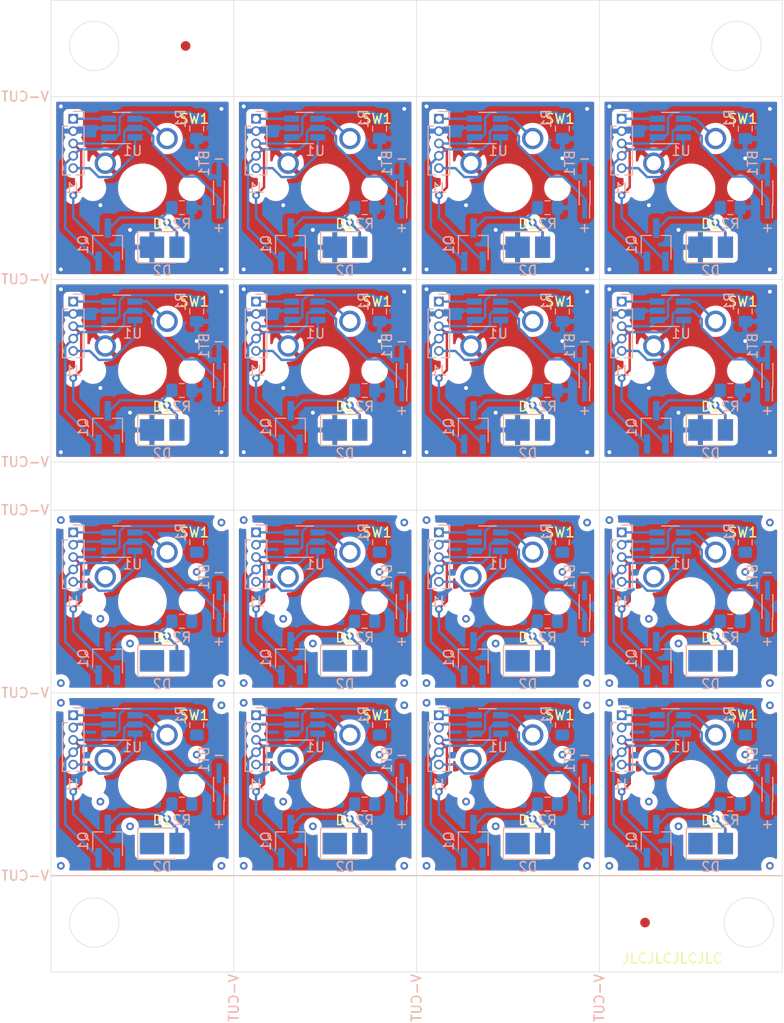
<source format=kicad_pcb>
(kicad_pcb (version 20171130) (host pcbnew "(5.1.6)-1")
  (layers (0 F.Cu signal) (31 B.Cu signal) (34 B.Paste user hide) (35 F.Paste user hide) (36 B.SilkS user) (37 F.SilkS user) (38 B.Mask user hide) (39 F.Mask user hide) (44 Edge.Cuts user))
  (net 0 "")
  (net 1 GND)
  (net 2 "Net-(BT1-Pad1)")
  (net 3 "Net-(D1-Pad2)")
  (net 4 "Net-(J1-Pad5)")
  (net 5 /PB0)
  (net 6 "Net-(J1-Pad1)")
  (net 7 /PCINT2)
  (module Fiducial:Fiducial_1mm_Mask3mm (layer F.Cu) (at 98.298 54.61)
    (fp_text reference REF** hide)
    (fp_text value Fiducial_1mm_Mask3mm)
    (pad "" smd circle (at 0 0) (size 1 1) (layers F.Cu F.Mask) (clearance 1))
  )
  (module Fiducial:Fiducial_1mm_Mask3mm (layer F.Cu) (at 145.542 144.78)
    (fp_text reference REF** hide)
    (fp_text value Fiducial_1mm_Mask3mm)
    (pad "" smd circle (at 0 0) (size 1 1) (layers F.Cu F.Mask) (clearance 1))
  )
  (module LED_SMD:LED_PLCC_2835_Handsoldering (layer F.Cu) (at 133.484 136.656)
    (fp_text reference D1 (at 0 -2.4) (layer F.SilkS))
    (fp_text value LED)
    (pad 2 smd rect (at 1.525 0) (size 1.55 2.2) (layers F.Cu F.Paste F.Mask))
    (pad 1 smd rect (at -1.05 0) (size 2.5 2.2) (layers F.Cu F.Paste F.Mask))
  )
  (module Button_Switch_Keyboard:SW_Cherry_MX_1.00u_PCB (layer F.Cu) (at 152.793 106.68)
    (fp_text reference SW1 (at 2.794 -2.032 180) (layer F.SilkS))
    (fp_text value SW_Push)
    (pad "" np_thru_hole circle (at 2.54 5.08) (size 1.7 1.7) (drill 1.7) (layers *.Cu *.Mask))
    (pad "" np_thru_hole circle (at -7.62 5.08) (size 1.7 1.7) (drill 1.7) (layers *.Cu *.Mask))
    (pad "" np_thru_hole circle (at -2.54 5.08) (size 4 4) (drill 4) (layers *.Cu *.Mask))
    (pad 2 thru_hole circle (at -6.35 2.54) (size 2.2 2.2) (drill 1.5) (layers *.Cu *.Mask))
    (pad 1 thru_hole circle (at 0 0) (size 2.2 2.2) (drill 1.5) (layers *.Cu *.Mask))
  )
  (module LED_SMD:LED_PLCC_2835_Handsoldering (layer F.Cu) (at 152.284 117.856)
    (fp_text reference D1 (at 0 -2.4) (layer F.SilkS))
    (fp_text value LED)
    (pad 2 smd rect (at 1.525 0) (size 1.55 2.2) (layers F.Cu F.Paste F.Mask))
    (pad 1 smd rect (at -1.05 0) (size 2.5 2.2) (layers F.Cu F.Paste F.Mask))
  )
  (module LED_SMD:LED_PLCC_2835_Handsoldering (layer F.Cu) (at 133.484 117.856)
    (fp_text reference D1 (at 0 -2.4) (layer F.SilkS))
    (fp_text value LED)
    (pad 2 smd rect (at 1.525 0) (size 1.55 2.2) (layers F.Cu F.Paste F.Mask))
    (pad 1 smd rect (at -1.05 0) (size 2.5 2.2) (layers F.Cu F.Paste F.Mask))
  )
  (module Connector_PinHeader_1.27mm:PinHeader_1x05_P1.27mm_Vertical (layer B.Cu) (at 124.341 104.648 180)
    (fp_text reference J1 (at 0 -7.112 180) (layer B.SilkS) (effects (justify mirror)))
    (fp_text value Conn_01x05_Female)
    (pad 5 thru_hole oval (at 0 -5.08 180) (size 1 1) (drill 0.65) (layers *.Cu *.Mask))
    (pad 4 thru_hole oval (at 0 -3.81 180) (size 1 1) (drill 0.65) (layers *.Cu *.Mask))
    (pad 3 thru_hole oval (at 0 -2.54 180) (size 1 1) (drill 0.65) (layers *.Cu *.Mask))
    (pad 2 thru_hole oval (at 0 -1.27 180) (size 1 1) (drill 0.65) (layers *.Cu *.Mask))
    (pad 1 thru_hole rect (at 0 0 180) (size 1 1) (drill 0.65) (layers *.Cu *.Mask))
  )
  (module Button_Switch_Keyboard:SW_Cherry_MX_1.00u_PCB (layer F.Cu) (at 152.793 125.48)
    (fp_text reference SW1 (at 2.794 -2.032 180) (layer F.SilkS))
    (fp_text value SW_Push)
    (pad "" np_thru_hole circle (at 2.54 5.08) (size 1.7 1.7) (drill 1.7) (layers *.Cu *.Mask))
    (pad "" np_thru_hole circle (at -7.62 5.08) (size 1.7 1.7) (drill 1.7) (layers *.Cu *.Mask))
    (pad "" np_thru_hole circle (at -2.54 5.08) (size 4 4) (drill 4) (layers *.Cu *.Mask))
    (pad 2 thru_hole circle (at -6.35 2.54) (size 2.2 2.2) (drill 1.5) (layers *.Cu *.Mask))
    (pad 1 thru_hole circle (at 0 0) (size 2.2 2.2) (drill 1.5) (layers *.Cu *.Mask))
  )
  (module Connector_PinHeader_1.27mm:PinHeader_1x05_P1.27mm_Vertical (layer B.Cu) (at 105.541 104.648 180)
    (fp_text reference J1 (at 0 -7.112 180) (layer B.SilkS) (effects (justify mirror)))
    (fp_text value Conn_01x05_Female)
    (pad 5 thru_hole oval (at 0 -5.08 180) (size 1 1) (drill 0.65) (layers *.Cu *.Mask))
    (pad 4 thru_hole oval (at 0 -3.81 180) (size 1 1) (drill 0.65) (layers *.Cu *.Mask))
    (pad 3 thru_hole oval (at 0 -2.54 180) (size 1 1) (drill 0.65) (layers *.Cu *.Mask))
    (pad 2 thru_hole oval (at 0 -1.27 180) (size 1 1) (drill 0.65) (layers *.Cu *.Mask))
    (pad 1 thru_hole rect (at 0 0 180) (size 1 1) (drill 0.65) (layers *.Cu *.Mask))
  )
  (module Button_Switch_Keyboard:SW_Cherry_MX_1.00u_PCB (layer F.Cu) (at 96.393 125.48)
    (fp_text reference SW1 (at 2.794 -2.032 180) (layer F.SilkS))
    (fp_text value SW_Push)
    (pad "" np_thru_hole circle (at 2.54 5.08) (size 1.7 1.7) (drill 1.7) (layers *.Cu *.Mask))
    (pad "" np_thru_hole circle (at -7.62 5.08) (size 1.7 1.7) (drill 1.7) (layers *.Cu *.Mask))
    (pad "" np_thru_hole circle (at -2.54 5.08) (size 4 4) (drill 4) (layers *.Cu *.Mask))
    (pad 2 thru_hole circle (at -6.35 2.54) (size 2.2 2.2) (drill 1.5) (layers *.Cu *.Mask))
    (pad 1 thru_hole circle (at 0 0) (size 2.2 2.2) (drill 1.5) (layers *.Cu *.Mask))
  )
  (module LED_SMD:LED_PLCC_2835_Handsoldering (layer F.Cu) (at 95.884 136.656)
    (fp_text reference D1 (at 0 -2.4) (layer F.SilkS))
    (fp_text value LED)
    (pad 2 smd rect (at 1.525 0) (size 1.55 2.2) (layers F.Cu F.Paste F.Mask))
    (pad 1 smd rect (at -1.05 0) (size 2.5 2.2) (layers F.Cu F.Paste F.Mask))
  )
  (module Button_Switch_Keyboard:SW_Cherry_MX_1.00u_PCB (layer F.Cu) (at 115.193 125.48)
    (fp_text reference SW1 (at 2.794 -2.032 180) (layer F.SilkS))
    (fp_text value SW_Push)
    (pad "" np_thru_hole circle (at 2.54 5.08) (size 1.7 1.7) (drill 1.7) (layers *.Cu *.Mask))
    (pad "" np_thru_hole circle (at -7.62 5.08) (size 1.7 1.7) (drill 1.7) (layers *.Cu *.Mask))
    (pad "" np_thru_hole circle (at -2.54 5.08) (size 4 4) (drill 4) (layers *.Cu *.Mask))
    (pad 2 thru_hole circle (at -6.35 2.54) (size 2.2 2.2) (drill 1.5) (layers *.Cu *.Mask))
    (pad 1 thru_hole circle (at 0 0) (size 2.2 2.2) (drill 1.5) (layers *.Cu *.Mask))
  )
  (module LED_SMD:LED_PLCC_2835_Handsoldering (layer F.Cu) (at 114.684 136.656)
    (fp_text reference D1 (at 0 -2.4) (layer F.SilkS))
    (fp_text value LED)
    (pad 2 smd rect (at 1.525 0) (size 1.55 2.2) (layers F.Cu F.Paste F.Mask))
    (pad 1 smd rect (at -1.05 0) (size 2.5 2.2) (layers F.Cu F.Paste F.Mask))
  )
  (module Button_Switch_Keyboard:SW_Cherry_MX_1.00u_PCB (layer F.Cu) (at 133.993 125.48)
    (fp_text reference SW1 (at 2.794 -2.032 180) (layer F.SilkS))
    (fp_text value SW_Push)
    (pad "" np_thru_hole circle (at 2.54 5.08) (size 1.7 1.7) (drill 1.7) (layers *.Cu *.Mask))
    (pad "" np_thru_hole circle (at -7.62 5.08) (size 1.7 1.7) (drill 1.7) (layers *.Cu *.Mask))
    (pad "" np_thru_hole circle (at -2.54 5.08) (size 4 4) (drill 4) (layers *.Cu *.Mask))
    (pad 2 thru_hole circle (at -6.35 2.54) (size 2.2 2.2) (drill 1.5) (layers *.Cu *.Mask))
    (pad 1 thru_hole circle (at 0 0) (size 2.2 2.2) (drill 1.5) (layers *.Cu *.Mask))
  )
  (module Button_Switch_Keyboard:SW_Cherry_MX_1.00u_PCB (layer F.Cu) (at 115.193 106.68)
    (fp_text reference SW1 (at 2.794 -2.032 180) (layer F.SilkS))
    (fp_text value SW_Push)
    (pad "" np_thru_hole circle (at 2.54 5.08) (size 1.7 1.7) (drill 1.7) (layers *.Cu *.Mask))
    (pad "" np_thru_hole circle (at -7.62 5.08) (size 1.7 1.7) (drill 1.7) (layers *.Cu *.Mask))
    (pad "" np_thru_hole circle (at -2.54 5.08) (size 4 4) (drill 4) (layers *.Cu *.Mask))
    (pad 2 thru_hole circle (at -6.35 2.54) (size 2.2 2.2) (drill 1.5) (layers *.Cu *.Mask))
    (pad 1 thru_hole circle (at 0 0) (size 2.2 2.2) (drill 1.5) (layers *.Cu *.Mask))
  )
  (module LED_SMD:LED_PLCC_2835_Handsoldering (layer F.Cu) (at 152.284 136.656)
    (fp_text reference D1 (at 0 -2.4) (layer F.SilkS))
    (fp_text value LED)
    (pad 2 smd rect (at 1.525 0) (size 1.55 2.2) (layers F.Cu F.Paste F.Mask))
    (pad 1 smd rect (at -1.05 0) (size 2.5 2.2) (layers F.Cu F.Paste F.Mask))
  )
  (module Button_Switch_Keyboard:SW_Cherry_MX_1.00u_PCB (layer F.Cu) (at 133.993 106.68)
    (fp_text reference SW1 (at 2.794 -2.032 180) (layer F.SilkS))
    (fp_text value SW_Push)
    (pad "" np_thru_hole circle (at 2.54 5.08) (size 1.7 1.7) (drill 1.7) (layers *.Cu *.Mask))
    (pad "" np_thru_hole circle (at -7.62 5.08) (size 1.7 1.7) (drill 1.7) (layers *.Cu *.Mask))
    (pad "" np_thru_hole circle (at -2.54 5.08) (size 4 4) (drill 4) (layers *.Cu *.Mask))
    (pad 2 thru_hole circle (at -6.35 2.54) (size 2.2 2.2) (drill 1.5) (layers *.Cu *.Mask))
    (pad 1 thru_hole circle (at 0 0) (size 2.2 2.2) (drill 1.5) (layers *.Cu *.Mask))
  )
  (module Connector_PinHeader_1.27mm:PinHeader_1x05_P1.27mm_Vertical (layer B.Cu) (at 143.141 104.648 180)
    (fp_text reference J1 (at 0 -7.112 180) (layer B.SilkS) (effects (justify mirror)))
    (fp_text value Conn_01x05_Female)
    (pad 5 thru_hole oval (at 0 -5.08 180) (size 1 1) (drill 0.65) (layers *.Cu *.Mask))
    (pad 4 thru_hole oval (at 0 -3.81 180) (size 1 1) (drill 0.65) (layers *.Cu *.Mask))
    (pad 3 thru_hole oval (at 0 -2.54 180) (size 1 1) (drill 0.65) (layers *.Cu *.Mask))
    (pad 2 thru_hole oval (at 0 -1.27 180) (size 1 1) (drill 0.65) (layers *.Cu *.Mask))
    (pad 1 thru_hole rect (at 0 0 180) (size 1 1) (drill 0.65) (layers *.Cu *.Mask))
  )
  (module Resistor_SMD:R_0805_2012Metric_Pad1.15x1.40mm_HandSolder (layer B.Cu) (at 97.908 132.592)
    (fp_text reference R2 (at 0 1.65) (layer B.SilkS) (effects (justify mirror)))
    (fp_text value 10k)
    (pad 2 smd roundrect (at 1.025 0) (size 1.15 1.4) (layers B.Cu B.Paste B.Mask) (roundrect_rratio 0.217391))
    (pad 1 smd roundrect (at -1.025 0) (size 1.15 1.4) (layers B.Cu B.Paste B.Mask) (roundrect_rratio 0.217391))
  )
  (module Resistor_SMD:R_0805_2012Metric_Pad1.15x1.40mm_HandSolder (layer B.Cu) (at 154.308 113.792)
    (fp_text reference R2 (at 0 1.65) (layer B.SilkS) (effects (justify mirror)))
    (fp_text value 10k)
    (pad 2 smd roundrect (at 1.025 0) (size 1.15 1.4) (layers B.Cu B.Paste B.Mask) (roundrect_rratio 0.217391))
    (pad 1 smd roundrect (at -1.025 0) (size 1.15 1.4) (layers B.Cu B.Paste B.Mask) (roundrect_rratio 0.217391))
  )
  (module LED_SMD:LED_PLCC_2835_Handsoldering (layer B.Cu) (at 114.685 136.656)
    (fp_text reference D2 (at 0 2.4) (layer B.SilkS) (effects (justify mirror)))
    (fp_text value LED)
    (pad 2 smd rect (at 1.525 0) (size 1.55 2.2) (layers B.Cu B.Paste B.Mask))
    (pad 1 smd rect (at -1.05 0) (size 2.5 2.2) (layers B.Cu B.Paste B.Mask))
  )
  (module Package_TO_SOT_SMD:TSOT-23_HandSoldering (layer B.Cu) (at 127.897 136.402 90)
    (fp_text reference Q1 (at 0 -2.54 -90) (layer B.SilkS) (effects (justify mirror)))
    (fp_text value Q_NMOS_GDS)
    (pad 3 smd rect (at 1.71 0 90) (size 2 0.65) (layers B.Cu B.Paste B.Mask))
    (pad 2 smd rect (at -1.71 -0.95 90) (size 2 0.65) (layers B.Cu B.Paste B.Mask))
    (pad 1 smd rect (at -1.71 0.95 90) (size 2 0.65) (layers B.Cu B.Paste B.Mask))
  )
  (module Resistor_SMD:R_0805_2012Metric_Pad1.15x1.40mm_HandSolder (layer B.Cu) (at 135.508 113.792)
    (fp_text reference R2 (at 0 1.65) (layer B.SilkS) (effects (justify mirror)))
    (fp_text value 10k)
    (pad 2 smd roundrect (at 1.025 0) (size 1.15 1.4) (layers B.Cu B.Paste B.Mask) (roundrect_rratio 0.217391))
    (pad 1 smd roundrect (at -1.025 0) (size 1.15 1.4) (layers B.Cu B.Paste B.Mask) (roundrect_rratio 0.217391))
  )
  (module Resistor_SMD:R_0805_2012Metric_Pad1.15x1.40mm_HandSolder (layer B.Cu) (at 116.708 132.592)
    (fp_text reference R2 (at 0 1.65) (layer B.SilkS) (effects (justify mirror)))
    (fp_text value 10k)
    (pad 2 smd roundrect (at 1.025 0) (size 1.15 1.4) (layers B.Cu B.Paste B.Mask) (roundrect_rratio 0.217391))
    (pad 1 smd roundrect (at -1.025 0) (size 1.15 1.4) (layers B.Cu B.Paste B.Mask) (roundrect_rratio 0.217391))
  )
  (module LED_SMD:LED_PLCC_2835_Handsoldering (layer B.Cu) (at 95.885 136.656)
    (fp_text reference D2 (at 0 2.4) (layer B.SilkS) (effects (justify mirror)))
    (fp_text value LED)
    (pad 2 smd rect (at 1.525 0) (size 1.55 2.2) (layers B.Cu B.Paste B.Mask))
    (pad 1 smd rect (at -1.05 0) (size 2.5 2.2) (layers B.Cu B.Paste B.Mask))
  )
  (module LED_SMD:LED_PLCC_2835_Handsoldering (layer B.Cu) (at 152.285 117.856)
    (fp_text reference D2 (at 0 2.4) (layer B.SilkS) (effects (justify mirror)))
    (fp_text value LED)
    (pad 2 smd rect (at 1.525 0) (size 1.55 2.2) (layers B.Cu B.Paste B.Mask))
    (pad 1 smd rect (at -1.05 0) (size 2.5 2.2) (layers B.Cu B.Paste B.Mask))
  )
  (module LED_SMD:LED_PLCC_2835_Handsoldering (layer B.Cu) (at 114.685 117.856)
    (fp_text reference D2 (at 0 2.4) (layer B.SilkS) (effects (justify mirror)))
    (fp_text value LED)
    (pad 2 smd rect (at 1.525 0) (size 1.55 2.2) (layers B.Cu B.Paste B.Mask))
    (pad 1 smd rect (at -1.05 0) (size 2.5 2.2) (layers B.Cu B.Paste B.Mask))
  )
  (module Resistor_SMD:R_0805_2012Metric_Pad1.15x1.40mm_HandSolder (layer B.Cu) (at 135.508 132.592)
    (fp_text reference R2 (at 0 1.65) (layer B.SilkS) (effects (justify mirror)))
    (fp_text value 10k)
    (pad 2 smd roundrect (at 1.025 0) (size 1.15 1.4) (layers B.Cu B.Paste B.Mask) (roundrect_rratio 0.217391))
    (pad 1 smd roundrect (at -1.025 0) (size 1.15 1.4) (layers B.Cu B.Paste B.Mask) (roundrect_rratio 0.217391))
  )
  (module LED_SMD:LED_PLCC_2835_Handsoldering (layer B.Cu) (at 152.285 136.656)
    (fp_text reference D2 (at 0 2.4) (layer B.SilkS) (effects (justify mirror)))
    (fp_text value LED)
    (pad 2 smd rect (at 1.525 0) (size 1.55 2.2) (layers B.Cu B.Paste B.Mask))
    (pad 1 smd rect (at -1.05 0) (size 2.5 2.2) (layers B.Cu B.Paste B.Mask))
  )
  (module Resistor_SMD:R_0805_2012Metric_Pad1.15x1.40mm_HandSolder (layer B.Cu) (at 154.308 132.592)
    (fp_text reference R2 (at 0 1.65) (layer B.SilkS) (effects (justify mirror)))
    (fp_text value 10k)
    (pad 2 smd roundrect (at 1.025 0) (size 1.15 1.4) (layers B.Cu B.Paste B.Mask) (roundrect_rratio 0.217391))
    (pad 1 smd roundrect (at -1.025 0) (size 1.15 1.4) (layers B.Cu B.Paste B.Mask) (roundrect_rratio 0.217391))
  )
  (module Resistor_SMD:R_0805_2012Metric_Pad1.15x1.40mm_HandSolder (layer B.Cu) (at 116.708 113.792)
    (fp_text reference R2 (at 0 1.65) (layer B.SilkS) (effects (justify mirror)))
    (fp_text value 10k)
    (pad 2 smd roundrect (at 1.025 0) (size 1.15 1.4) (layers B.Cu B.Paste B.Mask) (roundrect_rratio 0.217391))
    (pad 1 smd roundrect (at -1.025 0) (size 1.15 1.4) (layers B.Cu B.Paste B.Mask) (roundrect_rratio 0.217391))
  )
  (module Package_TO_SOT_SMD:TSOT-23_HandSoldering (layer B.Cu) (at 146.697 136.402 90)
    (fp_text reference Q1 (at 0 -2.54 -90) (layer B.SilkS) (effects (justify mirror)))
    (fp_text value Q_NMOS_GDS)
    (pad 3 smd rect (at 1.71 0 90) (size 2 0.65) (layers B.Cu B.Paste B.Mask))
    (pad 2 smd rect (at -1.71 -0.95 90) (size 2 0.65) (layers B.Cu B.Paste B.Mask))
    (pad 1 smd rect (at -1.71 0.95 90) (size 2 0.65) (layers B.Cu B.Paste B.Mask))
  )
  (module LED_SMD:LED_PLCC_2835_Handsoldering (layer B.Cu) (at 133.485 136.656)
    (fp_text reference D2 (at 0 2.4) (layer B.SilkS) (effects (justify mirror)))
    (fp_text value LED)
    (pad 2 smd rect (at 1.525 0) (size 1.55 2.2) (layers B.Cu B.Paste B.Mask))
    (pad 1 smd rect (at -1.05 0) (size 2.5 2.2) (layers B.Cu B.Paste B.Mask))
  )
  (module LED_SMD:LED_PLCC_2835_Handsoldering (layer B.Cu) (at 133.485 117.856)
    (fp_text reference D2 (at 0 2.4) (layer B.SilkS) (effects (justify mirror)))
    (fp_text value LED)
    (pad 2 smd rect (at 1.525 0) (size 1.55 2.2) (layers B.Cu B.Paste B.Mask))
    (pad 1 smd rect (at -1.05 0) (size 2.5 2.2) (layers B.Cu B.Paste B.Mask))
  )
  (module LED_SMD:LED_PLCC_2835_Handsoldering (layer B.Cu) (at 95.885 117.856)
    (fp_text reference D2 (at 0 2.4) (layer B.SilkS) (effects (justify mirror)))
    (fp_text value LED)
    (pad 1 smd rect (at -1.05 0) (size 2.5 2.2) (layers B.Cu B.Paste B.Mask))
    (pad 2 smd rect (at 1.525 0) (size 1.55 2.2) (layers B.Cu B.Paste B.Mask))
  )
  (module Resistor_SMD:R_0805_2012Metric_Pad1.15x1.40mm_HandSolder (layer B.Cu) (at 97.908 113.792)
    (fp_text reference R2 (at 0 1.65) (layer B.SilkS) (effects (justify mirror)))
    (fp_text value 10k)
    (pad 1 smd roundrect (at -1.025 0) (size 1.15 1.4) (layers B.Cu B.Paste B.Mask) (roundrect_rratio 0.217391))
    (pad 2 smd roundrect (at 1.025 0) (size 1.15 1.4) (layers B.Cu B.Paste B.Mask) (roundrect_rratio 0.217391))
  )
  (module Package_TO_SOT_SMD:TSOT-23_HandSoldering (layer B.Cu) (at 90.297 117.602 90)
    (fp_text reference Q1 (at 0 -2.54 -90) (layer B.SilkS) (effects (justify mirror)))
    (fp_text value Q_NMOS_GDS)
    (pad 1 smd rect (at -1.71 0.95 90) (size 2 0.65) (layers B.Cu B.Paste B.Mask))
    (pad 2 smd rect (at -1.71 -0.95 90) (size 2 0.65) (layers B.Cu B.Paste B.Mask))
    (pad 3 smd rect (at 1.71 0 90) (size 2 0.65) (layers B.Cu B.Paste B.Mask))
  )
  (module Connector_PinHeader_1.00mm:PinHeader_2x01_P1.00mm_Vertical_SMD (layer B.Cu) (at 101.727 112.268 90)
    (fp_text reference BT1 (at 3.048 -1.524 -90) (layer B.SilkS) (effects (justify mirror)))
    (fp_text value LR44)
    (pad 1 smd rect (at -1.65 0 90) (size 2 0.5) (layers B.Cu B.Paste B.Mask))
    (pad 2 smd rect (at 1.65 0 90) (size 2 0.5) (layers B.Cu B.Paste B.Mask))
  )
  (module Connector_PinHeader_1.27mm:PinHeader_1x05_P1.27mm_Vertical (layer B.Cu) (at 86.741 104.648 180)
    (fp_text reference J1 (at 0 -7.112 180) (layer B.SilkS) (effects (justify mirror)))
    (fp_text value Conn_01x05_Female)
    (pad 1 thru_hole rect (at 0 0 180) (size 1 1) (drill 0.65) (layers *.Cu *.Mask))
    (pad 2 thru_hole oval (at 0 -1.27 180) (size 1 1) (drill 0.65) (layers *.Cu *.Mask))
    (pad 3 thru_hole oval (at 0 -2.54 180) (size 1 1) (drill 0.65) (layers *.Cu *.Mask))
    (pad 4 thru_hole oval (at 0 -3.81 180) (size 1 1) (drill 0.65) (layers *.Cu *.Mask))
    (pad 5 thru_hole oval (at 0 -5.08 180) (size 1 1) (drill 0.65) (layers *.Cu *.Mask))
  )
  (module Button_Switch_Keyboard:SW_Cherry_MX_1.00u_PCB (layer F.Cu) (at 96.393 106.68)
    (fp_text reference SW1 (at 2.794 -2.032 180) (layer F.SilkS))
    (fp_text value SW_Push)
    (pad 1 thru_hole circle (at 0 0) (size 2.2 2.2) (drill 1.5) (layers *.Cu *.Mask))
    (pad 2 thru_hole circle (at -6.35 2.54) (size 2.2 2.2) (drill 1.5) (layers *.Cu *.Mask))
    (pad "" np_thru_hole circle (at -2.54 5.08) (size 4 4) (drill 4) (layers *.Cu *.Mask))
    (pad "" np_thru_hole circle (at -7.62 5.08) (size 1.7 1.7) (drill 1.7) (layers *.Cu *.Mask))
    (pad "" np_thru_hole circle (at 2.54 5.08) (size 1.7 1.7) (drill 1.7) (layers *.Cu *.Mask))
  )
  (module LED_SMD:LED_PLCC_2835_Handsoldering (layer F.Cu) (at 95.884 117.856)
    (fp_text reference D1 (at 0 -2.4) (layer F.SilkS))
    (fp_text value LED)
    (pad 1 smd rect (at -1.05 0) (size 2.5 2.2) (layers F.Cu F.Paste F.Mask))
    (pad 2 smd rect (at 1.525 0) (size 1.55 2.2) (layers F.Cu F.Paste F.Mask))
  )
  (module Package_TO_SOT_SMD:SOT-23-6_Handsoldering (layer B.Cu) (at 91.741 105.598)
    (fp_text reference U1 (at 1.096 2.352) (layer B.SilkS) (effects (justify mirror)))
    (fp_text value ATtiny10-TS)
    (pad 1 smd rect (at -1.35 0.95) (size 1.56 0.65) (layers B.Cu B.Paste B.Mask))
    (pad 2 smd rect (at -1.35 0) (size 1.56 0.65) (layers B.Cu B.Paste B.Mask))
    (pad 3 smd rect (at -1.35 -0.95) (size 1.56 0.65) (layers B.Cu B.Paste B.Mask))
    (pad 4 smd rect (at 1.35 -0.95) (size 1.56 0.65) (layers B.Cu B.Paste B.Mask))
    (pad 6 smd rect (at 1.35 0.95) (size 1.56 0.65) (layers B.Cu B.Paste B.Mask))
    (pad 5 smd rect (at 1.35 0) (size 1.56 0.65) (layers B.Cu B.Paste B.Mask))
  )
  (module Resistor_SMD:R_0805_2012Metric_Pad1.15x1.40mm_HandSolder (layer B.Cu) (at 99.441 105.664 270)
    (fp_text reference R1 (at -1.016 1.65 90) (layer B.SilkS) (effects (justify mirror)))
    (fp_text value 10k)
    (pad 1 smd roundrect (at -1.025 0 270) (size 1.15 1.4) (layers B.Cu B.Paste B.Mask) (roundrect_rratio 0.217391))
    (pad 2 smd roundrect (at 1.025 0 270) (size 1.15 1.4) (layers B.Cu B.Paste B.Mask) (roundrect_rratio 0.217391))
  )
  (module Package_TO_SOT_SMD:SOT-23-6_Handsoldering (layer B.Cu) (at 148.141 105.598)
    (fp_text reference U1 (at 1.096 2.352) (layer B.SilkS) (effects (justify mirror)))
    (fp_text value ATtiny10-TS)
    (pad 5 smd rect (at 1.35 0) (size 1.56 0.65) (layers B.Cu B.Paste B.Mask))
    (pad 6 smd rect (at 1.35 0.95) (size 1.56 0.65) (layers B.Cu B.Paste B.Mask))
    (pad 4 smd rect (at 1.35 -0.95) (size 1.56 0.65) (layers B.Cu B.Paste B.Mask))
    (pad 3 smd rect (at -1.35 -0.95) (size 1.56 0.65) (layers B.Cu B.Paste B.Mask))
    (pad 2 smd rect (at -1.35 0) (size 1.56 0.65) (layers B.Cu B.Paste B.Mask))
    (pad 1 smd rect (at -1.35 0.95) (size 1.56 0.65) (layers B.Cu B.Paste B.Mask))
  )
  (module Resistor_SMD:R_0805_2012Metric_Pad1.15x1.40mm_HandSolder (layer B.Cu) (at 118.241 105.664 270)
    (fp_text reference R1 (at -1.016 1.65 90) (layer B.SilkS) (effects (justify mirror)))
    (fp_text value 10k)
    (pad 2 smd roundrect (at 1.025 0 270) (size 1.15 1.4) (layers B.Cu B.Paste B.Mask) (roundrect_rratio 0.217391))
    (pad 1 smd roundrect (at -1.025 0 270) (size 1.15 1.4) (layers B.Cu B.Paste B.Mask) (roundrect_rratio 0.217391))
  )
  (module Package_TO_SOT_SMD:SOT-23-6_Handsoldering (layer B.Cu) (at 129.341 124.398)
    (fp_text reference U1 (at 1.096 2.352) (layer B.SilkS) (effects (justify mirror)))
    (fp_text value ATtiny10-TS)
    (pad 5 smd rect (at 1.35 0) (size 1.56 0.65) (layers B.Cu B.Paste B.Mask))
    (pad 6 smd rect (at 1.35 0.95) (size 1.56 0.65) (layers B.Cu B.Paste B.Mask))
    (pad 4 smd rect (at 1.35 -0.95) (size 1.56 0.65) (layers B.Cu B.Paste B.Mask))
    (pad 3 smd rect (at -1.35 -0.95) (size 1.56 0.65) (layers B.Cu B.Paste B.Mask))
    (pad 2 smd rect (at -1.35 0) (size 1.56 0.65) (layers B.Cu B.Paste B.Mask))
    (pad 1 smd rect (at -1.35 0.95) (size 1.56 0.65) (layers B.Cu B.Paste B.Mask))
  )
  (module Package_TO_SOT_SMD:SOT-23-6_Handsoldering (layer B.Cu) (at 110.541 124.398)
    (fp_text reference U1 (at 1.096 2.352) (layer B.SilkS) (effects (justify mirror)))
    (fp_text value ATtiny10-TS)
    (pad 5 smd rect (at 1.35 0) (size 1.56 0.65) (layers B.Cu B.Paste B.Mask))
    (pad 6 smd rect (at 1.35 0.95) (size 1.56 0.65) (layers B.Cu B.Paste B.Mask))
    (pad 4 smd rect (at 1.35 -0.95) (size 1.56 0.65) (layers B.Cu B.Paste B.Mask))
    (pad 3 smd rect (at -1.35 -0.95) (size 1.56 0.65) (layers B.Cu B.Paste B.Mask))
    (pad 2 smd rect (at -1.35 0) (size 1.56 0.65) (layers B.Cu B.Paste B.Mask))
    (pad 1 smd rect (at -1.35 0.95) (size 1.56 0.65) (layers B.Cu B.Paste B.Mask))
  )
  (module Package_TO_SOT_SMD:SOT-23-6_Handsoldering (layer B.Cu) (at 91.741 124.398)
    (fp_text reference U1 (at 1.096 2.352) (layer B.SilkS) (effects (justify mirror)))
    (fp_text value ATtiny10-TS)
    (pad 5 smd rect (at 1.35 0) (size 1.56 0.65) (layers B.Cu B.Paste B.Mask))
    (pad 6 smd rect (at 1.35 0.95) (size 1.56 0.65) (layers B.Cu B.Paste B.Mask))
    (pad 4 smd rect (at 1.35 -0.95) (size 1.56 0.65) (layers B.Cu B.Paste B.Mask))
    (pad 3 smd rect (at -1.35 -0.95) (size 1.56 0.65) (layers B.Cu B.Paste B.Mask))
    (pad 2 smd rect (at -1.35 0) (size 1.56 0.65) (layers B.Cu B.Paste B.Mask))
    (pad 1 smd rect (at -1.35 0.95) (size 1.56 0.65) (layers B.Cu B.Paste B.Mask))
  )
  (module Package_TO_SOT_SMD:SOT-23-6_Handsoldering (layer B.Cu) (at 129.341 105.598)
    (fp_text reference U1 (at 1.096 2.352) (layer B.SilkS) (effects (justify mirror)))
    (fp_text value ATtiny10-TS)
    (pad 5 smd rect (at 1.35 0) (size 1.56 0.65) (layers B.Cu B.Paste B.Mask))
    (pad 6 smd rect (at 1.35 0.95) (size 1.56 0.65) (layers B.Cu B.Paste B.Mask))
    (pad 4 smd rect (at 1.35 -0.95) (size 1.56 0.65) (layers B.Cu B.Paste B.Mask))
    (pad 3 smd rect (at -1.35 -0.95) (size 1.56 0.65) (layers B.Cu B.Paste B.Mask))
    (pad 2 smd rect (at -1.35 0) (size 1.56 0.65) (layers B.Cu B.Paste B.Mask))
    (pad 1 smd rect (at -1.35 0.95) (size 1.56 0.65) (layers B.Cu B.Paste B.Mask))
  )
  (module Package_TO_SOT_SMD:SOT-23-6_Handsoldering (layer B.Cu) (at 110.541 105.598)
    (fp_text reference U1 (at 1.096 2.352) (layer B.SilkS) (effects (justify mirror)))
    (fp_text value ATtiny10-TS)
    (pad 5 smd rect (at 1.35 0) (size 1.56 0.65) (layers B.Cu B.Paste B.Mask))
    (pad 6 smd rect (at 1.35 0.95) (size 1.56 0.65) (layers B.Cu B.Paste B.Mask))
    (pad 4 smd rect (at 1.35 -0.95) (size 1.56 0.65) (layers B.Cu B.Paste B.Mask))
    (pad 3 smd rect (at -1.35 -0.95) (size 1.56 0.65) (layers B.Cu B.Paste B.Mask))
    (pad 2 smd rect (at -1.35 0) (size 1.56 0.65) (layers B.Cu B.Paste B.Mask))
    (pad 1 smd rect (at -1.35 0.95) (size 1.56 0.65) (layers B.Cu B.Paste B.Mask))
  )
  (module Resistor_SMD:R_0805_2012Metric_Pad1.15x1.40mm_HandSolder (layer B.Cu) (at 155.841 105.664 270)
    (fp_text reference R1 (at -1.016 1.65 90) (layer B.SilkS) (effects (justify mirror)))
    (fp_text value 10k)
    (pad 2 smd roundrect (at 1.025 0 270) (size 1.15 1.4) (layers B.Cu B.Paste B.Mask) (roundrect_rratio 0.217391))
    (pad 1 smd roundrect (at -1.025 0 270) (size 1.15 1.4) (layers B.Cu B.Paste B.Mask) (roundrect_rratio 0.217391))
  )
  (module Resistor_SMD:R_0805_2012Metric_Pad1.15x1.40mm_HandSolder (layer B.Cu) (at 155.841 124.464 270)
    (fp_text reference R1 (at -1.016 1.65 90) (layer B.SilkS) (effects (justify mirror)))
    (fp_text value 10k)
    (pad 2 smd roundrect (at 1.025 0 270) (size 1.15 1.4) (layers B.Cu B.Paste B.Mask) (roundrect_rratio 0.217391))
    (pad 1 smd roundrect (at -1.025 0 270) (size 1.15 1.4) (layers B.Cu B.Paste B.Mask) (roundrect_rratio 0.217391))
  )
  (module Resistor_SMD:R_0805_2012Metric_Pad1.15x1.40mm_HandSolder (layer B.Cu) (at 118.241 124.464 270)
    (fp_text reference R1 (at -1.016 1.65 90) (layer B.SilkS) (effects (justify mirror)))
    (fp_text value 10k)
    (pad 2 smd roundrect (at 1.025 0 270) (size 1.15 1.4) (layers B.Cu B.Paste B.Mask) (roundrect_rratio 0.217391))
    (pad 1 smd roundrect (at -1.025 0 270) (size 1.15 1.4) (layers B.Cu B.Paste B.Mask) (roundrect_rratio 0.217391))
  )
  (module Resistor_SMD:R_0805_2012Metric_Pad1.15x1.40mm_HandSolder (layer B.Cu) (at 99.441 124.464 270)
    (fp_text reference R1 (at -1.016 1.65 90) (layer B.SilkS) (effects (justify mirror)))
    (fp_text value 10k)
    (pad 2 smd roundrect (at 1.025 0 270) (size 1.15 1.4) (layers B.Cu B.Paste B.Mask) (roundrect_rratio 0.217391))
    (pad 1 smd roundrect (at -1.025 0 270) (size 1.15 1.4) (layers B.Cu B.Paste B.Mask) (roundrect_rratio 0.217391))
  )
  (module Resistor_SMD:R_0805_2012Metric_Pad1.15x1.40mm_HandSolder (layer B.Cu) (at 137.041 105.664 270)
    (fp_text reference R1 (at -1.016 1.65 90) (layer B.SilkS) (effects (justify mirror)))
    (fp_text value 10k)
    (pad 2 smd roundrect (at 1.025 0 270) (size 1.15 1.4) (layers B.Cu B.Paste B.Mask) (roundrect_rratio 0.217391))
    (pad 1 smd roundrect (at -1.025 0 270) (size 1.15 1.4) (layers B.Cu B.Paste B.Mask) (roundrect_rratio 0.217391))
  )
  (module Resistor_SMD:R_0805_2012Metric_Pad1.15x1.40mm_HandSolder (layer B.Cu) (at 137.041 124.464 270)
    (fp_text reference R1 (at -1.016 1.65 90) (layer B.SilkS) (effects (justify mirror)))
    (fp_text value 10k)
    (pad 2 smd roundrect (at 1.025 0 270) (size 1.15 1.4) (layers B.Cu B.Paste B.Mask) (roundrect_rratio 0.217391))
    (pad 1 smd roundrect (at -1.025 0 270) (size 1.15 1.4) (layers B.Cu B.Paste B.Mask) (roundrect_rratio 0.217391))
  )
  (module Package_TO_SOT_SMD:SOT-23-6_Handsoldering (layer B.Cu) (at 148.141 124.398)
    (fp_text reference U1 (at 1.096 2.352) (layer B.SilkS) (effects (justify mirror)))
    (fp_text value ATtiny10-TS)
    (pad 5 smd rect (at 1.35 0) (size 1.56 0.65) (layers B.Cu B.Paste B.Mask))
    (pad 6 smd rect (at 1.35 0.95) (size 1.56 0.65) (layers B.Cu B.Paste B.Mask))
    (pad 4 smd rect (at 1.35 -0.95) (size 1.56 0.65) (layers B.Cu B.Paste B.Mask))
    (pad 3 smd rect (at -1.35 -0.95) (size 1.56 0.65) (layers B.Cu B.Paste B.Mask))
    (pad 2 smd rect (at -1.35 0) (size 1.56 0.65) (layers B.Cu B.Paste B.Mask))
    (pad 1 smd rect (at -1.35 0.95) (size 1.56 0.65) (layers B.Cu B.Paste B.Mask))
  )
  (module LED_SMD:LED_PLCC_2835_Handsoldering (layer F.Cu) (at 114.684 117.856)
    (fp_text reference D1 (at 0 -2.4) (layer F.SilkS))
    (fp_text value LED)
    (pad 2 smd rect (at 1.525 0) (size 1.55 2.2) (layers F.Cu F.Paste F.Mask))
    (pad 1 smd rect (at -1.05 0) (size 2.5 2.2) (layers F.Cu F.Paste F.Mask))
  )
  (module Package_TO_SOT_SMD:TSOT-23_HandSoldering (layer B.Cu) (at 109.097 136.402 90)
    (fp_text reference Q1 (at 0 -2.54 -90) (layer B.SilkS) (effects (justify mirror)))
    (fp_text value Q_NMOS_GDS)
    (pad 3 smd rect (at 1.71 0 90) (size 2 0.65) (layers B.Cu B.Paste B.Mask))
    (pad 2 smd rect (at -1.71 -0.95 90) (size 2 0.65) (layers B.Cu B.Paste B.Mask))
    (pad 1 smd rect (at -1.71 0.95 90) (size 2 0.65) (layers B.Cu B.Paste B.Mask))
  )
  (module Connector_PinHeader_1.00mm:PinHeader_2x01_P1.00mm_Vertical_SMD (layer B.Cu) (at 158.127 131.068 90)
    (fp_text reference BT1 (at 3.048 -1.524 -90) (layer B.SilkS) (effects (justify mirror)))
    (fp_text value LR44)
    (pad 2 smd rect (at 1.65 0 90) (size 2 0.5) (layers B.Cu B.Paste B.Mask))
    (pad 1 smd rect (at -1.65 0 90) (size 2 0.5) (layers B.Cu B.Paste B.Mask))
  )
  (module Connector_PinHeader_1.00mm:PinHeader_2x01_P1.00mm_Vertical_SMD (layer B.Cu) (at 158.127 112.268 90)
    (fp_text reference BT1 (at 3.048 -1.524 -90) (layer B.SilkS) (effects (justify mirror)))
    (fp_text value LR44)
    (pad 2 smd rect (at 1.65 0 90) (size 2 0.5) (layers B.Cu B.Paste B.Mask))
    (pad 1 smd rect (at -1.65 0 90) (size 2 0.5) (layers B.Cu B.Paste B.Mask))
  )
  (module Connector_PinHeader_1.27mm:PinHeader_1x05_P1.27mm_Vertical (layer B.Cu) (at 143.141 123.448 180)
    (fp_text reference J1 (at 0 -7.112 180) (layer B.SilkS) (effects (justify mirror)))
    (fp_text value Conn_01x05_Female)
    (pad 5 thru_hole oval (at 0 -5.08 180) (size 1 1) (drill 0.65) (layers *.Cu *.Mask))
    (pad 4 thru_hole oval (at 0 -3.81 180) (size 1 1) (drill 0.65) (layers *.Cu *.Mask))
    (pad 3 thru_hole oval (at 0 -2.54 180) (size 1 1) (drill 0.65) (layers *.Cu *.Mask))
    (pad 2 thru_hole oval (at 0 -1.27 180) (size 1 1) (drill 0.65) (layers *.Cu *.Mask))
    (pad 1 thru_hole rect (at 0 0 180) (size 1 1) (drill 0.65) (layers *.Cu *.Mask))
  )
  (module Connector_PinHeader_1.27mm:PinHeader_1x05_P1.27mm_Vertical (layer B.Cu) (at 105.541 123.448 180)
    (fp_text reference J1 (at 0 -7.112 180) (layer B.SilkS) (effects (justify mirror)))
    (fp_text value Conn_01x05_Female)
    (pad 5 thru_hole oval (at 0 -5.08 180) (size 1 1) (drill 0.65) (layers *.Cu *.Mask))
    (pad 4 thru_hole oval (at 0 -3.81 180) (size 1 1) (drill 0.65) (layers *.Cu *.Mask))
    (pad 3 thru_hole oval (at 0 -2.54 180) (size 1 1) (drill 0.65) (layers *.Cu *.Mask))
    (pad 2 thru_hole oval (at 0 -1.27 180) (size 1 1) (drill 0.65) (layers *.Cu *.Mask))
    (pad 1 thru_hole rect (at 0 0 180) (size 1 1) (drill 0.65) (layers *.Cu *.Mask))
  )
  (module Connector_PinHeader_1.00mm:PinHeader_2x01_P1.00mm_Vertical_SMD (layer B.Cu) (at 120.527 131.068 90)
    (fp_text reference BT1 (at 3.048 -1.524 -90) (layer B.SilkS) (effects (justify mirror)))
    (fp_text value LR44)
    (pad 2 smd rect (at 1.65 0 90) (size 2 0.5) (layers B.Cu B.Paste B.Mask))
    (pad 1 smd rect (at -1.65 0 90) (size 2 0.5) (layers B.Cu B.Paste B.Mask))
  )
  (module Package_TO_SOT_SMD:TSOT-23_HandSoldering (layer B.Cu) (at 90.297 136.402 90)
    (fp_text reference Q1 (at 0 -2.54 -90) (layer B.SilkS) (effects (justify mirror)))
    (fp_text value Q_NMOS_GDS)
    (pad 3 smd rect (at 1.71 0 90) (size 2 0.65) (layers B.Cu B.Paste B.Mask))
    (pad 2 smd rect (at -1.71 -0.95 90) (size 2 0.65) (layers B.Cu B.Paste B.Mask))
    (pad 1 smd rect (at -1.71 0.95 90) (size 2 0.65) (layers B.Cu B.Paste B.Mask))
  )
  (module Package_TO_SOT_SMD:TSOT-23_HandSoldering (layer B.Cu) (at 146.697 117.602 90)
    (fp_text reference Q1 (at 0 -2.54 -90) (layer B.SilkS) (effects (justify mirror)))
    (fp_text value Q_NMOS_GDS)
    (pad 3 smd rect (at 1.71 0 90) (size 2 0.65) (layers B.Cu B.Paste B.Mask))
    (pad 2 smd rect (at -1.71 -0.95 90) (size 2 0.65) (layers B.Cu B.Paste B.Mask))
    (pad 1 smd rect (at -1.71 0.95 90) (size 2 0.65) (layers B.Cu B.Paste B.Mask))
  )
  (module Package_TO_SOT_SMD:TSOT-23_HandSoldering (layer B.Cu) (at 127.897 117.602 90)
    (fp_text reference Q1 (at 0 -2.54 -90) (layer B.SilkS) (effects (justify mirror)))
    (fp_text value Q_NMOS_GDS)
    (pad 3 smd rect (at 1.71 0 90) (size 2 0.65) (layers B.Cu B.Paste B.Mask))
    (pad 2 smd rect (at -1.71 -0.95 90) (size 2 0.65) (layers B.Cu B.Paste B.Mask))
    (pad 1 smd rect (at -1.71 0.95 90) (size 2 0.65) (layers B.Cu B.Paste B.Mask))
  )
  (module Connector_PinHeader_1.00mm:PinHeader_2x01_P1.00mm_Vertical_SMD (layer B.Cu) (at 139.327 131.068 90)
    (fp_text reference BT1 (at 3.048 -1.524 -90) (layer B.SilkS) (effects (justify mirror)))
    (fp_text value LR44)
    (pad 2 smd rect (at 1.65 0 90) (size 2 0.5) (layers B.Cu B.Paste B.Mask))
    (pad 1 smd rect (at -1.65 0 90) (size 2 0.5) (layers B.Cu B.Paste B.Mask))
  )
  (module Connector_PinHeader_1.27mm:PinHeader_1x05_P1.27mm_Vertical (layer B.Cu) (at 124.341 123.448 180)
    (fp_text reference J1 (at 0 -7.112 180) (layer B.SilkS) (effects (justify mirror)))
    (fp_text value Conn_01x05_Female)
    (pad 5 thru_hole oval (at 0 -5.08 180) (size 1 1) (drill 0.65) (layers *.Cu *.Mask))
    (pad 4 thru_hole oval (at 0 -3.81 180) (size 1 1) (drill 0.65) (layers *.Cu *.Mask))
    (pad 3 thru_hole oval (at 0 -2.54 180) (size 1 1) (drill 0.65) (layers *.Cu *.Mask))
    (pad 2 thru_hole oval (at 0 -1.27 180) (size 1 1) (drill 0.65) (layers *.Cu *.Mask))
    (pad 1 thru_hole rect (at 0 0 180) (size 1 1) (drill 0.65) (layers *.Cu *.Mask))
  )
  (module Connector_PinHeader_1.00mm:PinHeader_2x01_P1.00mm_Vertical_SMD (layer B.Cu) (at 101.727 131.068 90)
    (fp_text reference BT1 (at 3.048 -1.524 -90) (layer B.SilkS) (effects (justify mirror)))
    (fp_text value LR44)
    (pad 2 smd rect (at 1.65 0 90) (size 2 0.5) (layers B.Cu B.Paste B.Mask))
    (pad 1 smd rect (at -1.65 0 90) (size 2 0.5) (layers B.Cu B.Paste B.Mask))
  )
  (module Connector_PinHeader_1.27mm:PinHeader_1x05_P1.27mm_Vertical (layer B.Cu) (at 86.741 123.448 180)
    (fp_text reference J1 (at 0 -7.112 180) (layer B.SilkS) (effects (justify mirror)))
    (fp_text value Conn_01x05_Female)
    (pad 5 thru_hole oval (at 0 -5.08 180) (size 1 1) (drill 0.65) (layers *.Cu *.Mask))
    (pad 4 thru_hole oval (at 0 -3.81 180) (size 1 1) (drill 0.65) (layers *.Cu *.Mask))
    (pad 3 thru_hole oval (at 0 -2.54 180) (size 1 1) (drill 0.65) (layers *.Cu *.Mask))
    (pad 2 thru_hole oval (at 0 -1.27 180) (size 1 1) (drill 0.65) (layers *.Cu *.Mask))
    (pad 1 thru_hole rect (at 0 0 180) (size 1 1) (drill 0.65) (layers *.Cu *.Mask))
  )
  (module Package_TO_SOT_SMD:TSOT-23_HandSoldering (layer B.Cu) (at 109.097 117.602 90)
    (fp_text reference Q1 (at 0 -2.54 -90) (layer B.SilkS) (effects (justify mirror)))
    (fp_text value Q_NMOS_GDS)
    (pad 3 smd rect (at 1.71 0 90) (size 2 0.65) (layers B.Cu B.Paste B.Mask))
    (pad 2 smd rect (at -1.71 -0.95 90) (size 2 0.65) (layers B.Cu B.Paste B.Mask))
    (pad 1 smd rect (at -1.71 0.95 90) (size 2 0.65) (layers B.Cu B.Paste B.Mask))
  )
  (module Connector_PinHeader_1.00mm:PinHeader_2x01_P1.00mm_Vertical_SMD (layer B.Cu) (at 139.327 112.268 90)
    (fp_text reference BT1 (at 3.048 -1.524 -90) (layer B.SilkS) (effects (justify mirror)))
    (fp_text value LR44)
    (pad 2 smd rect (at 1.65 0 90) (size 2 0.5) (layers B.Cu B.Paste B.Mask))
    (pad 1 smd rect (at -1.65 0 90) (size 2 0.5) (layers B.Cu B.Paste B.Mask))
  )
  (module Connector_PinHeader_1.00mm:PinHeader_2x01_P1.00mm_Vertical_SMD (layer B.Cu) (at 120.527 112.268 90)
    (fp_text reference BT1 (at 3.048 -1.524 -90) (layer B.SilkS) (effects (justify mirror)))
    (fp_text value LR44)
    (pad 2 smd rect (at 1.65 0 90) (size 2 0.5) (layers B.Cu B.Paste B.Mask))
    (pad 1 smd rect (at -1.65 0 90) (size 2 0.5) (layers B.Cu B.Paste B.Mask))
  )
  (module LED_SMD:LED_PLCC_2835_Handsoldering (layer B.Cu) (at 152.285 94.111)
    (fp_text reference D2 (at 0 2.4) (layer B.SilkS) (effects (justify mirror)))
    (fp_text value LED)
    (pad 1 smd rect (at -1.05 0) (size 2.5 2.2) (layers B.Cu B.Paste B.Mask) (net 1 GND))
    (pad 2 smd rect (at 1.525 0) (size 1.55 2.2) (layers B.Cu B.Paste B.Mask) (net 3 "Net-(D1-Pad2)"))
  )
  (module LED_SMD:LED_PLCC_2835_Handsoldering (layer B.Cu) (at 133.485 94.111)
    (fp_text reference D2 (at 0 2.4) (layer B.SilkS) (effects (justify mirror)))
    (fp_text value LED)
    (pad 1 smd rect (at -1.05 0) (size 2.5 2.2) (layers B.Cu B.Paste B.Mask) (net 1 GND))
    (pad 2 smd rect (at 1.525 0) (size 1.55 2.2) (layers B.Cu B.Paste B.Mask) (net 3 "Net-(D1-Pad2)"))
  )
  (module LED_SMD:LED_PLCC_2835_Handsoldering (layer B.Cu) (at 114.685 94.111)
    (fp_text reference D2 (at 0 2.4) (layer B.SilkS) (effects (justify mirror)))
    (fp_text value LED)
    (pad 1 smd rect (at -1.05 0) (size 2.5 2.2) (layers B.Cu B.Paste B.Mask) (net 1 GND))
    (pad 2 smd rect (at 1.525 0) (size 1.55 2.2) (layers B.Cu B.Paste B.Mask) (net 3 "Net-(D1-Pad2)"))
  )
  (module LED_SMD:LED_PLCC_2835_Handsoldering (layer B.Cu) (at 95.885 94.111)
    (fp_text reference D2 (at 0 2.4) (layer B.SilkS) (effects (justify mirror)))
    (fp_text value LED)
    (pad 1 smd rect (at -1.05 0) (size 2.5 2.2) (layers B.Cu B.Paste B.Mask) (net 1 GND))
    (pad 2 smd rect (at 1.525 0) (size 1.55 2.2) (layers B.Cu B.Paste B.Mask) (net 3 "Net-(D1-Pad2)"))
  )
  (module LED_SMD:LED_PLCC_2835_Handsoldering (layer B.Cu) (at 152.285 75.311)
    (fp_text reference D2 (at 0 2.4) (layer B.SilkS) (effects (justify mirror)))
    (fp_text value LED)
    (pad 1 smd rect (at -1.05 0) (size 2.5 2.2) (layers B.Cu B.Paste B.Mask) (net 1 GND))
    (pad 2 smd rect (at 1.525 0) (size 1.55 2.2) (layers B.Cu B.Paste B.Mask) (net 3 "Net-(D1-Pad2)"))
  )
  (module LED_SMD:LED_PLCC_2835_Handsoldering (layer B.Cu) (at 133.485 75.311)
    (fp_text reference D2 (at 0 2.4) (layer B.SilkS) (effects (justify mirror)))
    (fp_text value LED)
    (pad 1 smd rect (at -1.05 0) (size 2.5 2.2) (layers B.Cu B.Paste B.Mask) (net 1 GND))
    (pad 2 smd rect (at 1.525 0) (size 1.55 2.2) (layers B.Cu B.Paste B.Mask) (net 3 "Net-(D1-Pad2)"))
  )
  (module LED_SMD:LED_PLCC_2835_Handsoldering (layer B.Cu) (at 114.685 75.311)
    (fp_text reference D2 (at 0 2.4) (layer B.SilkS) (effects (justify mirror)))
    (fp_text value LED)
    (pad 1 smd rect (at -1.05 0) (size 2.5 2.2) (layers B.Cu B.Paste B.Mask) (net 1 GND))
    (pad 2 smd rect (at 1.525 0) (size 1.55 2.2) (layers B.Cu B.Paste B.Mask) (net 3 "Net-(D1-Pad2)"))
  )
  (module Resistor_SMD:R_0805_2012Metric_Pad1.15x1.40mm_HandSolder (layer B.Cu) (at 154.308 90.047)
    (fp_text reference R2 (at 0 1.65) (layer B.SilkS) (effects (justify mirror)))
    (fp_text value 10k)
    (pad 1 smd roundrect (at -1.025 0) (size 1.15 1.4) (layers B.Cu B.Paste B.Mask) (roundrect_rratio 0.217391) (net 3 "Net-(D1-Pad2)"))
    (pad 2 smd roundrect (at 1.025 0) (size 1.15 1.4) (layers B.Cu B.Paste B.Mask) (roundrect_rratio 0.217391) (net 1 GND))
  )
  (module Resistor_SMD:R_0805_2012Metric_Pad1.15x1.40mm_HandSolder (layer B.Cu) (at 135.508 90.047)
    (fp_text reference R2 (at 0 1.65) (layer B.SilkS) (effects (justify mirror)))
    (fp_text value 10k)
    (pad 1 smd roundrect (at -1.025 0) (size 1.15 1.4) (layers B.Cu B.Paste B.Mask) (roundrect_rratio 0.217391) (net 3 "Net-(D1-Pad2)"))
    (pad 2 smd roundrect (at 1.025 0) (size 1.15 1.4) (layers B.Cu B.Paste B.Mask) (roundrect_rratio 0.217391) (net 1 GND))
  )
  (module Resistor_SMD:R_0805_2012Metric_Pad1.15x1.40mm_HandSolder (layer B.Cu) (at 116.708 90.047)
    (fp_text reference R2 (at 0 1.65) (layer B.SilkS) (effects (justify mirror)))
    (fp_text value 10k)
    (pad 1 smd roundrect (at -1.025 0) (size 1.15 1.4) (layers B.Cu B.Paste B.Mask) (roundrect_rratio 0.217391) (net 3 "Net-(D1-Pad2)"))
    (pad 2 smd roundrect (at 1.025 0) (size 1.15 1.4) (layers B.Cu B.Paste B.Mask) (roundrect_rratio 0.217391) (net 1 GND))
  )
  (module Resistor_SMD:R_0805_2012Metric_Pad1.15x1.40mm_HandSolder (layer B.Cu) (at 97.908 90.047)
    (fp_text reference R2 (at 0 1.65) (layer B.SilkS) (effects (justify mirror)))
    (fp_text value 10k)
    (pad 1 smd roundrect (at -1.025 0) (size 1.15 1.4) (layers B.Cu B.Paste B.Mask) (roundrect_rratio 0.217391) (net 3 "Net-(D1-Pad2)"))
    (pad 2 smd roundrect (at 1.025 0) (size 1.15 1.4) (layers B.Cu B.Paste B.Mask) (roundrect_rratio 0.217391) (net 1 GND))
  )
  (module Resistor_SMD:R_0805_2012Metric_Pad1.15x1.40mm_HandSolder (layer B.Cu) (at 154.308 71.247)
    (fp_text reference R2 (at 0 1.65) (layer B.SilkS) (effects (justify mirror)))
    (fp_text value 10k)
    (pad 1 smd roundrect (at -1.025 0) (size 1.15 1.4) (layers B.Cu B.Paste B.Mask) (roundrect_rratio 0.217391) (net 3 "Net-(D1-Pad2)"))
    (pad 2 smd roundrect (at 1.025 0) (size 1.15 1.4) (layers B.Cu B.Paste B.Mask) (roundrect_rratio 0.217391) (net 1 GND))
  )
  (module Resistor_SMD:R_0805_2012Metric_Pad1.15x1.40mm_HandSolder (layer B.Cu) (at 135.508 71.247)
    (fp_text reference R2 (at 0 1.65) (layer B.SilkS) (effects (justify mirror)))
    (fp_text value 10k)
    (pad 1 smd roundrect (at -1.025 0) (size 1.15 1.4) (layers B.Cu B.Paste B.Mask) (roundrect_rratio 0.217391) (net 3 "Net-(D1-Pad2)"))
    (pad 2 smd roundrect (at 1.025 0) (size 1.15 1.4) (layers B.Cu B.Paste B.Mask) (roundrect_rratio 0.217391) (net 1 GND))
  )
  (module Resistor_SMD:R_0805_2012Metric_Pad1.15x1.40mm_HandSolder (layer B.Cu) (at 116.708 71.247)
    (fp_text reference R2 (at 0 1.65) (layer B.SilkS) (effects (justify mirror)))
    (fp_text value 10k)
    (pad 1 smd roundrect (at -1.025 0) (size 1.15 1.4) (layers B.Cu B.Paste B.Mask) (roundrect_rratio 0.217391) (net 3 "Net-(D1-Pad2)"))
    (pad 2 smd roundrect (at 1.025 0) (size 1.15 1.4) (layers B.Cu B.Paste B.Mask) (roundrect_rratio 0.217391) (net 1 GND))
  )
  (module Package_TO_SOT_SMD:TSOT-23_HandSoldering (layer B.Cu) (at 146.697 93.857 90)
    (fp_text reference Q1 (at 0 -2.54 -90) (layer B.SilkS) (effects (justify mirror)))
    (fp_text value Q_NMOS_GDS)
    (pad 1 smd rect (at -1.71 0.95 90) (size 2 0.65) (layers B.Cu B.Paste B.Mask) (net 5 /PB0))
    (pad 2 smd rect (at -1.71 -0.95 90) (size 2 0.65) (layers B.Cu B.Paste B.Mask) (net 2 "Net-(BT1-Pad1)"))
    (pad 3 smd rect (at 1.71 0 90) (size 2 0.65) (layers B.Cu B.Paste B.Mask) (net 3 "Net-(D1-Pad2)"))
  )
  (module Package_TO_SOT_SMD:TSOT-23_HandSoldering (layer B.Cu) (at 127.897 93.857 90)
    (fp_text reference Q1 (at 0 -2.54 -90) (layer B.SilkS) (effects (justify mirror)))
    (fp_text value Q_NMOS_GDS)
    (pad 1 smd rect (at -1.71 0.95 90) (size 2 0.65) (layers B.Cu B.Paste B.Mask) (net 5 /PB0))
    (pad 2 smd rect (at -1.71 -0.95 90) (size 2 0.65) (layers B.Cu B.Paste B.Mask) (net 2 "Net-(BT1-Pad1)"))
    (pad 3 smd rect (at 1.71 0 90) (size 2 0.65) (layers B.Cu B.Paste B.Mask) (net 3 "Net-(D1-Pad2)"))
  )
  (module Package_TO_SOT_SMD:TSOT-23_HandSoldering (layer B.Cu) (at 109.097 93.857 90)
    (fp_text reference Q1 (at 0 -2.54 -90) (layer B.SilkS) (effects (justify mirror)))
    (fp_text value Q_NMOS_GDS)
    (pad 1 smd rect (at -1.71 0.95 90) (size 2 0.65) (layers B.Cu B.Paste B.Mask) (net 5 /PB0))
    (pad 2 smd rect (at -1.71 -0.95 90) (size 2 0.65) (layers B.Cu B.Paste B.Mask) (net 2 "Net-(BT1-Pad1)"))
    (pad 3 smd rect (at 1.71 0 90) (size 2 0.65) (layers B.Cu B.Paste B.Mask) (net 3 "Net-(D1-Pad2)"))
  )
  (module Package_TO_SOT_SMD:TSOT-23_HandSoldering (layer B.Cu) (at 90.297 93.857 90)
    (fp_text reference Q1 (at 0 -2.54 -90) (layer B.SilkS) (effects (justify mirror)))
    (fp_text value Q_NMOS_GDS)
    (pad 1 smd rect (at -1.71 0.95 90) (size 2 0.65) (layers B.Cu B.Paste B.Mask) (net 5 /PB0))
    (pad 2 smd rect (at -1.71 -0.95 90) (size 2 0.65) (layers B.Cu B.Paste B.Mask) (net 2 "Net-(BT1-Pad1)"))
    (pad 3 smd rect (at 1.71 0 90) (size 2 0.65) (layers B.Cu B.Paste B.Mask) (net 3 "Net-(D1-Pad2)"))
  )
  (module Package_TO_SOT_SMD:TSOT-23_HandSoldering (layer B.Cu) (at 146.697 75.057 90)
    (fp_text reference Q1 (at 0 -2.54 -90) (layer B.SilkS) (effects (justify mirror)))
    (fp_text value Q_NMOS_GDS)
    (pad 1 smd rect (at -1.71 0.95 90) (size 2 0.65) (layers B.Cu B.Paste B.Mask) (net 5 /PB0))
    (pad 2 smd rect (at -1.71 -0.95 90) (size 2 0.65) (layers B.Cu B.Paste B.Mask) (net 2 "Net-(BT1-Pad1)"))
    (pad 3 smd rect (at 1.71 0 90) (size 2 0.65) (layers B.Cu B.Paste B.Mask) (net 3 "Net-(D1-Pad2)"))
  )
  (module Package_TO_SOT_SMD:TSOT-23_HandSoldering (layer B.Cu) (at 127.897 75.057 90)
    (fp_text reference Q1 (at 0 -2.54 -90) (layer B.SilkS) (effects (justify mirror)))
    (fp_text value Q_NMOS_GDS)
    (pad 1 smd rect (at -1.71 0.95 90) (size 2 0.65) (layers B.Cu B.Paste B.Mask) (net 5 /PB0))
    (pad 2 smd rect (at -1.71 -0.95 90) (size 2 0.65) (layers B.Cu B.Paste B.Mask) (net 2 "Net-(BT1-Pad1)"))
    (pad 3 smd rect (at 1.71 0 90) (size 2 0.65) (layers B.Cu B.Paste B.Mask) (net 3 "Net-(D1-Pad2)"))
  )
  (module Package_TO_SOT_SMD:TSOT-23_HandSoldering (layer B.Cu) (at 109.097 75.057 90)
    (fp_text reference Q1 (at 0 -2.54 -90) (layer B.SilkS) (effects (justify mirror)))
    (fp_text value Q_NMOS_GDS)
    (pad 1 smd rect (at -1.71 0.95 90) (size 2 0.65) (layers B.Cu B.Paste B.Mask) (net 5 /PB0))
    (pad 2 smd rect (at -1.71 -0.95 90) (size 2 0.65) (layers B.Cu B.Paste B.Mask) (net 2 "Net-(BT1-Pad1)"))
    (pad 3 smd rect (at 1.71 0 90) (size 2 0.65) (layers B.Cu B.Paste B.Mask) (net 3 "Net-(D1-Pad2)"))
  )
  (module Connector_PinHeader_1.00mm:PinHeader_2x01_P1.00mm_Vertical_SMD (layer B.Cu) (at 158.127 88.523 90)
    (fp_text reference BT1 (at 3.048 -1.524 -90) (layer B.SilkS) (effects (justify mirror)))
    (fp_text value LR44)
    (pad 1 smd rect (at -1.65 0 90) (size 2 0.5) (layers B.Cu B.Paste B.Mask) (net 2 "Net-(BT1-Pad1)"))
    (pad 2 smd rect (at 1.65 0 90) (size 2 0.5) (layers B.Cu B.Paste B.Mask) (net 1 GND))
  )
  (module Connector_PinHeader_1.00mm:PinHeader_2x01_P1.00mm_Vertical_SMD (layer B.Cu) (at 139.327 88.523 90)
    (fp_text reference BT1 (at 3.048 -1.524 -90) (layer B.SilkS) (effects (justify mirror)))
    (fp_text value LR44)
    (pad 1 smd rect (at -1.65 0 90) (size 2 0.5) (layers B.Cu B.Paste B.Mask) (net 2 "Net-(BT1-Pad1)"))
    (pad 2 smd rect (at 1.65 0 90) (size 2 0.5) (layers B.Cu B.Paste B.Mask) (net 1 GND))
  )
  (module Connector_PinHeader_1.00mm:PinHeader_2x01_P1.00mm_Vertical_SMD (layer B.Cu) (at 120.527 88.523 90)
    (fp_text reference BT1 (at 3.048 -1.524 -90) (layer B.SilkS) (effects (justify mirror)))
    (fp_text value LR44)
    (pad 1 smd rect (at -1.65 0 90) (size 2 0.5) (layers B.Cu B.Paste B.Mask) (net 2 "Net-(BT1-Pad1)"))
    (pad 2 smd rect (at 1.65 0 90) (size 2 0.5) (layers B.Cu B.Paste B.Mask) (net 1 GND))
  )
  (module Connector_PinHeader_1.00mm:PinHeader_2x01_P1.00mm_Vertical_SMD (layer B.Cu) (at 101.727 88.523 90)
    (fp_text reference BT1 (at 3.048 -1.524 -90) (layer B.SilkS) (effects (justify mirror)))
    (fp_text value LR44)
    (pad 1 smd rect (at -1.65 0 90) (size 2 0.5) (layers B.Cu B.Paste B.Mask) (net 2 "Net-(BT1-Pad1)"))
    (pad 2 smd rect (at 1.65 0 90) (size 2 0.5) (layers B.Cu B.Paste B.Mask) (net 1 GND))
  )
  (module Connector_PinHeader_1.00mm:PinHeader_2x01_P1.00mm_Vertical_SMD (layer B.Cu) (at 158.127 69.723 90)
    (fp_text reference BT1 (at 3.048 -1.524 -90) (layer B.SilkS) (effects (justify mirror)))
    (fp_text value LR44)
    (pad 1 smd rect (at -1.65 0 90) (size 2 0.5) (layers B.Cu B.Paste B.Mask) (net 2 "Net-(BT1-Pad1)"))
    (pad 2 smd rect (at 1.65 0 90) (size 2 0.5) (layers B.Cu B.Paste B.Mask) (net 1 GND))
  )
  (module Connector_PinHeader_1.00mm:PinHeader_2x01_P1.00mm_Vertical_SMD (layer B.Cu) (at 139.327 69.723 90)
    (fp_text reference BT1 (at 3.048 -1.524 -90) (layer B.SilkS) (effects (justify mirror)))
    (fp_text value LR44)
    (pad 1 smd rect (at -1.65 0 90) (size 2 0.5) (layers B.Cu B.Paste B.Mask) (net 2 "Net-(BT1-Pad1)"))
    (pad 2 smd rect (at 1.65 0 90) (size 2 0.5) (layers B.Cu B.Paste B.Mask) (net 1 GND))
  )
  (module Connector_PinHeader_1.00mm:PinHeader_2x01_P1.00mm_Vertical_SMD (layer B.Cu) (at 120.527 69.723 90)
    (fp_text reference BT1 (at 3.048 -1.524 -90) (layer B.SilkS) (effects (justify mirror)))
    (fp_text value LR44)
    (pad 1 smd rect (at -1.65 0 90) (size 2 0.5) (layers B.Cu B.Paste B.Mask) (net 2 "Net-(BT1-Pad1)"))
    (pad 2 smd rect (at 1.65 0 90) (size 2 0.5) (layers B.Cu B.Paste B.Mask) (net 1 GND))
  )
  (module Connector_PinHeader_1.27mm:PinHeader_1x05_P1.27mm_Vertical (layer B.Cu) (at 143.141 80.903 180)
    (fp_text reference J1 (at 0 -7.112 180) (layer B.SilkS) (effects (justify mirror)))
    (fp_text value Conn_01x05_Female)
    (pad 1 thru_hole rect (at 0 0 180) (size 1 1) (drill 0.65) (layers *.Cu *.Mask) (net 6 "Net-(J1-Pad1)"))
    (pad 2 thru_hole oval (at 0 -1.27 180) (size 1 1) (drill 0.65) (layers *.Cu *.Mask) (net 1 GND))
    (pad 3 thru_hole oval (at 0 -2.54 180) (size 1 1) (drill 0.65) (layers *.Cu *.Mask) (net 5 /PB0))
    (pad 4 thru_hole oval (at 0 -3.81 180) (size 1 1) (drill 0.65) (layers *.Cu *.Mask) (net 2 "Net-(BT1-Pad1)"))
    (pad 5 thru_hole oval (at 0 -5.08 180) (size 1 1) (drill 0.65) (layers *.Cu *.Mask) (net 4 "Net-(J1-Pad5)"))
  )
  (module Connector_PinHeader_1.27mm:PinHeader_1x05_P1.27mm_Vertical (layer B.Cu) (at 124.341 80.903 180)
    (fp_text reference J1 (at 0 -7.112 180) (layer B.SilkS) (effects (justify mirror)))
    (fp_text value Conn_01x05_Female)
    (pad 1 thru_hole rect (at 0 0 180) (size 1 1) (drill 0.65) (layers *.Cu *.Mask) (net 6 "Net-(J1-Pad1)"))
    (pad 2 thru_hole oval (at 0 -1.27 180) (size 1 1) (drill 0.65) (layers *.Cu *.Mask) (net 1 GND))
    (pad 3 thru_hole oval (at 0 -2.54 180) (size 1 1) (drill 0.65) (layers *.Cu *.Mask) (net 5 /PB0))
    (pad 4 thru_hole oval (at 0 -3.81 180) (size 1 1) (drill 0.65) (layers *.Cu *.Mask) (net 2 "Net-(BT1-Pad1)"))
    (pad 5 thru_hole oval (at 0 -5.08 180) (size 1 1) (drill 0.65) (layers *.Cu *.Mask) (net 4 "Net-(J1-Pad5)"))
  )
  (module Connector_PinHeader_1.27mm:PinHeader_1x05_P1.27mm_Vertical (layer B.Cu) (at 105.541 80.903 180)
    (fp_text reference J1 (at 0 -7.112 180) (layer B.SilkS) (effects (justify mirror)))
    (fp_text value Conn_01x05_Female)
    (pad 1 thru_hole rect (at 0 0 180) (size 1 1) (drill 0.65) (layers *.Cu *.Mask) (net 6 "Net-(J1-Pad1)"))
    (pad 2 thru_hole oval (at 0 -1.27 180) (size 1 1) (drill 0.65) (layers *.Cu *.Mask) (net 1 GND))
    (pad 3 thru_hole oval (at 0 -2.54 180) (size 1 1) (drill 0.65) (layers *.Cu *.Mask) (net 5 /PB0))
    (pad 4 thru_hole oval (at 0 -3.81 180) (size 1 1) (drill 0.65) (layers *.Cu *.Mask) (net 2 "Net-(BT1-Pad1)"))
    (pad 5 thru_hole oval (at 0 -5.08 180) (size 1 1) (drill 0.65) (layers *.Cu *.Mask) (net 4 "Net-(J1-Pad5)"))
  )
  (module Connector_PinHeader_1.27mm:PinHeader_1x05_P1.27mm_Vertical (layer B.Cu) (at 86.741 80.903 180)
    (fp_text reference J1 (at 0 -7.112 180) (layer B.SilkS) (effects (justify mirror)))
    (fp_text value Conn_01x05_Female)
    (pad 1 thru_hole rect (at 0 0 180) (size 1 1) (drill 0.65) (layers *.Cu *.Mask) (net 6 "Net-(J1-Pad1)"))
    (pad 2 thru_hole oval (at 0 -1.27 180) (size 1 1) (drill 0.65) (layers *.Cu *.Mask) (net 1 GND))
    (pad 3 thru_hole oval (at 0 -2.54 180) (size 1 1) (drill 0.65) (layers *.Cu *.Mask) (net 5 /PB0))
    (pad 4 thru_hole oval (at 0 -3.81 180) (size 1 1) (drill 0.65) (layers *.Cu *.Mask) (net 2 "Net-(BT1-Pad1)"))
    (pad 5 thru_hole oval (at 0 -5.08 180) (size 1 1) (drill 0.65) (layers *.Cu *.Mask) (net 4 "Net-(J1-Pad5)"))
  )
  (module Connector_PinHeader_1.27mm:PinHeader_1x05_P1.27mm_Vertical (layer B.Cu) (at 143.141 62.103 180)
    (fp_text reference J1 (at 0 -7.112 180) (layer B.SilkS) (effects (justify mirror)))
    (fp_text value Conn_01x05_Female)
    (pad 1 thru_hole rect (at 0 0 180) (size 1 1) (drill 0.65) (layers *.Cu *.Mask) (net 6 "Net-(J1-Pad1)"))
    (pad 2 thru_hole oval (at 0 -1.27 180) (size 1 1) (drill 0.65) (layers *.Cu *.Mask) (net 1 GND))
    (pad 3 thru_hole oval (at 0 -2.54 180) (size 1 1) (drill 0.65) (layers *.Cu *.Mask) (net 5 /PB0))
    (pad 4 thru_hole oval (at 0 -3.81 180) (size 1 1) (drill 0.65) (layers *.Cu *.Mask) (net 2 "Net-(BT1-Pad1)"))
    (pad 5 thru_hole oval (at 0 -5.08 180) (size 1 1) (drill 0.65) (layers *.Cu *.Mask) (net 4 "Net-(J1-Pad5)"))
  )
  (module Connector_PinHeader_1.27mm:PinHeader_1x05_P1.27mm_Vertical (layer B.Cu) (at 124.341 62.103 180)
    (fp_text reference J1 (at 0 -7.112 180) (layer B.SilkS) (effects (justify mirror)))
    (fp_text value Conn_01x05_Female)
    (pad 1 thru_hole rect (at 0 0 180) (size 1 1) (drill 0.65) (layers *.Cu *.Mask) (net 6 "Net-(J1-Pad1)"))
    (pad 2 thru_hole oval (at 0 -1.27 180) (size 1 1) (drill 0.65) (layers *.Cu *.Mask) (net 1 GND))
    (pad 3 thru_hole oval (at 0 -2.54 180) (size 1 1) (drill 0.65) (layers *.Cu *.Mask) (net 5 /PB0))
    (pad 4 thru_hole oval (at 0 -3.81 180) (size 1 1) (drill 0.65) (layers *.Cu *.Mask) (net 2 "Net-(BT1-Pad1)"))
    (pad 5 thru_hole oval (at 0 -5.08 180) (size 1 1) (drill 0.65) (layers *.Cu *.Mask) (net 4 "Net-(J1-Pad5)"))
  )
  (module Connector_PinHeader_1.27mm:PinHeader_1x05_P1.27mm_Vertical (layer B.Cu) (at 105.541 62.103 180)
    (fp_text reference J1 (at 0 -7.112 180) (layer B.SilkS) (effects (justify mirror)))
    (fp_text value Conn_01x05_Female)
    (pad 1 thru_hole rect (at 0 0 180) (size 1 1) (drill 0.65) (layers *.Cu *.Mask) (net 6 "Net-(J1-Pad1)"))
    (pad 2 thru_hole oval (at 0 -1.27 180) (size 1 1) (drill 0.65) (layers *.Cu *.Mask) (net 1 GND))
    (pad 3 thru_hole oval (at 0 -2.54 180) (size 1 1) (drill 0.65) (layers *.Cu *.Mask) (net 5 /PB0))
    (pad 4 thru_hole oval (at 0 -3.81 180) (size 1 1) (drill 0.65) (layers *.Cu *.Mask) (net 2 "Net-(BT1-Pad1)"))
    (pad 5 thru_hole oval (at 0 -5.08 180) (size 1 1) (drill 0.65) (layers *.Cu *.Mask) (net 4 "Net-(J1-Pad5)"))
  )
  (module Button_Switch_Keyboard:SW_Cherry_MX_1.00u_PCB (layer F.Cu) (at 152.793 82.935)
    (fp_text reference SW1 (at 2.794 -2.032 180) (layer F.SilkS))
    (fp_text value SW_Push)
    (pad 1 thru_hole circle (at 0 0) (size 2.2 2.2) (drill 1.5) (layers *.Cu *.Mask) (net 7 /PCINT2))
    (pad 2 thru_hole circle (at -6.35 2.54) (size 2.2 2.2) (drill 1.5) (layers *.Cu *.Mask) (net 1 GND))
    (pad "" np_thru_hole circle (at -2.54 5.08) (size 4 4) (drill 4) (layers *.Cu *.Mask))
    (pad "" np_thru_hole circle (at -7.62 5.08) (size 1.7 1.7) (drill 1.7) (layers *.Cu *.Mask))
    (pad "" np_thru_hole circle (at 2.54 5.08) (size 1.7 1.7) (drill 1.7) (layers *.Cu *.Mask))
  )
  (module Button_Switch_Keyboard:SW_Cherry_MX_1.00u_PCB (layer F.Cu) (at 133.993 82.935)
    (fp_text reference SW1 (at 2.794 -2.032 180) (layer F.SilkS))
    (fp_text value SW_Push)
    (pad 1 thru_hole circle (at 0 0) (size 2.2 2.2) (drill 1.5) (layers *.Cu *.Mask) (net 7 /PCINT2))
    (pad 2 thru_hole circle (at -6.35 2.54) (size 2.2 2.2) (drill 1.5) (layers *.Cu *.Mask) (net 1 GND))
    (pad "" np_thru_hole circle (at -2.54 5.08) (size 4 4) (drill 4) (layers *.Cu *.Mask))
    (pad "" np_thru_hole circle (at -7.62 5.08) (size 1.7 1.7) (drill 1.7) (layers *.Cu *.Mask))
    (pad "" np_thru_hole circle (at 2.54 5.08) (size 1.7 1.7) (drill 1.7) (layers *.Cu *.Mask))
  )
  (module Button_Switch_Keyboard:SW_Cherry_MX_1.00u_PCB (layer F.Cu) (at 115.193 82.935)
    (fp_text reference SW1 (at 2.794 -2.032 180) (layer F.SilkS))
    (fp_text value SW_Push)
    (pad 1 thru_hole circle (at 0 0) (size 2.2 2.2) (drill 1.5) (layers *.Cu *.Mask) (net 7 /PCINT2))
    (pad 2 thru_hole circle (at -6.35 2.54) (size 2.2 2.2) (drill 1.5) (layers *.Cu *.Mask) (net 1 GND))
    (pad "" np_thru_hole circle (at -2.54 5.08) (size 4 4) (drill 4) (layers *.Cu *.Mask))
    (pad "" np_thru_hole circle (at -7.62 5.08) (size 1.7 1.7) (drill 1.7) (layers *.Cu *.Mask))
    (pad "" np_thru_hole circle (at 2.54 5.08) (size 1.7 1.7) (drill 1.7) (layers *.Cu *.Mask))
  )
  (module Button_Switch_Keyboard:SW_Cherry_MX_1.00u_PCB (layer F.Cu) (at 96.393 82.935)
    (fp_text reference SW1 (at 2.794 -2.032 180) (layer F.SilkS))
    (fp_text value SW_Push)
    (pad 1 thru_hole circle (at 0 0) (size 2.2 2.2) (drill 1.5) (layers *.Cu *.Mask) (net 7 /PCINT2))
    (pad 2 thru_hole circle (at -6.35 2.54) (size 2.2 2.2) (drill 1.5) (layers *.Cu *.Mask) (net 1 GND))
    (pad "" np_thru_hole circle (at -2.54 5.08) (size 4 4) (drill 4) (layers *.Cu *.Mask))
    (pad "" np_thru_hole circle (at -7.62 5.08) (size 1.7 1.7) (drill 1.7) (layers *.Cu *.Mask))
    (pad "" np_thru_hole circle (at 2.54 5.08) (size 1.7 1.7) (drill 1.7) (layers *.Cu *.Mask))
  )
  (module Button_Switch_Keyboard:SW_Cherry_MX_1.00u_PCB (layer F.Cu) (at 152.793 64.135)
    (fp_text reference SW1 (at 2.794 -2.032 180) (layer F.SilkS))
    (fp_text value SW_Push)
    (pad 1 thru_hole circle (at 0 0) (size 2.2 2.2) (drill 1.5) (layers *.Cu *.Mask) (net 7 /PCINT2))
    (pad 2 thru_hole circle (at -6.35 2.54) (size 2.2 2.2) (drill 1.5) (layers *.Cu *.Mask) (net 1 GND))
    (pad "" np_thru_hole circle (at -2.54 5.08) (size 4 4) (drill 4) (layers *.Cu *.Mask))
    (pad "" np_thru_hole circle (at -7.62 5.08) (size 1.7 1.7) (drill 1.7) (layers *.Cu *.Mask))
    (pad "" np_thru_hole circle (at 2.54 5.08) (size 1.7 1.7) (drill 1.7) (layers *.Cu *.Mask))
  )
  (module Button_Switch_Keyboard:SW_Cherry_MX_1.00u_PCB (layer F.Cu) (at 133.993 64.135)
    (fp_text reference SW1 (at 2.794 -2.032 180) (layer F.SilkS))
    (fp_text value SW_Push)
    (pad 1 thru_hole circle (at 0 0) (size 2.2 2.2) (drill 1.5) (layers *.Cu *.Mask) (net 7 /PCINT2))
    (pad 2 thru_hole circle (at -6.35 2.54) (size 2.2 2.2) (drill 1.5) (layers *.Cu *.Mask) (net 1 GND))
    (pad "" np_thru_hole circle (at -2.54 5.08) (size 4 4) (drill 4) (layers *.Cu *.Mask))
    (pad "" np_thru_hole circle (at -7.62 5.08) (size 1.7 1.7) (drill 1.7) (layers *.Cu *.Mask))
    (pad "" np_thru_hole circle (at 2.54 5.08) (size 1.7 1.7) (drill 1.7) (layers *.Cu *.Mask))
  )
  (module Button_Switch_Keyboard:SW_Cherry_MX_1.00u_PCB (layer F.Cu) (at 115.193 64.135)
    (fp_text reference SW1 (at 2.794 -2.032 180) (layer F.SilkS))
    (fp_text value SW_Push)
    (pad 1 thru_hole circle (at 0 0) (size 2.2 2.2) (drill 1.5) (layers *.Cu *.Mask) (net 7 /PCINT2))
    (pad 2 thru_hole circle (at -6.35 2.54) (size 2.2 2.2) (drill 1.5) (layers *.Cu *.Mask) (net 1 GND))
    (pad "" np_thru_hole circle (at -2.54 5.08) (size 4 4) (drill 4) (layers *.Cu *.Mask))
    (pad "" np_thru_hole circle (at -7.62 5.08) (size 1.7 1.7) (drill 1.7) (layers *.Cu *.Mask))
    (pad "" np_thru_hole circle (at 2.54 5.08) (size 1.7 1.7) (drill 1.7) (layers *.Cu *.Mask))
  )
  (module LED_SMD:LED_PLCC_2835_Handsoldering (layer F.Cu) (at 152.284 94.111)
    (fp_text reference D1 (at 0 -2.4) (layer F.SilkS))
    (fp_text value LED)
    (pad 1 smd rect (at -1.05 0) (size 2.5 2.2) (layers F.Cu F.Paste F.Mask) (net 1 GND))
    (pad 2 smd rect (at 1.525 0) (size 1.55 2.2) (layers F.Cu F.Paste F.Mask) (net 3 "Net-(D1-Pad2)"))
  )
  (module LED_SMD:LED_PLCC_2835_Handsoldering (layer F.Cu) (at 133.484 94.111)
    (fp_text reference D1 (at 0 -2.4) (layer F.SilkS))
    (fp_text value LED)
    (pad 1 smd rect (at -1.05 0) (size 2.5 2.2) (layers F.Cu F.Paste F.Mask) (net 1 GND))
    (pad 2 smd rect (at 1.525 0) (size 1.55 2.2) (layers F.Cu F.Paste F.Mask) (net 3 "Net-(D1-Pad2)"))
  )
  (module LED_SMD:LED_PLCC_2835_Handsoldering (layer F.Cu) (at 114.684 94.111)
    (fp_text reference D1 (at 0 -2.4) (layer F.SilkS))
    (fp_text value LED)
    (pad 1 smd rect (at -1.05 0) (size 2.5 2.2) (layers F.Cu F.Paste F.Mask) (net 1 GND))
    (pad 2 smd rect (at 1.525 0) (size 1.55 2.2) (layers F.Cu F.Paste F.Mask) (net 3 "Net-(D1-Pad2)"))
  )
  (module LED_SMD:LED_PLCC_2835_Handsoldering (layer F.Cu) (at 95.884 94.111)
    (fp_text reference D1 (at 0 -2.4) (layer F.SilkS))
    (fp_text value LED)
    (pad 1 smd rect (at -1.05 0) (size 2.5 2.2) (layers F.Cu F.Paste F.Mask) (net 1 GND))
    (pad 2 smd rect (at 1.525 0) (size 1.55 2.2) (layers F.Cu F.Paste F.Mask) (net 3 "Net-(D1-Pad2)"))
  )
  (module LED_SMD:LED_PLCC_2835_Handsoldering (layer F.Cu) (at 152.284 75.311)
    (fp_text reference D1 (at 0 -2.4) (layer F.SilkS))
    (fp_text value LED)
    (pad 1 smd rect (at -1.05 0) (size 2.5 2.2) (layers F.Cu F.Paste F.Mask) (net 1 GND))
    (pad 2 smd rect (at 1.525 0) (size 1.55 2.2) (layers F.Cu F.Paste F.Mask) (net 3 "Net-(D1-Pad2)"))
  )
  (module LED_SMD:LED_PLCC_2835_Handsoldering (layer F.Cu) (at 133.484 75.311)
    (fp_text reference D1 (at 0 -2.4) (layer F.SilkS))
    (fp_text value LED)
    (pad 1 smd rect (at -1.05 0) (size 2.5 2.2) (layers F.Cu F.Paste F.Mask) (net 1 GND))
    (pad 2 smd rect (at 1.525 0) (size 1.55 2.2) (layers F.Cu F.Paste F.Mask) (net 3 "Net-(D1-Pad2)"))
  )
  (module LED_SMD:LED_PLCC_2835_Handsoldering (layer F.Cu) (at 114.684 75.311)
    (fp_text reference D1 (at 0 -2.4) (layer F.SilkS))
    (fp_text value LED)
    (pad 1 smd rect (at -1.05 0) (size 2.5 2.2) (layers F.Cu F.Paste F.Mask) (net 1 GND))
    (pad 2 smd rect (at 1.525 0) (size 1.55 2.2) (layers F.Cu F.Paste F.Mask) (net 3 "Net-(D1-Pad2)"))
  )
  (module Package_TO_SOT_SMD:SOT-23-6_Handsoldering (layer B.Cu) (at 148.141 81.853)
    (fp_text reference U1 (at 1.096 2.352) (layer B.SilkS) (effects (justify mirror)))
    (fp_text value ATtiny10-TS)
    (pad 1 smd rect (at -1.35 0.95) (size 1.56 0.65) (layers B.Cu B.Paste B.Mask) (net 5 /PB0))
    (pad 2 smd rect (at -1.35 0) (size 1.56 0.65) (layers B.Cu B.Paste B.Mask) (net 1 GND))
    (pad 3 smd rect (at -1.35 -0.95) (size 1.56 0.65) (layers B.Cu B.Paste B.Mask) (net 6 "Net-(J1-Pad1)"))
    (pad 4 smd rect (at 1.35 -0.95) (size 1.56 0.65) (layers B.Cu B.Paste B.Mask) (net 7 /PCINT2))
    (pad 6 smd rect (at 1.35 0.95) (size 1.56 0.65) (layers B.Cu B.Paste B.Mask) (net 4 "Net-(J1-Pad5)"))
    (pad 5 smd rect (at 1.35 0) (size 1.56 0.65) (layers B.Cu B.Paste B.Mask) (net 2 "Net-(BT1-Pad1)"))
  )
  (module Package_TO_SOT_SMD:SOT-23-6_Handsoldering (layer B.Cu) (at 129.341 81.853)
    (fp_text reference U1 (at 1.096 2.352) (layer B.SilkS) (effects (justify mirror)))
    (fp_text value ATtiny10-TS)
    (pad 1 smd rect (at -1.35 0.95) (size 1.56 0.65) (layers B.Cu B.Paste B.Mask) (net 5 /PB0))
    (pad 2 smd rect (at -1.35 0) (size 1.56 0.65) (layers B.Cu B.Paste B.Mask) (net 1 GND))
    (pad 3 smd rect (at -1.35 -0.95) (size 1.56 0.65) (layers B.Cu B.Paste B.Mask) (net 6 "Net-(J1-Pad1)"))
    (pad 4 smd rect (at 1.35 -0.95) (size 1.56 0.65) (layers B.Cu B.Paste B.Mask) (net 7 /PCINT2))
    (pad 6 smd rect (at 1.35 0.95) (size 1.56 0.65) (layers B.Cu B.Paste B.Mask) (net 4 "Net-(J1-Pad5)"))
    (pad 5 smd rect (at 1.35 0) (size 1.56 0.65) (layers B.Cu B.Paste B.Mask) (net 2 "Net-(BT1-Pad1)"))
  )
  (module Package_TO_SOT_SMD:SOT-23-6_Handsoldering (layer B.Cu) (at 110.541 81.853)
    (fp_text reference U1 (at 1.096 2.352) (layer B.SilkS) (effects (justify mirror)))
    (fp_text value ATtiny10-TS)
    (pad 1 smd rect (at -1.35 0.95) (size 1.56 0.65) (layers B.Cu B.Paste B.Mask) (net 5 /PB0))
    (pad 2 smd rect (at -1.35 0) (size 1.56 0.65) (layers B.Cu B.Paste B.Mask) (net 1 GND))
    (pad 3 smd rect (at -1.35 -0.95) (size 1.56 0.65) (layers B.Cu B.Paste B.Mask) (net 6 "Net-(J1-Pad1)"))
    (pad 4 smd rect (at 1.35 -0.95) (size 1.56 0.65) (layers B.Cu B.Paste B.Mask) (net 7 /PCINT2))
    (pad 6 smd rect (at 1.35 0.95) (size 1.56 0.65) (layers B.Cu B.Paste B.Mask) (net 4 "Net-(J1-Pad5)"))
    (pad 5 smd rect (at 1.35 0) (size 1.56 0.65) (layers B.Cu B.Paste B.Mask) (net 2 "Net-(BT1-Pad1)"))
  )
  (module Package_TO_SOT_SMD:SOT-23-6_Handsoldering (layer B.Cu) (at 91.741 81.853)
    (fp_text reference U1 (at 1.096 2.352) (layer B.SilkS) (effects (justify mirror)))
    (fp_text value ATtiny10-TS)
    (pad 1 smd rect (at -1.35 0.95) (size 1.56 0.65) (layers B.Cu B.Paste B.Mask) (net 5 /PB0))
    (pad 2 smd rect (at -1.35 0) (size 1.56 0.65) (layers B.Cu B.Paste B.Mask) (net 1 GND))
    (pad 3 smd rect (at -1.35 -0.95) (size 1.56 0.65) (layers B.Cu B.Paste B.Mask) (net 6 "Net-(J1-Pad1)"))
    (pad 4 smd rect (at 1.35 -0.95) (size 1.56 0.65) (layers B.Cu B.Paste B.Mask) (net 7 /PCINT2))
    (pad 6 smd rect (at 1.35 0.95) (size 1.56 0.65) (layers B.Cu B.Paste B.Mask) (net 4 "Net-(J1-Pad5)"))
    (pad 5 smd rect (at 1.35 0) (size 1.56 0.65) (layers B.Cu B.Paste B.Mask) (net 2 "Net-(BT1-Pad1)"))
  )
  (module Package_TO_SOT_SMD:SOT-23-6_Handsoldering (layer B.Cu) (at 148.141 63.053)
    (fp_text reference U1 (at 1.096 2.352) (layer B.SilkS) (effects (justify mirror)))
    (fp_text value ATtiny10-TS)
    (pad 1 smd rect (at -1.35 0.95) (size 1.56 0.65) (layers B.Cu B.Paste B.Mask) (net 5 /PB0))
    (pad 2 smd rect (at -1.35 0) (size 1.56 0.65) (layers B.Cu B.Paste B.Mask) (net 1 GND))
    (pad 3 smd rect (at -1.35 -0.95) (size 1.56 0.65) (layers B.Cu B.Paste B.Mask) (net 6 "Net-(J1-Pad1)"))
    (pad 4 smd rect (at 1.35 -0.95) (size 1.56 0.65) (layers B.Cu B.Paste B.Mask) (net 7 /PCINT2))
    (pad 6 smd rect (at 1.35 0.95) (size 1.56 0.65) (layers B.Cu B.Paste B.Mask) (net 4 "Net-(J1-Pad5)"))
    (pad 5 smd rect (at 1.35 0) (size 1.56 0.65) (layers B.Cu B.Paste B.Mask) (net 2 "Net-(BT1-Pad1)"))
  )
  (module Package_TO_SOT_SMD:SOT-23-6_Handsoldering (layer B.Cu) (at 129.341 63.053)
    (fp_text reference U1 (at 1.096 2.352) (layer B.SilkS) (effects (justify mirror)))
    (fp_text value ATtiny10-TS)
    (pad 1 smd rect (at -1.35 0.95) (size 1.56 0.65) (layers B.Cu B.Paste B.Mask) (net 5 /PB0))
    (pad 2 smd rect (at -1.35 0) (size 1.56 0.65) (layers B.Cu B.Paste B.Mask) (net 1 GND))
    (pad 3 smd rect (at -1.35 -0.95) (size 1.56 0.65) (layers B.Cu B.Paste B.Mask) (net 6 "Net-(J1-Pad1)"))
    (pad 4 smd rect (at 1.35 -0.95) (size 1.56 0.65) (layers B.Cu B.Paste B.Mask) (net 7 /PCINT2))
    (pad 6 smd rect (at 1.35 0.95) (size 1.56 0.65) (layers B.Cu B.Paste B.Mask) (net 4 "Net-(J1-Pad5)"))
    (pad 5 smd rect (at 1.35 0) (size 1.56 0.65) (layers B.Cu B.Paste B.Mask) (net 2 "Net-(BT1-Pad1)"))
  )
  (module Package_TO_SOT_SMD:SOT-23-6_Handsoldering (layer B.Cu) (at 110.541 63.053)
    (fp_text reference U1 (at 1.096 2.352) (layer B.SilkS) (effects (justify mirror)))
    (fp_text value ATtiny10-TS)
    (pad 1 smd rect (at -1.35 0.95) (size 1.56 0.65) (layers B.Cu B.Paste B.Mask) (net 5 /PB0))
    (pad 2 smd rect (at -1.35 0) (size 1.56 0.65) (layers B.Cu B.Paste B.Mask) (net 1 GND))
    (pad 3 smd rect (at -1.35 -0.95) (size 1.56 0.65) (layers B.Cu B.Paste B.Mask) (net 6 "Net-(J1-Pad1)"))
    (pad 4 smd rect (at 1.35 -0.95) (size 1.56 0.65) (layers B.Cu B.Paste B.Mask) (net 7 /PCINT2))
    (pad 6 smd rect (at 1.35 0.95) (size 1.56 0.65) (layers B.Cu B.Paste B.Mask) (net 4 "Net-(J1-Pad5)"))
    (pad 5 smd rect (at 1.35 0) (size 1.56 0.65) (layers B.Cu B.Paste B.Mask) (net 2 "Net-(BT1-Pad1)"))
  )
  (module Resistor_SMD:R_0805_2012Metric_Pad1.15x1.40mm_HandSolder (layer B.Cu) (at 155.841 81.919 270)
    (fp_text reference R1 (at -1.016 1.65 90) (layer B.SilkS) (effects (justify mirror)))
    (fp_text value 10k)
    (pad 1 smd roundrect (at -1.025 0 270) (size 1.15 1.4) (layers B.Cu B.Paste B.Mask) (roundrect_rratio 0.217391) (net 5 /PB0))
    (pad 2 smd roundrect (at 1.025 0 270) (size 1.15 1.4) (layers B.Cu B.Paste B.Mask) (roundrect_rratio 0.217391) (net 1 GND))
  )
  (module Resistor_SMD:R_0805_2012Metric_Pad1.15x1.40mm_HandSolder (layer B.Cu) (at 137.041 81.919 270)
    (fp_text reference R1 (at -1.016 1.65 90) (layer B.SilkS) (effects (justify mirror)))
    (fp_text value 10k)
    (pad 1 smd roundrect (at -1.025 0 270) (size 1.15 1.4) (layers B.Cu B.Paste B.Mask) (roundrect_rratio 0.217391) (net 5 /PB0))
    (pad 2 smd roundrect (at 1.025 0 270) (size 1.15 1.4) (layers B.Cu B.Paste B.Mask) (roundrect_rratio 0.217391) (net 1 GND))
  )
  (module Resistor_SMD:R_0805_2012Metric_Pad1.15x1.40mm_HandSolder (layer B.Cu) (at 118.241 81.919 270)
    (fp_text reference R1 (at -1.016 1.65 90) (layer B.SilkS) (effects (justify mirror)))
    (fp_text value 10k)
    (pad 1 smd roundrect (at -1.025 0 270) (size 1.15 1.4) (layers B.Cu B.Paste B.Mask) (roundrect_rratio 0.217391) (net 5 /PB0))
    (pad 2 smd roundrect (at 1.025 0 270) (size 1.15 1.4) (layers B.Cu B.Paste B.Mask) (roundrect_rratio 0.217391) (net 1 GND))
  )
  (module Resistor_SMD:R_0805_2012Metric_Pad1.15x1.40mm_HandSolder (layer B.Cu) (at 99.441 81.919 270)
    (fp_text reference R1 (at -1.016 1.65 90) (layer B.SilkS) (effects (justify mirror)))
    (fp_text value 10k)
    (pad 1 smd roundrect (at -1.025 0 270) (size 1.15 1.4) (layers B.Cu B.Paste B.Mask) (roundrect_rratio 0.217391) (net 5 /PB0))
    (pad 2 smd roundrect (at 1.025 0 270) (size 1.15 1.4) (layers B.Cu B.Paste B.Mask) (roundrect_rratio 0.217391) (net 1 GND))
  )
  (module Resistor_SMD:R_0805_2012Metric_Pad1.15x1.40mm_HandSolder (layer B.Cu) (at 155.841 63.119 270)
    (fp_text reference R1 (at -1.016 1.65 90) (layer B.SilkS) (effects (justify mirror)))
    (fp_text value 10k)
    (pad 1 smd roundrect (at -1.025 0 270) (size 1.15 1.4) (layers B.Cu B.Paste B.Mask) (roundrect_rratio 0.217391) (net 5 /PB0))
    (pad 2 smd roundrect (at 1.025 0 270) (size 1.15 1.4) (layers B.Cu B.Paste B.Mask) (roundrect_rratio 0.217391) (net 1 GND))
  )
  (module Resistor_SMD:R_0805_2012Metric_Pad1.15x1.40mm_HandSolder (layer B.Cu) (at 137.041 63.119 270)
    (fp_text reference R1 (at -1.016 1.65 90) (layer B.SilkS) (effects (justify mirror)))
    (fp_text value 10k)
    (pad 1 smd roundrect (at -1.025 0 270) (size 1.15 1.4) (layers B.Cu B.Paste B.Mask) (roundrect_rratio 0.217391) (net 5 /PB0))
    (pad 2 smd roundrect (at 1.025 0 270) (size 1.15 1.4) (layers B.Cu B.Paste B.Mask) (roundrect_rratio 0.217391) (net 1 GND))
  )
  (module Resistor_SMD:R_0805_2012Metric_Pad1.15x1.40mm_HandSolder (layer B.Cu) (at 118.241 63.119 270)
    (fp_text reference R1 (at -1.016 1.65 90) (layer B.SilkS) (effects (justify mirror)))
    (fp_text value 10k)
    (pad 1 smd roundrect (at -1.025 0 270) (size 1.15 1.4) (layers B.Cu B.Paste B.Mask) (roundrect_rratio 0.217391) (net 5 /PB0))
    (pad 2 smd roundrect (at 1.025 0 270) (size 1.15 1.4) (layers B.Cu B.Paste B.Mask) (roundrect_rratio 0.217391) (net 1 GND))
  )
  (module Package_TO_SOT_SMD:TSOT-23_HandSoldering (layer B.Cu) (at 90.297 75.057 90)
    (fp_text reference Q1 (at 0 -2.54 -90) (layer B.SilkS) (effects (justify mirror)))
    (fp_text value Q_NMOS_GDS)
    (pad 3 smd rect (at 1.71 0 90) (size 2 0.65) (layers B.Cu B.Paste B.Mask) (net 3 "Net-(D1-Pad2)"))
    (pad 2 smd rect (at -1.71 -0.95 90) (size 2 0.65) (layers B.Cu B.Paste B.Mask) (net 2 "Net-(BT1-Pad1)"))
    (pad 1 smd rect (at -1.71 0.95 90) (size 2 0.65) (layers B.Cu B.Paste B.Mask) (net 5 /PB0))
  )
  (module Package_TO_SOT_SMD:SOT-23-6_Handsoldering (layer B.Cu) (at 91.741 63.053)
    (fp_text reference U1 (at 1.096 2.352) (layer B.SilkS) (effects (justify mirror)))
    (fp_text value ATtiny10-TS)
    (pad 5 smd rect (at 1.35 0) (size 1.56 0.65) (layers B.Cu B.Paste B.Mask) (net 2 "Net-(BT1-Pad1)"))
    (pad 6 smd rect (at 1.35 0.95) (size 1.56 0.65) (layers B.Cu B.Paste B.Mask) (net 4 "Net-(J1-Pad5)"))
    (pad 4 smd rect (at 1.35 -0.95) (size 1.56 0.65) (layers B.Cu B.Paste B.Mask) (net 7 /PCINT2))
    (pad 3 smd rect (at -1.35 -0.95) (size 1.56 0.65) (layers B.Cu B.Paste B.Mask) (net 6 "Net-(J1-Pad1)"))
    (pad 2 smd rect (at -1.35 0) (size 1.56 0.65) (layers B.Cu B.Paste B.Mask) (net 1 GND))
    (pad 1 smd rect (at -1.35 0.95) (size 1.56 0.65) (layers B.Cu B.Paste B.Mask) (net 5 /PB0))
  )
  (module Connector_PinHeader_1.00mm:PinHeader_2x01_P1.00mm_Vertical_SMD (layer B.Cu) (at 101.727 69.723 90)
    (fp_text reference BT1 (at 3.048 -1.524 -90) (layer B.SilkS) (effects (justify mirror)))
    (fp_text value LR44)
    (pad 2 smd rect (at 1.65 0 90) (size 2 0.5) (layers B.Cu B.Paste B.Mask) (net 1 GND))
    (pad 1 smd rect (at -1.65 0 90) (size 2 0.5) (layers B.Cu B.Paste B.Mask) (net 2 "Net-(BT1-Pad1)"))
  )
  (module Connector_PinHeader_1.27mm:PinHeader_1x05_P1.27mm_Vertical (layer B.Cu) (at 86.741 62.103 180)
    (fp_text reference J1 (at 0 -7.112 180) (layer B.SilkS) (effects (justify mirror)))
    (fp_text value Conn_01x05_Female)
    (pad 5 thru_hole oval (at 0 -5.08 180) (size 1 1) (drill 0.65) (layers *.Cu *.Mask) (net 4 "Net-(J1-Pad5)"))
    (pad 4 thru_hole oval (at 0 -3.81 180) (size 1 1) (drill 0.65) (layers *.Cu *.Mask) (net 2 "Net-(BT1-Pad1)"))
    (pad 3 thru_hole oval (at 0 -2.54 180) (size 1 1) (drill 0.65) (layers *.Cu *.Mask) (net 5 /PB0))
    (pad 2 thru_hole oval (at 0 -1.27 180) (size 1 1) (drill 0.65) (layers *.Cu *.Mask) (net 1 GND))
    (pad 1 thru_hole rect (at 0 0 180) (size 1 1) (drill 0.65) (layers *.Cu *.Mask) (net 6 "Net-(J1-Pad1)"))
  )
  (module Button_Switch_Keyboard:SW_Cherry_MX_1.00u_PCB (layer F.Cu) (at 96.393 64.135)
    (fp_text reference SW1 (at 2.794 -2.032 180) (layer F.SilkS))
    (fp_text value SW_Push)
    (pad "" np_thru_hole circle (at 2.54 5.08) (size 1.7 1.7) (drill 1.7) (layers *.Cu *.Mask))
    (pad "" np_thru_hole circle (at -7.62 5.08) (size 1.7 1.7) (drill 1.7) (layers *.Cu *.Mask))
    (pad "" np_thru_hole circle (at -2.54 5.08) (size 4 4) (drill 4) (layers *.Cu *.Mask))
    (pad 2 thru_hole circle (at -6.35 2.54) (size 2.2 2.2) (drill 1.5) (layers *.Cu *.Mask) (net 1 GND))
    (pad 1 thru_hole circle (at 0 0) (size 2.2 2.2) (drill 1.5) (layers *.Cu *.Mask) (net 7 /PCINT2))
  )
  (module Resistor_SMD:R_0805_2012Metric_Pad1.15x1.40mm_HandSolder (layer B.Cu) (at 99.441 63.119 270)
    (fp_text reference R1 (at -1.016 1.65 90) (layer B.SilkS) (effects (justify mirror)))
    (fp_text value 10k)
    (pad 2 smd roundrect (at 1.025 0 270) (size 1.15 1.4) (layers B.Cu B.Paste B.Mask) (roundrect_rratio 0.217391) (net 1 GND))
    (pad 1 smd roundrect (at -1.025 0 270) (size 1.15 1.4) (layers B.Cu B.Paste B.Mask) (roundrect_rratio 0.217391) (net 5 /PB0))
  )
  (module LED_SMD:LED_PLCC_2835_Handsoldering (layer F.Cu) (at 95.884 75.311)
    (fp_text reference D1 (at 0 -2.4) (layer F.SilkS))
    (fp_text value LED)
    (pad 2 smd rect (at 1.525 0) (size 1.55 2.2) (layers F.Cu F.Paste F.Mask) (net 3 "Net-(D1-Pad2)"))
    (pad 1 smd rect (at -1.05 0) (size 2.5 2.2) (layers F.Cu F.Paste F.Mask) (net 1 GND))
  )
  (module LED_SMD:LED_PLCC_2835_Handsoldering (layer B.Cu) (at 95.885 75.311)
    (fp_text reference D2 (at 0 2.4) (layer B.SilkS) (effects (justify mirror)))
    (fp_text value LED)
    (pad 2 smd rect (at 1.525 0) (size 1.55 2.2) (layers B.Cu B.Paste B.Mask) (net 3 "Net-(D1-Pad2)"))
    (pad 1 smd rect (at -1.05 0) (size 2.5 2.2) (layers B.Cu B.Paste B.Mask) (net 1 GND))
  )
  (module Resistor_SMD:R_0805_2012Metric_Pad1.15x1.40mm_HandSolder (layer B.Cu) (at 97.908 71.247)
    (fp_text reference R2 (at 0 1.65) (layer B.SilkS) (effects (justify mirror)))
    (fp_text value 10k)
    (pad 2 smd roundrect (at 1.025 0) (size 1.15 1.4) (layers B.Cu B.Paste B.Mask) (roundrect_rratio 0.217391) (net 1 GND))
    (pad 1 smd roundrect (at -1.025 0) (size 1.15 1.4) (layers B.Cu B.Paste B.Mask) (roundrect_rratio 0.217391) (net 3 "Net-(D1-Pad2)"))
  )
  (gr_line (start 159.639 139.954) (end 84.455 139.954) (layer B.SilkS) (width 0.12))
  (gr_line (start 140.843 56.261) (end 140.843 56.388) (layer Edge.Cuts) (width 0.05))
  (gr_line (start 84.455 59.817) (end 159.639 59.817) (layer Edge.Cuts) (width 0.05))
  (gr_line (start 159.639 78.613) (end 84.455 78.613) (layer Edge.Cuts) (width 0.05))
  (gr_line (start 84.455 97.409) (end 159.639 97.409) (layer Edge.Cuts) (width 0.05))
  (gr_line (start 159.639 102.362) (end 84.455 102.362) (layer Edge.Cuts) (width 0.05))
  (gr_line (start 84.455 121.158) (end 159.639 121.158) (layer Edge.Cuts) (width 0.05))
  (gr_line (start 159.639 139.954) (end 84.455 139.954) (layer Edge.Cuts) (width 0.05))
  (gr_line (start 140.843 49.911) (end 140.843 149.86) (layer Edge.Cuts) (width 0.05))
  (gr_line (start 122.047 149.86) (end 122.047 49.911) (layer Edge.Cuts) (width 0.05))
  (gr_line (start 103.251 49.911) (end 103.251 149.86) (layer Edge.Cuts) (width 0.05))
  (gr_line (start 159.651 49.911) (end 159.651 149.86) (layer Edge.Cuts) (width 0.05))
  (gr_line (start 84.455 149.86) (end 84.455 49.911) (layer Edge.Cuts) (width 0.05))
  (gr_text JLCJLCJLCJLC (at 148.336 148.463) (layer F.SilkS) (effects (font (size 1 1))))
  (gr_text V-CUT (at 81.788 59.813) (layer B.SilkS) (effects (font (size 1 1)) (justify mirror)))
  (gr_text V-CUT (at 81.788 78.609) (layer B.SilkS) (effects (font (size 1 1)) (justify mirror)))
  (gr_text V-CUT (at 81.788 97.405) (layer B.SilkS) (effects (font (size 1 1)) (justify mirror)))
  (gr_text V-CUT (at 81.788 102.358) (layer B.SilkS) (effects (font (size 1 1)) (justify mirror)))
  (gr_text V-CUT (at 81.788 121.154) (layer B.SilkS) (effects (font (size 1 1)) (justify mirror)))
  (gr_text V-CUT (at 81.788 139.954) (layer B.SilkS) (effects (font (size 1 1)) (justify mirror)))
  (gr_text V-CUT (at 140.843 152.527 90) (layer B.SilkS) (effects (font (size 1 1)) (justify mirror)))
  (gr_text V-CUT (at 122.047 152.527 90) (layer B.SilkS) (effects (font (size 1 1)) (justify mirror)))
  (gr_text V-CUT (at 103.251 152.527 90) (layer B.SilkS) (effects (font (size 1 1)) (justify mirror)))
  (gr_circle (center 156.21 144.78) (end 158.75 144.78) (layer Edge.Cuts) (width 0.05))
  (gr_circle (center 88.9 54.61) (end 91.44 54.61) (layer Edge.Cuts) (width 0.05))
  (gr_circle (center 88.9 144.78) (end 86.36 144.78) (layer Edge.Cuts) (width 0.05))
  (gr_circle (center 154.94 54.61) (end 157.48 54.61) (layer Edge.Cuts) (width 0.05))
  (gr_line (start 159.651 149.86) (end 84.455 149.86) (layer Edge.Cuts) (width 0.05))
  (gr_line (start 159.651 49.911) (end 84.455 49.911) (layer Edge.Cuts) (width 0.05))
  (gr_text - (at 158.127 127.512) (layer B.SilkS) (effects (font (size 1 1)) (justify mirror)))
  (gr_text + (at 139.327 115.824) (layer B.SilkS) (effects (font (size 1 1)) (justify mirror)))
  (gr_text - (at 101.727 108.712) (layer B.SilkS) (effects (font (size 1 1)) (justify mirror)))
  (gr_text + (at 120.527 115.824) (layer B.SilkS) (effects (font (size 1 1)) (justify mirror)))
  (gr_text + (at 158.127 134.624) (layer B.SilkS) (effects (font (size 1 1)) (justify mirror)))
  (gr_text + (at 139.327 134.624) (layer B.SilkS) (effects (font (size 1 1)) (justify mirror)))
  (gr_text + (at 101.727 134.624) (layer B.SilkS) (effects (font (size 1 1)) (justify mirror)))
  (gr_text - (at 139.327 108.712) (layer B.SilkS) (effects (font (size 1 1)) (justify mirror)))
  (gr_text - (at 120.527 108.712) (layer B.SilkS) (effects (font (size 1 1)) (justify mirror)))
  (gr_text + (at 158.127 115.824) (layer B.SilkS) (effects (font (size 1 1)) (justify mirror)))
  (gr_text + (at 120.527 134.624) (layer B.SilkS) (effects (font (size 1 1)) (justify mirror)))
  (gr_text + (at 101.727 115.824) (layer B.SilkS) (effects (font (size 1 1)) (justify mirror)))
  (gr_text - (at 158.127 108.712) (layer B.SilkS) (effects (font (size 1 1)) (justify mirror)))
  (gr_text - (at 101.727 127.512) (layer B.SilkS) (effects (font (size 1 1)) (justify mirror)))
  (gr_text - (at 139.327 127.512) (layer B.SilkS) (effects (font (size 1 1)) (justify mirror)))
  (gr_text - (at 120.527 127.512) (layer B.SilkS) (effects (font (size 1 1)) (justify mirror)))
  (gr_text - (at 158.127 84.967) (layer B.SilkS) (effects (font (size 1 1)) (justify mirror)))
  (gr_text - (at 139.327 84.967) (layer B.SilkS) (effects (font (size 1 1)) (justify mirror)))
  (gr_text - (at 120.527 84.967) (layer B.SilkS) (effects (font (size 1 1)) (justify mirror)))
  (gr_text - (at 101.727 84.967) (layer B.SilkS) (effects (font (size 1 1)) (justify mirror)))
  (gr_text - (at 158.127 66.167) (layer B.SilkS) (effects (font (size 1 1)) (justify mirror)))
  (gr_text - (at 139.327 66.167) (layer B.SilkS) (effects (font (size 1 1)) (justify mirror)))
  (gr_text - (at 120.527 66.167) (layer B.SilkS) (effects (font (size 1 1)) (justify mirror)))
  (gr_text + (at 158.127 92.079) (layer B.SilkS) (effects (font (size 1 1)) (justify mirror)))
  (gr_text + (at 139.327 92.079) (layer B.SilkS) (effects (font (size 1 1)) (justify mirror)))
  (gr_text + (at 120.527 92.079) (layer B.SilkS) (effects (font (size 1 1)) (justify mirror)))
  (gr_text + (at 101.727 92.079) (layer B.SilkS) (effects (font (size 1 1)) (justify mirror)))
  (gr_text + (at 158.127 73.279) (layer B.SilkS) (effects (font (size 1 1)) (justify mirror)))
  (gr_text + (at 139.327 73.279) (layer B.SilkS) (effects (font (size 1 1)) (justify mirror)))
  (gr_text + (at 120.527 73.279) (layer B.SilkS) (effects (font (size 1 1)) (justify mirror)))
  (gr_text + (at 101.727 73.279) (layer B.SilkS) (effects (font (size 1 1)) (justify mirror)))
  (gr_text - (at 101.727 66.167) (layer B.SilkS) (effects (font (size 1 1)) (justify mirror)))
  (via (at 101.981 120.142) (size 0.8) (drill 0.4) (layers F.Cu B.Cu) (net 0))
  (via (at 141.871 103.378) (size 0.8) (drill 0.4) (layers F.Cu B.Cu) (net 0))
  (via (at 101.981 103.632) (size 0.8) (drill 0.4) (layers F.Cu B.Cu) (net 0))
  (via (at 120.781 122.432) (size 0.8) (drill 0.4) (layers F.Cu B.Cu) (net 0))
  (via (at 139.581 122.432) (size 0.8) (drill 0.4) (layers F.Cu B.Cu) (net 0))
  (via (at 111.383 116.078) (size 0.8) (drill 0.4) (layers F.Cu B.Cu) (net 0))
  (via (at 158.381 122.432) (size 0.8) (drill 0.4) (layers F.Cu B.Cu) (net 0))
  (via (at 130.183 116.078) (size 0.8) (drill 0.4) (layers F.Cu B.Cu) (net 0))
  (via (at 148.983 116.078) (size 0.8) (drill 0.4) (layers F.Cu B.Cu) (net 0))
  (segment (start 87.061 105.598) (end 90.391 105.598) (width 0.25) (layer B.Cu) (net 0))
  (segment (start 86.741 105.918) (end 87.061 105.598) (width 0.25) (layer B.Cu) (net 0))
  (via (at 104.271 103.378) (size 0.8) (drill 0.4) (layers F.Cu B.Cu) (net 0))
  (via (at 123.071 103.378) (size 0.8) (drill 0.4) (layers F.Cu B.Cu) (net 0))
  (via (at 92.583 134.878) (size 0.8) (drill 0.4) (layers F.Cu B.Cu) (net 0))
  (via (at 130.183 134.878) (size 0.8) (drill 0.4) (layers F.Cu B.Cu) (net 0))
  (via (at 148.983 134.878) (size 0.8) (drill 0.4) (layers F.Cu B.Cu) (net 0))
  (via (at 111.383 134.878) (size 0.8) (drill 0.4) (layers F.Cu B.Cu) (net 0))
  (via (at 101.981 138.942) (size 0.8) (drill 0.4) (layers F.Cu B.Cu) (net 0))
  (via (at 120.781 138.942) (size 0.8) (drill 0.4) (layers F.Cu B.Cu) (net 0))
  (via (at 139.581 138.942) (size 0.8) (drill 0.4) (layers F.Cu B.Cu) (net 0))
  (via (at 158.381 138.942) (size 0.8) (drill 0.4) (layers F.Cu B.Cu) (net 0))
  (via (at 139.581 120.142) (size 0.8) (drill 0.4) (layers F.Cu B.Cu) (net 0))
  (via (at 120.781 103.632) (size 0.8) (drill 0.4) (layers F.Cu B.Cu) (net 0))
  (via (at 158.381 120.142) (size 0.8) (drill 0.4) (layers F.Cu B.Cu) (net 0))
  (via (at 139.581 103.632) (size 0.8) (drill 0.4) (layers F.Cu B.Cu) (net 0))
  (via (at 158.381 103.632) (size 0.8) (drill 0.4) (layers F.Cu B.Cu) (net 0))
  (via (at 101.981 122.432) (size 0.8) (drill 0.4) (layers F.Cu B.Cu) (net 0))
  (via (at 120.781 120.142) (size 0.8) (drill 0.4) (layers F.Cu B.Cu) (net 0))
  (via (at 92.583 116.078) (size 0.8) (drill 0.4) (layers F.Cu B.Cu) (net 0))
  (via (at 85.471 103.378) (size 0.8) (drill 0.4) (layers F.Cu B.Cu) (net 0))
  (via (at 89.535 113.538) (size 0.8) (drill 0.4) (layers F.Cu B.Cu) (net 0))
  (via (at 85.471 120.142) (size 0.8) (drill 0.4) (layers F.Cu B.Cu) (net 0))
  (via (at 99.441 108.712) (size 0.8) (drill 0.4) (layers F.Cu B.Cu) (net 0))
  (segment (start 143.461 105.598) (end 146.791 105.598) (width 0.25) (layer B.Cu) (net 0))
  (segment (start 105.861 124.398) (end 109.191 124.398) (width 0.25) (layer B.Cu) (net 0))
  (segment (start 105.861 105.598) (end 109.191 105.598) (width 0.25) (layer B.Cu) (net 0))
  (segment (start 86.741 124.718) (end 87.061 124.398) (width 0.25) (layer B.Cu) (net 0))
  (segment (start 143.461 124.398) (end 146.791 124.398) (width 0.25) (layer B.Cu) (net 0))
  (segment (start 105.541 105.918) (end 105.861 105.598) (width 0.25) (layer B.Cu) (net 0))
  (segment (start 87.061 124.398) (end 90.391 124.398) (width 0.25) (layer B.Cu) (net 0))
  (segment (start 124.341 124.718) (end 124.661 124.398) (width 0.25) (layer B.Cu) (net 0))
  (segment (start 105.541 124.718) (end 105.861 124.398) (width 0.25) (layer B.Cu) (net 0))
  (segment (start 124.341 105.918) (end 124.661 105.598) (width 0.25) (layer B.Cu) (net 0))
  (segment (start 124.661 124.398) (end 127.991 124.398) (width 0.25) (layer B.Cu) (net 0))
  (segment (start 143.141 124.718) (end 143.461 124.398) (width 0.25) (layer B.Cu) (net 0))
  (segment (start 124.661 105.598) (end 127.991 105.598) (width 0.25) (layer B.Cu) (net 0))
  (segment (start 143.141 105.918) (end 143.461 105.598) (width 0.25) (layer B.Cu) (net 0))
  (via (at 137.041 127.512) (size 0.8) (drill 0.4) (layers F.Cu B.Cu) (net 0))
  (via (at 99.441 127.512) (size 0.8) (drill 0.4) (layers F.Cu B.Cu) (net 0))
  (via (at 155.841 108.712) (size 0.8) (drill 0.4) (layers F.Cu B.Cu) (net 0))
  (via (at 137.041 108.712) (size 0.8) (drill 0.4) (layers F.Cu B.Cu) (net 0))
  (via (at 118.241 108.712) (size 0.8) (drill 0.4) (layers F.Cu B.Cu) (net 0))
  (via (at 155.841 127.512) (size 0.8) (drill 0.4) (layers F.Cu B.Cu) (net 0))
  (via (at 104.271 138.942) (size 0.8) (drill 0.4) (layers F.Cu B.Cu) (net 0))
  (via (at 118.241 127.512) (size 0.8) (drill 0.4) (layers F.Cu B.Cu) (net 0))
  (via (at 141.871 138.942) (size 0.8) (drill 0.4) (layers F.Cu B.Cu) (net 0))
  (via (at 123.071 138.942) (size 0.8) (drill 0.4) (layers F.Cu B.Cu) (net 0))
  (via (at 85.471 122.178) (size 0.8) (drill 0.4) (layers F.Cu B.Cu) (net 0))
  (via (at 145.935 132.338) (size 0.8) (drill 0.4) (layers F.Cu B.Cu) (net 0))
  (via (at 127.135 113.538) (size 0.8) (drill 0.4) (layers F.Cu B.Cu) (net 0))
  (via (at 145.935 113.538) (size 0.8) (drill 0.4) (layers F.Cu B.Cu) (net 0))
  (via (at 104.271 120.142) (size 0.8) (drill 0.4) (layers F.Cu B.Cu) (net 0))
  (via (at 123.071 120.142) (size 0.8) (drill 0.4) (layers F.Cu B.Cu) (net 0))
  (via (at 141.871 122.178) (size 0.8) (drill 0.4) (layers F.Cu B.Cu) (net 0))
  (via (at 141.871 120.142) (size 0.8) (drill 0.4) (layers F.Cu B.Cu) (net 0))
  (via (at 85.471 138.942) (size 0.8) (drill 0.4) (layers F.Cu B.Cu) (net 0))
  (via (at 108.335 113.538) (size 0.8) (drill 0.4) (layers F.Cu B.Cu) (net 0))
  (via (at 104.271 122.178) (size 0.8) (drill 0.4) (layers F.Cu B.Cu) (net 0))
  (via (at 123.071 122.178) (size 0.8) (drill 0.4) (layers F.Cu B.Cu) (net 0))
  (via (at 108.335 132.338) (size 0.8) (drill 0.4) (layers F.Cu B.Cu) (net 0))
  (via (at 89.535 132.338) (size 0.8) (drill 0.4) (layers F.Cu B.Cu) (net 0))
  (via (at 127.135 132.338) (size 0.8) (drill 0.4) (layers F.Cu B.Cu) (net 0))
  (segment (start 101.727 112.814998) (end 101.727 113.918) (width 0.25) (layer B.Cu) (net 0))
  (segment (start 99.497001 110.584999) (end 101.727 112.814998) (width 0.25) (layer B.Cu) (net 0))
  (segment (start 94.967999 107.364001) (end 98.188997 110.584999) (width 0.25) (layer B.Cu) (net 0))
  (segment (start 85.915999 115.880999) (end 89.347 119.312) (width 0.25) (layer B.Cu) (net 0))
  (segment (start 86.741 108.458) (end 87.404001 107.794999) (width 0.25) (layer B.Cu) (net 0))
  (segment (start 94.121 105.598) (end 94.967999 106.444999) (width 0.25) (layer B.Cu) (net 0))
  (segment (start 98.188997 110.584999) (end 99.497001 110.584999) (width 0.25) (layer B.Cu) (net 0))
  (segment (start 85.915999 109.283001) (end 85.915999 115.880999) (width 0.25) (layer B.Cu) (net 0))
  (segment (start 94.967999 106.444999) (end 94.967999 107.364001) (width 0.25) (layer B.Cu) (net 0))
  (segment (start 91.985999 105.962999) (end 92.350998 105.598) (width 0.25) (layer B.Cu) (net 0))
  (segment (start 93.091 105.598) (end 94.121 105.598) (width 0.25) (layer B.Cu) (net 0))
  (segment (start 86.741 108.458) (end 85.915999 109.283001) (width 0.25) (layer B.Cu) (net 0))
  (segment (start 91.214001 107.794999) (end 91.985999 107.023001) (width 0.25) (layer B.Cu) (net 0))
  (segment (start 92.350998 105.598) (end 93.091 105.598) (width 0.25) (layer B.Cu) (net 0))
  (segment (start 91.985999 107.023001) (end 91.985999 105.962999) (width 0.25) (layer B.Cu) (net 0))
  (segment (start 87.404001 107.794999) (end 91.214001 107.794999) (width 0.25) (layer B.Cu) (net 0))
  (segment (start 143.804001 107.794999) (end 147.614001 107.794999) (width 0.25) (layer B.Cu) (net 0))
  (segment (start 106.204001 126.594999) (end 110.014001 126.594999) (width 0.25) (layer B.Cu) (net 0))
  (segment (start 125.004001 126.594999) (end 128.814001 126.594999) (width 0.25) (layer B.Cu) (net 0))
  (segment (start 106.204001 107.794999) (end 110.014001 107.794999) (width 0.25) (layer B.Cu) (net 0))
  (segment (start 143.804001 126.594999) (end 147.614001 126.594999) (width 0.25) (layer B.Cu) (net 0))
  (segment (start 125.004001 107.794999) (end 128.814001 107.794999) (width 0.25) (layer B.Cu) (net 0))
  (segment (start 87.404001 126.594999) (end 91.214001 126.594999) (width 0.25) (layer B.Cu) (net 0))
  (segment (start 139.327 112.814998) (end 139.327 113.918) (width 0.25) (layer B.Cu) (net 0))
  (segment (start 139.327 131.614998) (end 139.327 132.718) (width 0.25) (layer B.Cu) (net 0))
  (segment (start 137.097001 129.384999) (end 139.327 131.614998) (width 0.25) (layer B.Cu) (net 0))
  (segment (start 94.967999 126.164001) (end 98.188997 129.384999) (width 0.25) (layer B.Cu) (net 0))
  (segment (start 113.767999 126.164001) (end 116.988997 129.384999) (width 0.25) (layer B.Cu) (net 0))
  (segment (start 158.127 131.614998) (end 158.127 132.718) (width 0.25) (layer B.Cu) (net 0))
  (segment (start 137.097001 110.584999) (end 139.327 112.814998) (width 0.25) (layer B.Cu) (net 0))
  (segment (start 118.297001 110.584999) (end 120.527 112.814998) (width 0.25) (layer B.Cu) (net 0))
  (segment (start 155.897001 110.584999) (end 158.127 112.814998) (width 0.25) (layer B.Cu) (net 0))
  (segment (start 120.527 131.614998) (end 120.527 132.718) (width 0.25) (layer B.Cu) (net 0))
  (segment (start 120.527 112.814998) (end 120.527 113.918) (width 0.25) (layer B.Cu) (net 0))
  (segment (start 101.727 131.614998) (end 101.727 132.718) (width 0.25) (layer B.Cu) (net 0))
  (segment (start 99.497001 129.384999) (end 101.727 131.614998) (width 0.25) (layer B.Cu) (net 0))
  (segment (start 118.297001 129.384999) (end 120.527 131.614998) (width 0.25) (layer B.Cu) (net 0))
  (segment (start 113.767999 107.364001) (end 116.988997 110.584999) (width 0.25) (layer B.Cu) (net 0))
  (segment (start 155.897001 129.384999) (end 158.127 131.614998) (width 0.25) (layer B.Cu) (net 0))
  (segment (start 132.567999 107.364001) (end 135.788997 110.584999) (width 0.25) (layer B.Cu) (net 0))
  (segment (start 151.367999 107.364001) (end 154.588997 110.584999) (width 0.25) (layer B.Cu) (net 0))
  (segment (start 158.127 112.814998) (end 158.127 113.918) (width 0.25) (layer B.Cu) (net 0))
  (segment (start 123.515999 115.880999) (end 126.947 119.312) (width 0.25) (layer B.Cu) (net 0))
  (segment (start 104.715999 115.880999) (end 108.147 119.312) (width 0.25) (layer B.Cu) (net 0))
  (segment (start 142.315999 115.880999) (end 145.747 119.312) (width 0.25) (layer B.Cu) (net 0))
  (segment (start 85.915999 134.680999) (end 89.347 138.112) (width 0.25) (layer B.Cu) (net 0))
  (segment (start 104.715999 134.680999) (end 108.147 138.112) (width 0.25) (layer B.Cu) (net 0))
  (segment (start 151.367999 126.164001) (end 154.588997 129.384999) (width 0.25) (layer B.Cu) (net 0))
  (segment (start 132.567999 126.164001) (end 135.788997 129.384999) (width 0.25) (layer B.Cu) (net 0))
  (segment (start 142.315999 134.680999) (end 145.747 138.112) (width 0.25) (layer B.Cu) (net 0))
  (segment (start 105.541 108.458) (end 106.204001 107.794999) (width 0.25) (layer B.Cu) (net 0))
  (segment (start 124.341 127.258) (end 125.004001 126.594999) (width 0.25) (layer B.Cu) (net 0))
  (segment (start 98.188997 129.384999) (end 99.497001 129.384999) (width 0.25) (layer B.Cu) (net 0))
  (segment (start 124.341 108.458) (end 125.004001 107.794999) (width 0.25) (layer B.Cu) (net 0))
  (segment (start 154.588997 110.584999) (end 155.897001 110.584999) (width 0.25) (layer B.Cu) (net 0))
  (segment (start 143.141 108.458) (end 143.804001 107.794999) (width 0.25) (layer B.Cu) (net 0))
  (segment (start 116.988997 129.384999) (end 118.297001 129.384999) (width 0.25) (layer B.Cu) (net 0))
  (segment (start 112.921 105.598) (end 113.767999 106.444999) (width 0.25) (layer B.Cu) (net 0))
  (segment (start 143.141 127.258) (end 143.804001 126.594999) (width 0.25) (layer B.Cu) (net 0))
  (segment (start 131.721 105.598) (end 132.567999 106.444999) (width 0.25) (layer B.Cu) (net 0))
  (segment (start 94.121 124.398) (end 94.967999 125.244999) (width 0.25) (layer B.Cu) (net 0))
  (segment (start 150.521 105.598) (end 151.367999 106.444999) (width 0.25) (layer B.Cu) (net 0))
  (segment (start 86.741 127.258) (end 87.404001 126.594999) (width 0.25) (layer B.Cu) (net 0))
  (segment (start 123.515999 134.680999) (end 126.947 138.112) (width 0.25) (layer B.Cu) (net 0))
  (segment (start 112.921 124.398) (end 113.767999 125.244999) (width 0.25) (layer B.Cu) (net 0))
  (segment (start 131.721 124.398) (end 132.567999 125.244999) (width 0.25) (layer B.Cu) (net 0))
  (segment (start 150.521 124.398) (end 151.367999 125.244999) (width 0.25) (layer B.Cu) (net 0))
  (segment (start 116.988997 110.584999) (end 118.297001 110.584999) (width 0.25) (layer B.Cu) (net 0))
  (segment (start 105.541 127.258) (end 106.204001 126.594999) (width 0.25) (layer B.Cu) (net 0))
  (segment (start 154.588997 129.384999) (end 155.897001 129.384999) (width 0.25) (layer B.Cu) (net 0))
  (segment (start 135.788997 110.584999) (end 137.097001 110.584999) (width 0.25) (layer B.Cu) (net 0))
  (segment (start 135.788997 129.384999) (end 137.097001 129.384999) (width 0.25) (layer B.Cu) (net 0))
  (segment (start 142.315999 128.083001) (end 142.315999 134.680999) (width 0.25) (layer B.Cu) (net 0))
  (segment (start 104.715999 109.283001) (end 104.715999 115.880999) (width 0.25) (layer B.Cu) (net 0))
  (segment (start 104.715999 128.083001) (end 104.715999 134.680999) (width 0.25) (layer B.Cu) (net 0))
  (segment (start 85.915999 128.083001) (end 85.915999 134.680999) (width 0.25) (layer B.Cu) (net 0))
  (segment (start 142.315999 109.283001) (end 142.315999 115.880999) (width 0.25) (layer B.Cu) (net 0))
  (segment (start 123.515999 128.083001) (end 123.515999 134.680999) (width 0.25) (layer B.Cu) (net 0))
  (segment (start 123.515999 109.283001) (end 123.515999 115.880999) (width 0.25) (layer B.Cu) (net 0))
  (segment (start 110.785999 105.962999) (end 111.150998 105.598) (width 0.25) (layer B.Cu) (net 0))
  (segment (start 94.967999 125.244999) (end 94.967999 126.164001) (width 0.25) (layer B.Cu) (net 0))
  (segment (start 132.567999 125.244999) (end 132.567999 126.164001) (width 0.25) (layer B.Cu) (net 0))
  (segment (start 148.385999 105.962999) (end 148.750998 105.598) (width 0.25) (layer B.Cu) (net 0))
  (segment (start 124.341 127.258) (end 123.515999 128.083001) (width 0.25) (layer B.Cu) (net 0))
  (segment (start 129.585999 124.762999) (end 129.950998 124.398) (width 0.25) (layer B.Cu) (net 0))
  (segment (start 113.767999 106.444999) (end 113.767999 107.364001) (width 0.25) (layer B.Cu) (net 0))
  (segment (start 113.767999 125.244999) (end 113.767999 126.164001) (width 0.25) (layer B.Cu) (net 0))
  (segment (start 151.367999 125.244999) (end 151.367999 126.164001) (width 0.25) (layer B.Cu) (net 0))
  (segment (start 91.985999 124.762999) (end 92.350998 124.398) (width 0.25) (layer B.Cu) (net 0))
  (segment (start 148.385999 124.762999) (end 148.750998 124.398) (width 0.25) (layer B.Cu) (net 0))
  (segment (start 111.891 105.598) (end 112.921 105.598) (width 0.25) (layer B.Cu) (net 0))
  (segment (start 111.891 124.398) (end 112.921 124.398) (width 0.25) (layer B.Cu) (net 0))
  (segment (start 130.691 105.598) (end 131.721 105.598) (width 0.25) (layer B.Cu) (net 0))
  (segment (start 149.491 124.398) (end 150.521 124.398) (width 0.25) (layer B.Cu) (net 0))
  (segment (start 124.341 108.458) (end 123.515999 109.283001) (width 0.25) (layer B.Cu) (net 0))
  (segment (start 130.691 124.398) (end 131.721 124.398) (width 0.25) (layer B.Cu) (net 0))
  (segment (start 105.541 127.258) (end 104.715999 128.083001) (width 0.25) (layer B.Cu) (net 0))
  (segment (start 86.741 127.258) (end 85.915999 128.083001) (width 0.25) (layer B.Cu) (net 0))
  (segment (start 149.491 105.598) (end 150.521 105.598) (width 0.25) (layer B.Cu) (net 0))
  (segment (start 151.367999 106.444999) (end 151.367999 107.364001) (width 0.25) (layer B.Cu) (net 0))
  (segment (start 110.785999 124.762999) (end 111.150998 124.398) (width 0.25) (layer B.Cu) (net 0))
  (segment (start 93.091 124.398) (end 94.121 124.398) (width 0.25) (layer B.Cu) (net 0))
  (segment (start 105.541 108.458) (end 104.715999 109.283001) (width 0.25) (layer B.Cu) (net 0))
  (segment (start 129.585999 105.962999) (end 129.950998 105.598) (width 0.25) (layer B.Cu) (net 0))
  (segment (start 132.567999 106.444999) (end 132.567999 107.364001) (width 0.25) (layer B.Cu) (net 0))
  (segment (start 143.141 108.458) (end 142.315999 109.283001) (width 0.25) (layer B.Cu) (net 0))
  (segment (start 143.141 127.258) (end 142.315999 128.083001) (width 0.25) (layer B.Cu) (net 0))
  (segment (start 92.350998 124.398) (end 93.091 124.398) (width 0.25) (layer B.Cu) (net 0))
  (segment (start 147.614001 107.794999) (end 148.385999 107.023001) (width 0.25) (layer B.Cu) (net 0))
  (segment (start 110.014001 107.794999) (end 110.785999 107.023001) (width 0.25) (layer B.Cu) (net 0))
  (segment (start 129.585999 125.823001) (end 129.585999 124.762999) (width 0.25) (layer B.Cu) (net 0))
  (segment (start 128.814001 107.794999) (end 129.585999 107.023001) (width 0.25) (layer B.Cu) (net 0))
  (segment (start 147.614001 126.594999) (end 148.385999 125.823001) (width 0.25) (layer B.Cu) (net 0))
  (segment (start 91.214001 126.594999) (end 91.985999 125.823001) (width 0.25) (layer B.Cu) (net 0))
  (segment (start 110.014001 126.594999) (end 110.785999 125.823001) (width 0.25) (layer B.Cu) (net 0))
  (segment (start 129.950998 124.398) (end 130.691 124.398) (width 0.25) (layer B.Cu) (net 0))
  (segment (start 110.785999 125.823001) (end 110.785999 124.762999) (width 0.25) (layer B.Cu) (net 0))
  (segment (start 129.950998 105.598) (end 130.691 105.598) (width 0.25) (layer B.Cu) (net 0))
  (segment (start 148.385999 125.823001) (end 148.385999 124.762999) (width 0.25) (layer B.Cu) (net 0))
  (segment (start 148.750998 124.398) (end 149.491 124.398) (width 0.25) (layer B.Cu) (net 0))
  (segment (start 111.150998 105.598) (end 111.891 105.598) (width 0.25) (layer B.Cu) (net 0))
  (segment (start 111.150998 124.398) (end 111.891 124.398) (width 0.25) (layer B.Cu) (net 0))
  (segment (start 148.750998 105.598) (end 149.491 105.598) (width 0.25) (layer B.Cu) (net 0))
  (segment (start 128.814001 126.594999) (end 129.585999 125.823001) (width 0.25) (layer B.Cu) (net 0))
  (segment (start 110.785999 107.023001) (end 110.785999 105.962999) (width 0.25) (layer B.Cu) (net 0))
  (segment (start 148.385999 107.023001) (end 148.385999 105.962999) (width 0.25) (layer B.Cu) (net 0))
  (segment (start 91.985999 125.823001) (end 91.985999 124.762999) (width 0.25) (layer B.Cu) (net 0))
  (segment (start 129.585999 107.023001) (end 129.585999 105.962999) (width 0.25) (layer B.Cu) (net 0))
  (segment (start 95.885 114.808) (end 96.393 115.316) (width 0.25) (layer B.Cu) (net 0))
  (segment (start 97.409 117.094) (end 97.409 116.332) (width 0.25) (layer F.Cu) (net 0))
  (segment (start 96.883 113.792) (end 96.883 113.81) (width 0.25) (layer B.Cu) (net 0))
  (segment (start 97.3725 116.2955) (end 97.3725 117.094) (width 0.25) (layer B.Cu) (net 0))
  (segment (start 97.409 116.332) (end 96.393 115.316) (width 0.25) (layer F.Cu) (net 0))
  (segment (start 90.297 115.892) (end 90.483 115.892) (width 0.25) (layer B.Cu) (net 0))
  (segment (start 90.483 115.892) (end 91.567 114.808) (width 0.25) (layer B.Cu) (net 0))
  (segment (start 91.567 114.808) (end 95.885 114.808) (width 0.25) (layer B.Cu) (net 0))
  (segment (start 96.883 113.81) (end 95.885 114.808) (width 0.25) (layer B.Cu) (net 0))
  (segment (start 96.393 115.316) (end 97.3725 116.2955) (width 0.25) (layer B.Cu) (net 0))
  (via (at 96.393 115.316) (size 0.8) (drill 0.4) (layers F.Cu B.Cu) (net 0))
  (segment (start 135.009 135.894) (end 135.009 135.132) (width 0.25) (layer F.Cu) (net 0))
  (segment (start 153.809 117.094) (end 153.809 116.332) (width 0.25) (layer F.Cu) (net 0))
  (segment (start 134.483 113.792) (end 134.483 113.81) (width 0.25) (layer B.Cu) (net 0))
  (segment (start 153.283 113.792) (end 153.283 113.81) (width 0.25) (layer B.Cu) (net 0))
  (segment (start 153.283 132.592) (end 153.283 132.61) (width 0.25) (layer B.Cu) (net 0))
  (segment (start 133.485 114.808) (end 133.993 115.316) (width 0.25) (layer B.Cu) (net 0))
  (segment (start 116.209 135.894) (end 116.209 135.132) (width 0.25) (layer F.Cu) (net 0))
  (segment (start 96.883 132.592) (end 96.883 132.61) (width 0.25) (layer B.Cu) (net 0))
  (segment (start 116.209 117.094) (end 116.209 116.332) (width 0.25) (layer F.Cu) (net 0))
  (segment (start 152.285 114.808) (end 152.793 115.316) (width 0.25) (layer B.Cu) (net 0))
  (segment (start 152.285 133.608) (end 152.793 134.116) (width 0.25) (layer B.Cu) (net 0))
  (segment (start 135.009 117.094) (end 135.009 116.332) (width 0.25) (layer F.Cu) (net 0))
  (segment (start 97.409 135.894) (end 97.409 135.132) (width 0.25) (layer F.Cu) (net 0))
  (segment (start 153.809 135.894) (end 153.809 135.132) (width 0.25) (layer F.Cu) (net 0))
  (segment (start 134.483 132.592) (end 134.483 132.61) (width 0.25) (layer B.Cu) (net 0))
  (segment (start 95.885 133.608) (end 96.393 134.116) (width 0.25) (layer B.Cu) (net 0))
  (segment (start 114.685 133.608) (end 115.193 134.116) (width 0.25) (layer B.Cu) (net 0))
  (segment (start 114.685 114.808) (end 115.193 115.316) (width 0.25) (layer B.Cu) (net 0))
  (segment (start 115.683 132.592) (end 115.683 132.61) (width 0.25) (layer B.Cu) (net 0))
  (segment (start 115.683 113.792) (end 115.683 113.81) (width 0.25) (layer B.Cu) (net 0))
  (segment (start 133.485 133.608) (end 133.993 134.116) (width 0.25) (layer B.Cu) (net 0))
  (segment (start 90.483 134.692) (end 91.567 133.608) (width 0.25) (layer B.Cu) (net 0))
  (segment (start 109.283 134.692) (end 110.367 133.608) (width 0.25) (layer B.Cu) (net 0))
  (segment (start 134.9725 116.2955) (end 134.9725 117.094) (width 0.25) (layer B.Cu) (net 0))
  (segment (start 146.883 115.892) (end 147.967 114.808) (width 0.25) (layer B.Cu) (net 0))
  (segment (start 146.883 134.692) (end 147.967 133.608) (width 0.25) (layer B.Cu) (net 0))
  (segment (start 128.083 134.692) (end 129.167 133.608) (width 0.25) (layer B.Cu) (net 0))
  (segment (start 109.283 115.892) (end 110.367 114.808) (width 0.25) (layer B.Cu) (net 0))
  (segment (start 128.083 115.892) (end 129.167 114.808) (width 0.25) (layer B.Cu) (net 0))
  (segment (start 97.3725 135.0955) (end 97.3725 135.894) (width 0.25) (layer B.Cu) (net 0))
  (segment (start 153.7725 135.0955) (end 153.7725 135.894) (width 0.25) (layer B.Cu) (net 0))
  (segment (start 90.297 134.692) (end 90.483 134.692) (width 0.25) (layer B.Cu) (net 0))
  (segment (start 153.809 135.132) (end 152.793 134.116) (width 0.25) (layer F.Cu) (net 0))
  (segment (start 109.097 134.692) (end 109.283 134.692) (width 0.25) (layer B.Cu) (net 0))
  (segment (start 134.9725 135.0955) (end 134.9725 135.894) (width 0.25) (layer B.Cu) (net 0))
  (segment (start 153.809 116.332) (end 152.793 115.316) (width 0.25) (layer F.Cu) (net 0))
  (segment (start 97.409 135.132) (end 96.393 134.116) (width 0.25) (layer F.Cu) (net 0))
  (segment (start 127.897 115.892) (end 128.083 115.892) (width 0.25) (layer B.Cu) (net 0))
  (segment (start 146.697 134.692) (end 146.883 134.692) (width 0.25) (layer B.Cu) (net 0))
  (segment (start 116.1725 135.0955) (end 116.1725 135.894) (width 0.25) (layer B.Cu) (net 0))
  (segment (start 116.209 135.132) (end 115.193 134.116) (width 0.25) (layer F.Cu) (net 0))
  (segment (start 135.009 135.132) (end 133.993 134.116) (width 0.25) (layer F.Cu) (net 0))
  (segment (start 116.1725 116.2955) (end 116.1725 117.094) (width 0.25) (layer B.Cu) (net 0))
  (segment (start 153.7725 116.2955) (end 153.7725 117.094) (width 0.25) (layer B.Cu) (net 0))
  (segment (start 146.697 115.892) (end 146.883 115.892) (width 0.25) (layer B.Cu) (net 0))
  (segment (start 127.897 134.692) (end 128.083 134.692) (width 0.25) (layer B.Cu) (net 0))
  (segment (start 116.209 116.332) (end 115.193 115.316) (width 0.25) (layer F.Cu) (net 0))
  (segment (start 135.009 116.332) (end 133.993 115.316) (width 0.25) (layer F.Cu) (net 0))
  (segment (start 109.097 115.892) (end 109.283 115.892) (width 0.25) (layer B.Cu) (net 0))
  (segment (start 110.367 133.608) (end 114.685 133.608) (width 0.25) (layer B.Cu) (net 0))
  (segment (start 147.967 133.608) (end 152.285 133.608) (width 0.25) (layer B.Cu) (net 0))
  (segment (start 129.167 114.808) (end 133.485 114.808) (width 0.25) (layer B.Cu) (net 0))
  (segment (start 110.367 114.808) (end 114.685 114.808) (width 0.25) (layer B.Cu) (net 0))
  (segment (start 129.167 133.608) (end 133.485 133.608) (width 0.25) (layer B.Cu) (net 0))
  (segment (start 91.567 133.608) (end 95.885 133.608) (width 0.25) (layer B.Cu) (net 0))
  (segment (start 147.967 114.808) (end 152.285 114.808) (width 0.25) (layer B.Cu) (net 0))
  (segment (start 153.283 132.61) (end 152.285 133.608) (width 0.25) (layer B.Cu) (net 0))
  (segment (start 133.993 115.316) (end 134.9725 116.2955) (width 0.25) (layer B.Cu) (net 0))
  (segment (start 152.793 115.316) (end 153.7725 116.2955) (width 0.25) (layer B.Cu) (net 0))
  (segment (start 96.393 134.116) (end 97.3725 135.0955) (width 0.25) (layer B.Cu) (net 0))
  (segment (start 115.193 134.116) (end 116.1725 135.0955) (width 0.25) (layer B.Cu) (net 0))
  (segment (start 153.283 113.81) (end 152.285 114.808) (width 0.25) (layer B.Cu) (net 0))
  (segment (start 134.483 113.81) (end 133.485 114.808) (width 0.25) (layer B.Cu) (net 0))
  (segment (start 96.883 132.61) (end 95.885 133.608) (width 0.25) (layer B.Cu) (net 0))
  (segment (start 115.683 132.61) (end 114.685 133.608) (width 0.25) (layer B.Cu) (net 0))
  (segment (start 134.483 132.61) (end 133.485 133.608) (width 0.25) (layer B.Cu) (net 0))
  (segment (start 115.683 113.81) (end 114.685 114.808) (width 0.25) (layer B.Cu) (net 0))
  (segment (start 115.193 115.316) (end 116.1725 116.2955) (width 0.25) (layer B.Cu) (net 0))
  (segment (start 133.993 134.116) (end 134.9725 135.0955) (width 0.25) (layer B.Cu) (net 0))
  (segment (start 152.793 134.116) (end 153.7725 135.0955) (width 0.25) (layer B.Cu) (net 0))
  (via (at 152.793 115.316) (size 0.8) (drill 0.4) (layers F.Cu B.Cu) (net 0))
  (via (at 152.793 134.116) (size 0.8) (drill 0.4) (layers F.Cu B.Cu) (net 0))
  (via (at 115.193 115.316) (size 0.8) (drill 0.4) (layers F.Cu B.Cu) (net 0))
  (via (at 96.393 134.116) (size 0.8) (drill 0.4) (layers F.Cu B.Cu) (net 0))
  (via (at 133.993 115.316) (size 0.8) (drill 0.4) (layers F.Cu B.Cu) (net 0))
  (via (at 115.193 134.116) (size 0.8) (drill 0.4) (layers F.Cu B.Cu) (net 0))
  (via (at 133.993 134.116) (size 0.8) (drill 0.4) (layers F.Cu B.Cu) (net 0))
  (segment (start 88.441998 109.728) (end 89.358999 110.645001) (width 0.25) (layer B.Cu) (net 0))
  (segment (start 90.727001 110.645001) (end 93.091 108.281002) (width 0.25) (layer B.Cu) (net 0))
  (segment (start 86.741 109.728) (end 88.441998 109.728) (width 0.25) (layer B.Cu) (net 0))
  (segment (start 93.091 108.281002) (end 93.091 106.548) (width 0.25) (layer B.Cu) (net 0))
  (segment (start 89.358999 110.645001) (end 90.727001 110.645001) (width 0.25) (layer B.Cu) (net 0))
  (segment (start 107.241998 128.528) (end 108.158999 129.445001) (width 0.25) (layer B.Cu) (net 0))
  (segment (start 126.041998 128.528) (end 126.958999 129.445001) (width 0.25) (layer B.Cu) (net 0))
  (segment (start 144.841998 128.528) (end 145.758999 129.445001) (width 0.25) (layer B.Cu) (net 0))
  (segment (start 88.441998 128.528) (end 89.358999 129.445001) (width 0.25) (layer B.Cu) (net 0))
  (segment (start 144.841998 109.728) (end 145.758999 110.645001) (width 0.25) (layer B.Cu) (net 0))
  (segment (start 126.041998 109.728) (end 126.958999 110.645001) (width 0.25) (layer B.Cu) (net 0))
  (segment (start 107.241998 109.728) (end 108.158999 110.645001) (width 0.25) (layer B.Cu) (net 0))
  (segment (start 147.127001 129.445001) (end 149.491 127.081002) (width 0.25) (layer B.Cu) (net 0))
  (segment (start 90.727001 129.445001) (end 93.091 127.081002) (width 0.25) (layer B.Cu) (net 0))
  (segment (start 128.327001 129.445001) (end 130.691 127.081002) (width 0.25) (layer B.Cu) (net 0))
  (segment (start 128.327001 110.645001) (end 130.691 108.281002) (width 0.25) (layer B.Cu) (net 0))
  (segment (start 105.541 109.728) (end 107.241998 109.728) (width 0.25) (layer B.Cu) (net 0))
  (segment (start 124.341 109.728) (end 126.041998 109.728) (width 0.25) (layer B.Cu) (net 0))
  (segment (start 124.341 128.528) (end 126.041998 128.528) (width 0.25) (layer B.Cu) (net 0))
  (segment (start 109.527001 110.645001) (end 111.891 108.281002) (width 0.25) (layer B.Cu) (net 0))
  (segment (start 147.127001 110.645001) (end 149.491 108.281002) (width 0.25) (layer B.Cu) (net 0))
  (segment (start 109.527001 129.445001) (end 111.891 127.081002) (width 0.25) (layer B.Cu) (net 0))
  (segment (start 143.141 109.728) (end 144.841998 109.728) (width 0.25) (layer B.Cu) (net 0))
  (segment (start 86.741 128.528) (end 88.441998 128.528) (width 0.25) (layer B.Cu) (net 0))
  (segment (start 143.141 128.528) (end 144.841998 128.528) (width 0.25) (layer B.Cu) (net 0))
  (segment (start 105.541 128.528) (end 107.241998 128.528) (width 0.25) (layer B.Cu) (net 0))
  (segment (start 130.691 108.281002) (end 130.691 106.548) (width 0.25) (layer B.Cu) (net 0))
  (segment (start 108.158999 110.645001) (end 109.527001 110.645001) (width 0.25) (layer B.Cu) (net 0))
  (segment (start 111.891 127.081002) (end 111.891 125.348) (width 0.25) (layer B.Cu) (net 0))
  (segment (start 130.691 127.081002) (end 130.691 125.348) (width 0.25) (layer B.Cu) (net 0))
  (segment (start 111.891 108.281002) (end 111.891 106.548) (width 0.25) (layer B.Cu) (net 0))
  (segment (start 145.758999 110.645001) (end 147.127001 110.645001) (width 0.25) (layer B.Cu) (net 0))
  (segment (start 89.358999 129.445001) (end 90.727001 129.445001) (width 0.25) (layer B.Cu) (net 0))
  (segment (start 126.958999 129.445001) (end 128.327001 129.445001) (width 0.25) (layer B.Cu) (net 0))
  (segment (start 149.491 127.081002) (end 149.491 125.348) (width 0.25) (layer B.Cu) (net 0))
  (segment (start 126.958999 110.645001) (end 128.327001 110.645001) (width 0.25) (layer B.Cu) (net 0))
  (segment (start 108.158999 129.445001) (end 109.527001 129.445001) (width 0.25) (layer B.Cu) (net 0))
  (segment (start 145.758999 129.445001) (end 147.127001 129.445001) (width 0.25) (layer B.Cu) (net 0))
  (segment (start 149.491 108.281002) (end 149.491 106.548) (width 0.25) (layer B.Cu) (net 0))
  (segment (start 93.091 127.081002) (end 93.091 125.348) (width 0.25) (layer B.Cu) (net 0))
  (segment (start 91.247 119.312) (end 86.741 114.806) (width 0.25) (layer B.Cu) (net 0))
  (segment (start 92.050999 103.997999) (end 91.496001 104.552997) (width 0.25) (layer B.Cu) (net 0))
  (segment (start 91.131002 106.548) (end 90.391 106.548) (width 0.25) (layer B.Cu) (net 0))
  (segment (start 87.566001 111.696999) (end 87.566001 108.013001) (width 0.25) (layer F.Cu) (net 0))
  (segment (start 99.441 104.639) (end 98.799999 103.997999) (width 0.25) (layer B.Cu) (net 0))
  (segment (start 86.741 114.806) (end 86.741 112.522) (width 0.25) (layer B.Cu) (net 0))
  (segment (start 89.751 107.188) (end 90.391 106.548) (width 0.25) (layer B.Cu) (net 0))
  (segment (start 86.741 112.522) (end 87.566001 111.696999) (width 0.25) (layer F.Cu) (net 0))
  (segment (start 87.566001 108.013001) (end 86.741 107.188) (width 0.25) (layer F.Cu) (net 0))
  (segment (start 86.741 107.188) (end 89.751 107.188) (width 0.25) (layer B.Cu) (net 0))
  (segment (start 91.496001 104.552997) (end 91.496001 106.183001) (width 0.25) (layer B.Cu) (net 0))
  (segment (start 98.799999 103.997999) (end 92.050999 103.997999) (width 0.25) (layer B.Cu) (net 0))
  (segment (start 91.496001 106.183001) (end 91.131002 106.548) (width 0.25) (layer B.Cu) (net 0))
  (via (at 86.741 112.522) (size 0.8) (drill 0.4) (layers F.Cu B.Cu) (net 0))
  (segment (start 136.399999 103.997999) (end 129.650999 103.997999) (width 0.25) (layer B.Cu) (net 0))
  (segment (start 117.599999 122.797999) (end 110.850999 122.797999) (width 0.25) (layer B.Cu) (net 0))
  (segment (start 105.541 125.988) (end 108.551 125.988) (width 0.25) (layer B.Cu) (net 0))
  (segment (start 155.199999 103.997999) (end 148.450999 103.997999) (width 0.25) (layer B.Cu) (net 0))
  (segment (start 110.296001 106.183001) (end 109.931002 106.548) (width 0.25) (layer B.Cu) (net 0))
  (segment (start 129.096001 106.183001) (end 128.731002 106.548) (width 0.25) (layer B.Cu) (net 0))
  (segment (start 147.896001 106.183001) (end 147.531002 106.548) (width 0.25) (layer B.Cu) (net 0))
  (segment (start 91.496001 124.983001) (end 91.131002 125.348) (width 0.25) (layer B.Cu) (net 0))
  (segment (start 86.741 125.988) (end 89.751 125.988) (width 0.25) (layer B.Cu) (net 0))
  (segment (start 91.496001 123.352997) (end 91.496001 124.983001) (width 0.25) (layer B.Cu) (net 0))
  (segment (start 110.296001 104.552997) (end 110.296001 106.183001) (width 0.25) (layer B.Cu) (net 0))
  (segment (start 147.896001 104.552997) (end 147.896001 106.183001) (width 0.25) (layer B.Cu) (net 0))
  (segment (start 98.799999 122.797999) (end 92.050999 122.797999) (width 0.25) (layer B.Cu) (net 0))
  (segment (start 143.141 125.988) (end 146.151 125.988) (width 0.25) (layer B.Cu) (net 0))
  (segment (start 129.096001 104.552997) (end 129.096001 106.183001) (width 0.25) (layer B.Cu) (net 0))
  (segment (start 129.096001 123.352997) (end 129.096001 124.983001) (width 0.25) (layer B.Cu) (net 0))
  (segment (start 155.199999 122.797999) (end 148.450999 122.797999) (width 0.25) (layer B.Cu) (net 0))
  (segment (start 129.096001 124.983001) (end 128.731002 125.348) (width 0.25) (layer B.Cu) (net 0))
  (segment (start 110.296001 123.352997) (end 110.296001 124.983001) (width 0.25) (layer B.Cu) (net 0))
  (segment (start 147.896001 124.983001) (end 147.531002 125.348) (width 0.25) (layer B.Cu) (net 0))
  (segment (start 136.399999 122.797999) (end 129.650999 122.797999) (width 0.25) (layer B.Cu) (net 0))
  (segment (start 110.296001 124.983001) (end 109.931002 125.348) (width 0.25) (layer B.Cu) (net 0))
  (segment (start 124.341 125.988) (end 127.351 125.988) (width 0.25) (layer B.Cu) (net 0))
  (segment (start 147.896001 123.352997) (end 147.896001 124.983001) (width 0.25) (layer B.Cu) (net 0))
  (segment (start 117.599999 103.997999) (end 110.850999 103.997999) (width 0.25) (layer B.Cu) (net 0))
  (segment (start 110.850999 103.997999) (end 110.296001 104.552997) (width 0.25) (layer B.Cu) (net 0))
  (segment (start 110.047 138.112) (end 105.541 133.606) (width 0.25) (layer B.Cu) (net 0))
  (segment (start 129.650999 103.997999) (end 129.096001 104.552997) (width 0.25) (layer B.Cu) (net 0))
  (segment (start 148.450999 103.997999) (end 147.896001 104.552997) (width 0.25) (layer B.Cu) (net 0))
  (segment (start 110.850999 122.797999) (end 110.296001 123.352997) (width 0.25) (layer B.Cu) (net 0))
  (segment (start 92.050999 122.797999) (end 91.496001 123.352997) (width 0.25) (layer B.Cu) (net 0))
  (segment (start 129.650999 122.797999) (end 129.096001 123.352997) (width 0.25) (layer B.Cu) (net 0))
  (segment (start 148.450999 122.797999) (end 147.896001 123.352997) (width 0.25) (layer B.Cu) (net 0))
  (segment (start 110.047 119.312) (end 105.541 114.806) (width 0.25) (layer B.Cu) (net 0))
  (segment (start 128.847 119.312) (end 124.341 114.806) (width 0.25) (layer B.Cu) (net 0))
  (segment (start 128.847 138.112) (end 124.341 133.606) (width 0.25) (layer B.Cu) (net 0))
  (segment (start 147.647 119.312) (end 143.141 114.806) (width 0.25) (layer B.Cu) (net 0))
  (segment (start 91.247 138.112) (end 86.741 133.606) (width 0.25) (layer B.Cu) (net 0))
  (segment (start 147.647 138.112) (end 143.141 133.606) (width 0.25) (layer B.Cu) (net 0))
  (segment (start 109.931002 106.548) (end 109.191 106.548) (width 0.25) (layer B.Cu) (net 0))
  (segment (start 128.731002 106.548) (end 127.991 106.548) (width 0.25) (layer B.Cu) (net 0))
  (segment (start 147.531002 106.548) (end 146.791 106.548) (width 0.25) (layer B.Cu) (net 0))
  (segment (start 91.131002 125.348) (end 90.391 125.348) (width 0.25) (layer B.Cu) (net 0))
  (segment (start 109.931002 125.348) (end 109.191 125.348) (width 0.25) (layer B.Cu) (net 0))
  (segment (start 105.541 114.806) (end 105.541 112.522) (width 0.25) (layer B.Cu) (net 0))
  (segment (start 124.341 114.806) (end 124.341 112.522) (width 0.25) (layer B.Cu) (net 0))
  (segment (start 137.041 123.439) (end 136.399999 122.797999) (width 0.25) (layer B.Cu) (net 0))
  (segment (start 86.741 133.606) (end 86.741 131.322) (width 0.25) (layer B.Cu) (net 0))
  (segment (start 106.366001 111.696999) (end 106.366001 108.013001) (width 0.25) (layer F.Cu) (net 0))
  (segment (start 155.841 123.439) (end 155.199999 122.797999) (width 0.25) (layer B.Cu) (net 0))
  (segment (start 118.241 104.639) (end 117.599999 103.997999) (width 0.25) (layer B.Cu) (net 0))
  (segment (start 118.241 123.439) (end 117.599999 122.797999) (width 0.25) (layer B.Cu) (net 0))
  (segment (start 143.966001 111.696999) (end 143.966001 108.013001) (width 0.25) (layer F.Cu) (net 0))
  (segment (start 143.141 114.806) (end 143.141 112.522) (width 0.25) (layer B.Cu) (net 0))
  (segment (start 105.541 133.606) (end 105.541 131.322) (width 0.25) (layer B.Cu) (net 0))
  (segment (start 99.441 123.439) (end 98.799999 122.797999) (width 0.25) (layer B.Cu) (net 0))
  (segment (start 125.166001 130.496999) (end 125.166001 126.813001) (width 0.25) (layer F.Cu) (net 0))
  (segment (start 128.731002 125.348) (end 127.991 125.348) (width 0.25) (layer B.Cu) (net 0))
  (segment (start 155.841 104.639) (end 155.199999 103.997999) (width 0.25) (layer B.Cu) (net 0))
  (segment (start 106.366001 130.496999) (end 106.366001 126.813001) (width 0.25) (layer F.Cu) (net 0))
  (segment (start 137.041 104.639) (end 136.399999 103.997999) (width 0.25) (layer B.Cu) (net 0))
  (segment (start 143.966001 130.496999) (end 143.966001 126.813001) (width 0.25) (layer F.Cu) (net 0))
  (segment (start 125.166001 111.696999) (end 125.166001 108.013001) (width 0.25) (layer F.Cu) (net 0))
  (segment (start 147.531002 125.348) (end 146.791 125.348) (width 0.25) (layer B.Cu) (net 0))
  (segment (start 87.566001 130.496999) (end 87.566001 126.813001) (width 0.25) (layer F.Cu) (net 0))
  (segment (start 127.351 125.988) (end 127.991 125.348) (width 0.25) (layer B.Cu) (net 0))
  (segment (start 89.751 125.988) (end 90.391 125.348) (width 0.25) (layer B.Cu) (net 0))
  (segment (start 105.541 112.522) (end 106.366001 111.696999) (width 0.25) (layer F.Cu) (net 0))
  (segment (start 108.551 125.988) (end 109.191 125.348) (width 0.25) (layer B.Cu) (net 0))
  (segment (start 143.141 112.522) (end 143.966001 111.696999) (width 0.25) (layer F.Cu) (net 0))
  (segment (start 124.341 131.322) (end 125.166001 130.496999) (width 0.25) (layer F.Cu) (net 0))
  (segment (start 127.351 107.188) (end 127.991 106.548) (width 0.25) (layer B.Cu) (net 0))
  (segment (start 143.141 133.606) (end 143.141 131.322) (width 0.25) (layer B.Cu) (net 0))
  (segment (start 86.741 131.322) (end 87.566001 130.496999) (width 0.25) (layer F.Cu) (net 0))
  (segment (start 143.141 131.322) (end 143.966001 130.496999) (width 0.25) (layer F.Cu) (net 0))
  (segment (start 146.151 107.188) (end 146.791 106.548) (width 0.25) (layer B.Cu) (net 0))
  (segment (start 146.151 125.988) (end 146.791 125.348) (width 0.25) (layer B.Cu) (net 0))
  (segment (start 105.541 131.322) (end 106.366001 130.496999) (width 0.25) (layer F.Cu) (net 0))
  (segment (start 124.341 112.522) (end 125.166001 111.696999) (width 0.25) (layer F.Cu) (net 0))
  (segment (start 108.551 107.188) (end 109.191 106.548) (width 0.25) (layer B.Cu) (net 0))
  (segment (start 124.341 133.606) (end 124.341 131.322) (width 0.25) (layer B.Cu) (net 0))
  (segment (start 106.366001 108.013001) (end 105.541 107.188) (width 0.25) (layer F.Cu) (net 0))
  (segment (start 143.966001 108.013001) (end 143.141 107.188) (width 0.25) (layer F.Cu) (net 0))
  (segment (start 87.566001 126.813001) (end 86.741 125.988) (width 0.25) (layer F.Cu) (net 0))
  (segment (start 125.166001 108.013001) (end 124.341 107.188) (width 0.25) (layer F.Cu) (net 0))
  (segment (start 106.366001 126.813001) (end 105.541 125.988) (width 0.25) (layer F.Cu) (net 0))
  (segment (start 125.166001 126.813001) (end 124.341 125.988) (width 0.25) (layer F.Cu) (net 0))
  (segment (start 143.966001 126.813001) (end 143.141 125.988) (width 0.25) (layer F.Cu) (net 0))
  (segment (start 105.541 107.188) (end 108.551 107.188) (width 0.25) (layer B.Cu) (net 0))
  (segment (start 124.341 107.188) (end 127.351 107.188) (width 0.25) (layer B.Cu) (net 0))
  (segment (start 143.141 107.188) (end 146.151 107.188) (width 0.25) (layer B.Cu) (net 0))
  (via (at 86.741 131.322) (size 0.8) (drill 0.4) (layers F.Cu B.Cu) (net 0))
  (via (at 105.541 112.522) (size 0.8) (drill 0.4) (layers F.Cu B.Cu) (net 0))
  (via (at 143.141 112.522) (size 0.8) (drill 0.4) (layers F.Cu B.Cu) (net 0))
  (via (at 105.541 131.322) (size 0.8) (drill 0.4) (layers F.Cu B.Cu) (net 0))
  (via (at 143.141 131.322) (size 0.8) (drill 0.4) (layers F.Cu B.Cu) (net 0))
  (via (at 124.341 131.322) (size 0.8) (drill 0.4) (layers F.Cu B.Cu) (net 0))
  (via (at 124.341 112.522) (size 0.8) (drill 0.4) (layers F.Cu B.Cu) (net 0))
  (segment (start 86.741 104.648) (end 90.391 104.648) (width 0.25) (layer B.Cu) (net 0))
  (segment (start 143.141 123.448) (end 146.791 123.448) (width 0.25) (layer B.Cu) (net 0))
  (segment (start 143.141 104.648) (end 146.791 104.648) (width 0.25) (layer B.Cu) (net 0))
  (segment (start 105.541 104.648) (end 109.191 104.648) (width 0.25) (layer B.Cu) (net 0))
  (segment (start 124.341 123.448) (end 127.991 123.448) (width 0.25) (layer B.Cu) (net 0))
  (segment (start 105.541 123.448) (end 109.191 123.448) (width 0.25) (layer B.Cu) (net 0))
  (segment (start 124.341 104.648) (end 127.991 104.648) (width 0.25) (layer B.Cu) (net 0))
  (segment (start 86.741 123.448) (end 90.391 123.448) (width 0.25) (layer B.Cu) (net 0))
  (segment (start 94.361 104.648) (end 96.393 106.68) (width 0.25) (layer B.Cu) (net 0))
  (segment (start 93.091 104.648) (end 94.361 104.648) (width 0.25) (layer B.Cu) (net 0))
  (segment (start 131.961 123.448) (end 133.993 125.48) (width 0.25) (layer B.Cu) (net 0))
  (segment (start 131.961 104.648) (end 133.993 106.68) (width 0.25) (layer B.Cu) (net 0))
  (segment (start 150.761 123.448) (end 152.793 125.48) (width 0.25) (layer B.Cu) (net 0))
  (segment (start 150.761 104.648) (end 152.793 106.68) (width 0.25) (layer B.Cu) (net 0))
  (segment (start 94.361 123.448) (end 96.393 125.48) (width 0.25) (layer B.Cu) (net 0))
  (segment (start 113.161 123.448) (end 115.193 125.48) (width 0.25) (layer B.Cu) (net 0))
  (segment (start 113.161 104.648) (end 115.193 106.68) (width 0.25) (layer B.Cu) (net 0))
  (segment (start 149.491 104.648) (end 150.761 104.648) (width 0.25) (layer B.Cu) (net 0))
  (segment (start 93.091 123.448) (end 94.361 123.448) (width 0.25) (layer B.Cu) (net 0))
  (segment (start 111.891 104.648) (end 113.161 104.648) (width 0.25) (layer B.Cu) (net 0))
  (segment (start 111.891 123.448) (end 113.161 123.448) (width 0.25) (layer B.Cu) (net 0))
  (segment (start 149.491 123.448) (end 150.761 123.448) (width 0.25) (layer B.Cu) (net 0))
  (segment (start 130.691 123.448) (end 131.961 123.448) (width 0.25) (layer B.Cu) (net 0))
  (segment (start 130.691 104.648) (end 131.961 104.648) (width 0.25) (layer B.Cu) (net 0))
  (via (at 101.981 61.087) (size 0.8) (drill 0.4) (layers F.Cu B.Cu) (net 1))
  (via (at 101.981 77.597) (size 0.8) (drill 0.4) (layers F.Cu B.Cu) (net 1))
  (segment (start 87.061 63.053) (end 90.391 63.053) (width 0.25) (layer B.Cu) (net 1))
  (segment (start 86.741 63.373) (end 87.061 63.053) (width 0.25) (layer B.Cu) (net 1))
  (via (at 85.471 77.597) (size 0.8) (drill 0.4) (layers F.Cu B.Cu) (net 1))
  (via (at 85.471 60.833) (size 0.8) (drill 0.4) (layers F.Cu B.Cu) (net 1))
  (via (at 89.535 70.993) (size 0.8) (drill 0.4) (layers F.Cu B.Cu) (net 1))
  (via (at 99.441 66.167) (size 0.8) (drill 0.4) (layers F.Cu B.Cu) (net 1))
  (via (at 92.583 73.533) (size 0.8) (drill 0.4) (layers F.Cu B.Cu) (net 1))
  (via (at 120.781 77.597) (size 0.8) (drill 0.4) (layers F.Cu B.Cu) (net 1))
  (via (at 139.581 77.597) (size 0.8) (drill 0.4) (layers F.Cu B.Cu) (net 1))
  (via (at 158.381 77.597) (size 0.8) (drill 0.4) (layers F.Cu B.Cu) (net 1))
  (via (at 101.981 96.397) (size 0.8) (drill 0.4) (layers F.Cu B.Cu) (net 1))
  (via (at 120.781 96.397) (size 0.8) (drill 0.4) (layers F.Cu B.Cu) (net 1))
  (via (at 139.581 96.397) (size 0.8) (drill 0.4) (layers F.Cu B.Cu) (net 1))
  (via (at 158.381 96.397) (size 0.8) (drill 0.4) (layers F.Cu B.Cu) (net 1))
  (via (at 120.781 61.087) (size 0.8) (drill 0.4) (layers F.Cu B.Cu) (net 1))
  (via (at 139.581 61.087) (size 0.8) (drill 0.4) (layers F.Cu B.Cu) (net 1))
  (via (at 158.381 61.087) (size 0.8) (drill 0.4) (layers F.Cu B.Cu) (net 1))
  (via (at 101.981 79.887) (size 0.8) (drill 0.4) (layers F.Cu B.Cu) (net 1))
  (via (at 120.781 79.887) (size 0.8) (drill 0.4) (layers F.Cu B.Cu) (net 1))
  (via (at 139.581 79.887) (size 0.8) (drill 0.4) (layers F.Cu B.Cu) (net 1))
  (via (at 158.381 79.887) (size 0.8) (drill 0.4) (layers F.Cu B.Cu) (net 1))
  (segment (start 105.861 63.053) (end 109.191 63.053) (width 0.25) (layer B.Cu) (net 1))
  (segment (start 124.661 63.053) (end 127.991 63.053) (width 0.25) (layer B.Cu) (net 1))
  (segment (start 143.461 63.053) (end 146.791 63.053) (width 0.25) (layer B.Cu) (net 1))
  (segment (start 87.061 81.853) (end 90.391 81.853) (width 0.25) (layer B.Cu) (net 1))
  (segment (start 105.861 81.853) (end 109.191 81.853) (width 0.25) (layer B.Cu) (net 1))
  (segment (start 124.661 81.853) (end 127.991 81.853) (width 0.25) (layer B.Cu) (net 1))
  (segment (start 143.461 81.853) (end 146.791 81.853) (width 0.25) (layer B.Cu) (net 1))
  (segment (start 105.541 63.373) (end 105.861 63.053) (width 0.25) (layer B.Cu) (net 1))
  (segment (start 124.341 63.373) (end 124.661 63.053) (width 0.25) (layer B.Cu) (net 1))
  (segment (start 143.141 63.373) (end 143.461 63.053) (width 0.25) (layer B.Cu) (net 1))
  (segment (start 86.741 82.173) (end 87.061 81.853) (width 0.25) (layer B.Cu) (net 1))
  (segment (start 105.541 82.173) (end 105.861 81.853) (width 0.25) (layer B.Cu) (net 1))
  (segment (start 124.341 82.173) (end 124.661 81.853) (width 0.25) (layer B.Cu) (net 1))
  (segment (start 143.141 82.173) (end 143.461 81.853) (width 0.25) (layer B.Cu) (net 1))
  (via (at 111.383 73.533) (size 0.8) (drill 0.4) (layers F.Cu B.Cu) (net 1))
  (via (at 130.183 73.533) (size 0.8) (drill 0.4) (layers F.Cu B.Cu) (net 1))
  (via (at 148.983 73.533) (size 0.8) (drill 0.4) (layers F.Cu B.Cu) (net 1))
  (via (at 92.583 92.333) (size 0.8) (drill 0.4) (layers F.Cu B.Cu) (net 1))
  (via (at 111.383 92.333) (size 0.8) (drill 0.4) (layers F.Cu B.Cu) (net 1))
  (via (at 130.183 92.333) (size 0.8) (drill 0.4) (layers F.Cu B.Cu) (net 1))
  (via (at 148.983 92.333) (size 0.8) (drill 0.4) (layers F.Cu B.Cu) (net 1))
  (via (at 104.271 60.833) (size 0.8) (drill 0.4) (layers F.Cu B.Cu) (net 1))
  (via (at 123.071 60.833) (size 0.8) (drill 0.4) (layers F.Cu B.Cu) (net 1))
  (via (at 141.871 60.833) (size 0.8) (drill 0.4) (layers F.Cu B.Cu) (net 1))
  (via (at 85.471 79.633) (size 0.8) (drill 0.4) (layers F.Cu B.Cu) (net 1))
  (via (at 104.271 79.633) (size 0.8) (drill 0.4) (layers F.Cu B.Cu) (net 1))
  (via (at 123.071 79.633) (size 0.8) (drill 0.4) (layers F.Cu B.Cu) (net 1))
  (via (at 141.871 79.633) (size 0.8) (drill 0.4) (layers F.Cu B.Cu) (net 1))
  (via (at 108.335 70.993) (size 0.8) (drill 0.4) (layers F.Cu B.Cu) (net 1))
  (via (at 127.135 70.993) (size 0.8) (drill 0.4) (layers F.Cu B.Cu) (net 1))
  (via (at 145.935 70.993) (size 0.8) (drill 0.4) (layers F.Cu B.Cu) (net 1))
  (via (at 89.535 89.793) (size 0.8) (drill 0.4) (layers F.Cu B.Cu) (net 1))
  (via (at 108.335 89.793) (size 0.8) (drill 0.4) (layers F.Cu B.Cu) (net 1))
  (via (at 127.135 89.793) (size 0.8) (drill 0.4) (layers F.Cu B.Cu) (net 1))
  (via (at 145.935 89.793) (size 0.8) (drill 0.4) (layers F.Cu B.Cu) (net 1))
  (via (at 104.271 77.597) (size 0.8) (drill 0.4) (layers F.Cu B.Cu) (net 1))
  (via (at 123.071 77.597) (size 0.8) (drill 0.4) (layers F.Cu B.Cu) (net 1))
  (via (at 141.871 77.597) (size 0.8) (drill 0.4) (layers F.Cu B.Cu) (net 1))
  (via (at 85.471 96.397) (size 0.8) (drill 0.4) (layers F.Cu B.Cu) (net 1))
  (via (at 104.271 96.397) (size 0.8) (drill 0.4) (layers F.Cu B.Cu) (net 1))
  (via (at 123.071 96.397) (size 0.8) (drill 0.4) (layers F.Cu B.Cu) (net 1))
  (via (at 141.871 96.397) (size 0.8) (drill 0.4) (layers F.Cu B.Cu) (net 1))
  (via (at 118.241 66.167) (size 0.8) (drill 0.4) (layers F.Cu B.Cu) (net 1))
  (via (at 137.041 66.167) (size 0.8) (drill 0.4) (layers F.Cu B.Cu) (net 1))
  (via (at 155.841 66.167) (size 0.8) (drill 0.4) (layers F.Cu B.Cu) (net 1))
  (via (at 99.441 84.967) (size 0.8) (drill 0.4) (layers F.Cu B.Cu) (net 1))
  (via (at 118.241 84.967) (size 0.8) (drill 0.4) (layers F.Cu B.Cu) (net 1))
  (via (at 137.041 84.967) (size 0.8) (drill 0.4) (layers F.Cu B.Cu) (net 1))
  (via (at 155.841 84.967) (size 0.8) (drill 0.4) (layers F.Cu B.Cu) (net 1))
  (segment (start 101.727 70.269998) (end 101.727 71.373) (width 0.25) (layer B.Cu) (net 2))
  (segment (start 99.497001 68.039999) (end 101.727 70.269998) (width 0.25) (layer B.Cu) (net 2))
  (segment (start 94.967999 64.819001) (end 98.188997 68.039999) (width 0.25) (layer B.Cu) (net 2))
  (segment (start 94.967999 63.899999) (end 94.967999 64.819001) (width 0.25) (layer B.Cu) (net 2))
  (segment (start 94.121 63.053) (end 94.967999 63.899999) (width 0.25) (layer B.Cu) (net 2))
  (segment (start 98.188997 68.039999) (end 99.497001 68.039999) (width 0.25) (layer B.Cu) (net 2))
  (segment (start 93.091 63.053) (end 94.121 63.053) (width 0.25) (layer B.Cu) (net 2))
  (segment (start 91.985999 64.478001) (end 91.985999 63.417999) (width 0.25) (layer B.Cu) (net 2))
  (segment (start 91.214001 65.249999) (end 91.985999 64.478001) (width 0.25) (layer B.Cu) (net 2))
  (segment (start 92.350998 63.053) (end 93.091 63.053) (width 0.25) (layer B.Cu) (net 2))
  (segment (start 87.404001 65.249999) (end 91.214001 65.249999) (width 0.25) (layer B.Cu) (net 2))
  (segment (start 91.985999 63.417999) (end 92.350998 63.053) (width 0.25) (layer B.Cu) (net 2))
  (segment (start 86.741 65.913) (end 87.404001 65.249999) (width 0.25) (layer B.Cu) (net 2))
  (segment (start 85.915999 73.335999) (end 89.347 76.767) (width 0.25) (layer B.Cu) (net 2))
  (segment (start 85.915999 66.738001) (end 85.915999 73.335999) (width 0.25) (layer B.Cu) (net 2))
  (segment (start 86.741 65.913) (end 85.915999 66.738001) (width 0.25) (layer B.Cu) (net 2))
  (segment (start 120.527 70.269998) (end 120.527 71.373) (width 0.25) (layer B.Cu) (net 2))
  (segment (start 139.327 70.269998) (end 139.327 71.373) (width 0.25) (layer B.Cu) (net 2))
  (segment (start 158.127 70.269998) (end 158.127 71.373) (width 0.25) (layer B.Cu) (net 2))
  (segment (start 101.727 89.069998) (end 101.727 90.173) (width 0.25) (layer B.Cu) (net 2))
  (segment (start 120.527 89.069998) (end 120.527 90.173) (width 0.25) (layer B.Cu) (net 2))
  (segment (start 139.327 89.069998) (end 139.327 90.173) (width 0.25) (layer B.Cu) (net 2))
  (segment (start 158.127 89.069998) (end 158.127 90.173) (width 0.25) (layer B.Cu) (net 2))
  (segment (start 118.297001 68.039999) (end 120.527 70.269998) (width 0.25) (layer B.Cu) (net 2))
  (segment (start 137.097001 68.039999) (end 139.327 70.269998) (width 0.25) (layer B.Cu) (net 2))
  (segment (start 155.897001 68.039999) (end 158.127 70.269998) (width 0.25) (layer B.Cu) (net 2))
  (segment (start 99.497001 86.839999) (end 101.727 89.069998) (width 0.25) (layer B.Cu) (net 2))
  (segment (start 118.297001 86.839999) (end 120.527 89.069998) (width 0.25) (layer B.Cu) (net 2))
  (segment (start 137.097001 86.839999) (end 139.327 89.069998) (width 0.25) (layer B.Cu) (net 2))
  (segment (start 155.897001 86.839999) (end 158.127 89.069998) (width 0.25) (layer B.Cu) (net 2))
  (segment (start 113.767999 64.819001) (end 116.988997 68.039999) (width 0.25) (layer B.Cu) (net 2))
  (segment (start 132.567999 64.819001) (end 135.788997 68.039999) (width 0.25) (layer B.Cu) (net 2))
  (segment (start 151.367999 64.819001) (end 154.588997 68.039999) (width 0.25) (layer B.Cu) (net 2))
  (segment (start 94.967999 83.619001) (end 98.188997 86.839999) (width 0.25) (layer B.Cu) (net 2))
  (segment (start 113.767999 83.619001) (end 116.988997 86.839999) (width 0.25) (layer B.Cu) (net 2))
  (segment (start 132.567999 83.619001) (end 135.788997 86.839999) (width 0.25) (layer B.Cu) (net 2))
  (segment (start 151.367999 83.619001) (end 154.588997 86.839999) (width 0.25) (layer B.Cu) (net 2))
  (segment (start 104.715999 73.335999) (end 108.147 76.767) (width 0.25) (layer B.Cu) (net 2))
  (segment (start 123.515999 73.335999) (end 126.947 76.767) (width 0.25) (layer B.Cu) (net 2))
  (segment (start 142.315999 73.335999) (end 145.747 76.767) (width 0.25) (layer B.Cu) (net 2))
  (segment (start 85.915999 92.135999) (end 89.347 95.567) (width 0.25) (layer B.Cu) (net 2))
  (segment (start 104.715999 92.135999) (end 108.147 95.567) (width 0.25) (layer B.Cu) (net 2))
  (segment (start 123.515999 92.135999) (end 126.947 95.567) (width 0.25) (layer B.Cu) (net 2))
  (segment (start 142.315999 92.135999) (end 145.747 95.567) (width 0.25) (layer B.Cu) (net 2))
  (segment (start 105.541 65.913) (end 106.204001 65.249999) (width 0.25) (layer B.Cu) (net 2))
  (segment (start 124.341 65.913) (end 125.004001 65.249999) (width 0.25) (layer B.Cu) (net 2))
  (segment (start 143.141 65.913) (end 143.804001 65.249999) (width 0.25) (layer B.Cu) (net 2))
  (segment (start 86.741 84.713) (end 87.404001 84.049999) (width 0.25) (layer B.Cu) (net 2))
  (segment (start 105.541 84.713) (end 106.204001 84.049999) (width 0.25) (layer B.Cu) (net 2))
  (segment (start 124.341 84.713) (end 125.004001 84.049999) (width 0.25) (layer B.Cu) (net 2))
  (segment (start 143.141 84.713) (end 143.804001 84.049999) (width 0.25) (layer B.Cu) (net 2))
  (segment (start 112.921 63.053) (end 113.767999 63.899999) (width 0.25) (layer B.Cu) (net 2))
  (segment (start 131.721 63.053) (end 132.567999 63.899999) (width 0.25) (layer B.Cu) (net 2))
  (segment (start 150.521 63.053) (end 151.367999 63.899999) (width 0.25) (layer B.Cu) (net 2))
  (segment (start 94.121 81.853) (end 94.967999 82.699999) (width 0.25) (layer B.Cu) (net 2))
  (segment (start 112.921 81.853) (end 113.767999 82.699999) (width 0.25) (layer B.Cu) (net 2))
  (segment (start 131.721 81.853) (end 132.567999 82.699999) (width 0.25) (layer B.Cu) (net 2))
  (segment (start 150.521 81.853) (end 151.367999 82.699999) (width 0.25) (layer B.Cu) (net 2))
  (segment (start 116.988997 68.039999) (end 118.297001 68.039999) (width 0.25) (layer B.Cu) (net 2))
  (segment (start 135.788997 68.039999) (end 137.097001 68.039999) (width 0.25) (layer B.Cu) (net 2))
  (segment (start 154.588997 68.039999) (end 155.897001 68.039999) (width 0.25) (layer B.Cu) (net 2))
  (segment (start 98.188997 86.839999) (end 99.497001 86.839999) (width 0.25) (layer B.Cu) (net 2))
  (segment (start 116.988997 86.839999) (end 118.297001 86.839999) (width 0.25) (layer B.Cu) (net 2))
  (segment (start 135.788997 86.839999) (end 137.097001 86.839999) (width 0.25) (layer B.Cu) (net 2))
  (segment (start 154.588997 86.839999) (end 155.897001 86.839999) (width 0.25) (layer B.Cu) (net 2))
  (segment (start 104.715999 66.738001) (end 104.715999 73.335999) (width 0.25) (layer B.Cu) (net 2))
  (segment (start 123.515999 66.738001) (end 123.515999 73.335999) (width 0.25) (layer B.Cu) (net 2))
  (segment (start 142.315999 66.738001) (end 142.315999 73.335999) (width 0.25) (layer B.Cu) (net 2))
  (segment (start 85.915999 85.538001) (end 85.915999 92.135999) (width 0.25) (layer B.Cu) (net 2))
  (segment (start 104.715999 85.538001) (end 104.715999 92.135999) (width 0.25) (layer B.Cu) (net 2))
  (segment (start 123.515999 85.538001) (end 123.515999 92.135999) (width 0.25) (layer B.Cu) (net 2))
  (segment (start 142.315999 85.538001) (end 142.315999 92.135999) (width 0.25) (layer B.Cu) (net 2))
  (segment (start 113.767999 63.899999) (end 113.767999 64.819001) (width 0.25) (layer B.Cu) (net 2))
  (segment (start 132.567999 63.899999) (end 132.567999 64.819001) (width 0.25) (layer B.Cu) (net 2))
  (segment (start 151.367999 63.899999) (end 151.367999 64.819001) (width 0.25) (layer B.Cu) (net 2))
  (segment (start 94.967999 82.699999) (end 94.967999 83.619001) (width 0.25) (layer B.Cu) (net 2))
  (segment (start 113.767999 82.699999) (end 113.767999 83.619001) (width 0.25) (layer B.Cu) (net 2))
  (segment (start 132.567999 82.699999) (end 132.567999 83.619001) (width 0.25) (layer B.Cu) (net 2))
  (segment (start 151.367999 82.699999) (end 151.367999 83.619001) (width 0.25) (layer B.Cu) (net 2))
  (segment (start 110.785999 63.417999) (end 111.150998 63.053) (width 0.25) (layer B.Cu) (net 2))
  (segment (start 129.585999 63.417999) (end 129.950998 63.053) (width 0.25) (layer B.Cu) (net 2))
  (segment (start 148.385999 63.417999) (end 148.750998 63.053) (width 0.25) (layer B.Cu) (net 2))
  (segment (start 91.985999 82.217999) (end 92.350998 81.853) (width 0.25) (layer B.Cu) (net 2))
  (segment (start 110.785999 82.217999) (end 111.150998 81.853) (width 0.25) (layer B.Cu) (net 2))
  (segment (start 129.585999 82.217999) (end 129.950998 81.853) (width 0.25) (layer B.Cu) (net 2))
  (segment (start 148.385999 82.217999) (end 148.750998 81.853) (width 0.25) (layer B.Cu) (net 2))
  (segment (start 111.891 63.053) (end 112.921 63.053) (width 0.25) (layer B.Cu) (net 2))
  (segment (start 130.691 63.053) (end 131.721 63.053) (width 0.25) (layer B.Cu) (net 2))
  (segment (start 149.491 63.053) (end 150.521 63.053) (width 0.25) (layer B.Cu) (net 2))
  (segment (start 93.091 81.853) (end 94.121 81.853) (width 0.25) (layer B.Cu) (net 2))
  (segment (start 111.891 81.853) (end 112.921 81.853) (width 0.25) (layer B.Cu) (net 2))
  (segment (start 130.691 81.853) (end 131.721 81.853) (width 0.25) (layer B.Cu) (net 2))
  (segment (start 149.491 81.853) (end 150.521 81.853) (width 0.25) (layer B.Cu) (net 2))
  (segment (start 105.541 65.913) (end 104.715999 66.738001) (width 0.25) (layer B.Cu) (net 2))
  (segment (start 124.341 65.913) (end 123.515999 66.738001) (width 0.25) (layer B.Cu) (net 2))
  (segment (start 143.141 65.913) (end 142.315999 66.738001) (width 0.25) (layer B.Cu) (net 2))
  (segment (start 86.741 84.713) (end 85.915999 85.538001) (width 0.25) (layer B.Cu) (net 2))
  (segment (start 105.541 84.713) (end 104.715999 85.538001) (width 0.25) (layer B.Cu) (net 2))
  (segment (start 124.341 84.713) (end 123.515999 85.538001) (width 0.25) (layer B.Cu) (net 2))
  (segment (start 143.141 84.713) (end 142.315999 85.538001) (width 0.25) (layer B.Cu) (net 2))
  (segment (start 110.014001 65.249999) (end 110.785999 64.478001) (width 0.25) (layer B.Cu) (net 2))
  (segment (start 128.814001 65.249999) (end 129.585999 64.478001) (width 0.25) (layer B.Cu) (net 2))
  (segment (start 147.614001 65.249999) (end 148.385999 64.478001) (width 0.25) (layer B.Cu) (net 2))
  (segment (start 91.214001 84.049999) (end 91.985999 83.278001) (width 0.25) (layer B.Cu) (net 2))
  (segment (start 110.014001 84.049999) (end 110.785999 83.278001) (width 0.25) (layer B.Cu) (net 2))
  (segment (start 128.814001 84.049999) (end 129.585999 83.278001) (width 0.25) (layer B.Cu) (net 2))
  (segment (start 147.614001 84.049999) (end 148.385999 83.278001) (width 0.25) (layer B.Cu) (net 2))
  (segment (start 111.150998 63.053) (end 111.891 63.053) (width 0.25) (layer B.Cu) (net 2))
  (segment (start 129.950998 63.053) (end 130.691 63.053) (width 0.25) (layer B.Cu) (net 2))
  (segment (start 148.750998 63.053) (end 149.491 63.053) (width 0.25) (layer B.Cu) (net 2))
  (segment (start 92.350998 81.853) (end 93.091 81.853) (width 0.25) (layer B.Cu) (net 2))
  (segment (start 111.150998 81.853) (end 111.891 81.853) (width 0.25) (layer B.Cu) (net 2))
  (segment (start 129.950998 81.853) (end 130.691 81.853) (width 0.25) (layer B.Cu) (net 2))
  (segment (start 148.750998 81.853) (end 149.491 81.853) (width 0.25) (layer B.Cu) (net 2))
  (segment (start 110.785999 64.478001) (end 110.785999 63.417999) (width 0.25) (layer B.Cu) (net 2))
  (segment (start 129.585999 64.478001) (end 129.585999 63.417999) (width 0.25) (layer B.Cu) (net 2))
  (segment (start 148.385999 64.478001) (end 148.385999 63.417999) (width 0.25) (layer B.Cu) (net 2))
  (segment (start 91.985999 83.278001) (end 91.985999 82.217999) (width 0.25) (layer B.Cu) (net 2))
  (segment (start 110.785999 83.278001) (end 110.785999 82.217999) (width 0.25) (layer B.Cu) (net 2))
  (segment (start 129.585999 83.278001) (end 129.585999 82.217999) (width 0.25) (layer B.Cu) (net 2))
  (segment (start 148.385999 83.278001) (end 148.385999 82.217999) (width 0.25) (layer B.Cu) (net 2))
  (segment (start 106.204001 65.249999) (end 110.014001 65.249999) (width 0.25) (layer B.Cu) (net 2))
  (segment (start 125.004001 65.249999) (end 128.814001 65.249999) (width 0.25) (layer B.Cu) (net 2))
  (segment (start 143.804001 65.249999) (end 147.614001 65.249999) (width 0.25) (layer B.Cu) (net 2))
  (segment (start 87.404001 84.049999) (end 91.214001 84.049999) (width 0.25) (layer B.Cu) (net 2))
  (segment (start 106.204001 84.049999) (end 110.014001 84.049999) (width 0.25) (layer B.Cu) (net 2))
  (segment (start 125.004001 84.049999) (end 128.814001 84.049999) (width 0.25) (layer B.Cu) (net 2))
  (segment (start 143.804001 84.049999) (end 147.614001 84.049999) (width 0.25) (layer B.Cu) (net 2))
  (segment (start 90.297 73.347) (end 90.483 73.347) (width 0.25) (layer B.Cu) (net 3))
  (segment (start 90.483 73.347) (end 91.567 72.263) (width 0.25) (layer B.Cu) (net 3))
  (via (at 96.393 72.771) (size 0.8) (drill 0.4) (layers F.Cu B.Cu) (net 3))
  (segment (start 91.567 72.263) (end 95.885 72.263) (width 0.25) (layer B.Cu) (net 3))
  (segment (start 95.885 72.263) (end 96.393 72.771) (width 0.25) (layer B.Cu) (net 3))
  (segment (start 97.409 73.787) (end 96.393 72.771) (width 0.25) (layer F.Cu) (net 3))
  (segment (start 97.409 74.549) (end 97.409 73.787) (width 0.25) (layer F.Cu) (net 3))
  (segment (start 97.3725 73.7505) (end 97.3725 74.549) (width 0.25) (layer B.Cu) (net 3))
  (segment (start 96.393 72.771) (end 97.3725 73.7505) (width 0.25) (layer B.Cu) (net 3))
  (segment (start 96.883 71.265) (end 95.885 72.263) (width 0.25) (layer B.Cu) (net 3))
  (segment (start 96.883 71.247) (end 96.883 71.265) (width 0.25) (layer B.Cu) (net 3))
  (segment (start 114.685 72.263) (end 115.193 72.771) (width 0.25) (layer B.Cu) (net 3))
  (segment (start 133.485 72.263) (end 133.993 72.771) (width 0.25) (layer B.Cu) (net 3))
  (segment (start 152.285 72.263) (end 152.793 72.771) (width 0.25) (layer B.Cu) (net 3))
  (segment (start 95.885 91.063) (end 96.393 91.571) (width 0.25) (layer B.Cu) (net 3))
  (segment (start 114.685 91.063) (end 115.193 91.571) (width 0.25) (layer B.Cu) (net 3))
  (segment (start 133.485 91.063) (end 133.993 91.571) (width 0.25) (layer B.Cu) (net 3))
  (segment (start 152.285 91.063) (end 152.793 91.571) (width 0.25) (layer B.Cu) (net 3))
  (segment (start 116.209 74.549) (end 116.209 73.787) (width 0.25) (layer F.Cu) (net 3))
  (segment (start 135.009 74.549) (end 135.009 73.787) (width 0.25) (layer F.Cu) (net 3))
  (segment (start 153.809 74.549) (end 153.809 73.787) (width 0.25) (layer F.Cu) (net 3))
  (segment (start 97.409 93.349) (end 97.409 92.587) (width 0.25) (layer F.Cu) (net 3))
  (segment (start 116.209 93.349) (end 116.209 92.587) (width 0.25) (layer F.Cu) (net 3))
  (segment (start 135.009 93.349) (end 135.009 92.587) (width 0.25) (layer F.Cu) (net 3))
  (segment (start 153.809 93.349) (end 153.809 92.587) (width 0.25) (layer F.Cu) (net 3))
  (segment (start 115.683 71.247) (end 115.683 71.265) (width 0.25) (layer B.Cu) (net 3))
  (segment (start 134.483 71.247) (end 134.483 71.265) (width 0.25) (layer B.Cu) (net 3))
  (segment (start 153.283 71.247) (end 153.283 71.265) (width 0.25) (layer B.Cu) (net 3))
  (segment (start 96.883 90.047) (end 96.883 90.065) (width 0.25) (layer B.Cu) (net 3))
  (segment (start 115.683 90.047) (end 115.683 90.065) (width 0.25) (layer B.Cu) (net 3))
  (segment (start 134.483 90.047) (end 134.483 90.065) (width 0.25) (layer B.Cu) (net 3))
  (segment (start 153.283 90.047) (end 153.283 90.065) (width 0.25) (layer B.Cu) (net 3))
  (segment (start 116.1725 73.7505) (end 116.1725 74.549) (width 0.25) (layer B.Cu) (net 3))
  (segment (start 134.9725 73.7505) (end 134.9725 74.549) (width 0.25) (layer B.Cu) (net 3))
  (segment (start 153.7725 73.7505) (end 153.7725 74.549) (width 0.25) (layer B.Cu) (net 3))
  (segment (start 97.3725 92.5505) (end 97.3725 93.349) (width 0.25) (layer B.Cu) (net 3))
  (segment (start 116.1725 92.5505) (end 116.1725 93.349) (width 0.25) (layer B.Cu) (net 3))
  (segment (start 134.9725 92.5505) (end 134.9725 93.349) (width 0.25) (layer B.Cu) (net 3))
  (segment (start 153.7725 92.5505) (end 153.7725 93.349) (width 0.25) (layer B.Cu) (net 3))
  (segment (start 116.209 73.787) (end 115.193 72.771) (width 0.25) (layer F.Cu) (net 3))
  (segment (start 135.009 73.787) (end 133.993 72.771) (width 0.25) (layer F.Cu) (net 3))
  (segment (start 153.809 73.787) (end 152.793 72.771) (width 0.25) (layer F.Cu) (net 3))
  (segment (start 97.409 92.587) (end 96.393 91.571) (width 0.25) (layer F.Cu) (net 3))
  (segment (start 116.209 92.587) (end 115.193 91.571) (width 0.25) (layer F.Cu) (net 3))
  (segment (start 135.009 92.587) (end 133.993 91.571) (width 0.25) (layer F.Cu) (net 3))
  (segment (start 153.809 92.587) (end 152.793 91.571) (width 0.25) (layer F.Cu) (net 3))
  (segment (start 109.097 73.347) (end 109.283 73.347) (width 0.25) (layer B.Cu) (net 3))
  (segment (start 127.897 73.347) (end 128.083 73.347) (width 0.25) (layer B.Cu) (net 3))
  (segment (start 146.697 73.347) (end 146.883 73.347) (width 0.25) (layer B.Cu) (net 3))
  (segment (start 90.297 92.147) (end 90.483 92.147) (width 0.25) (layer B.Cu) (net 3))
  (segment (start 109.097 92.147) (end 109.283 92.147) (width 0.25) (layer B.Cu) (net 3))
  (segment (start 127.897 92.147) (end 128.083 92.147) (width 0.25) (layer B.Cu) (net 3))
  (segment (start 146.697 92.147) (end 146.883 92.147) (width 0.25) (layer B.Cu) (net 3))
  (segment (start 109.283 73.347) (end 110.367 72.263) (width 0.25) (layer B.Cu) (net 3))
  (segment (start 128.083 73.347) (end 129.167 72.263) (width 0.25) (layer B.Cu) (net 3))
  (segment (start 146.883 73.347) (end 147.967 72.263) (width 0.25) (layer B.Cu) (net 3))
  (segment (start 90.483 92.147) (end 91.567 91.063) (width 0.25) (layer B.Cu) (net 3))
  (segment (start 109.283 92.147) (end 110.367 91.063) (width 0.25) (layer B.Cu) (net 3))
  (segment (start 128.083 92.147) (end 129.167 91.063) (width 0.25) (layer B.Cu) (net 3))
  (segment (start 146.883 92.147) (end 147.967 91.063) (width 0.25) (layer B.Cu) (net 3))
  (segment (start 110.367 72.263) (end 114.685 72.263) (width 0.25) (layer B.Cu) (net 3))
  (segment (start 129.167 72.263) (end 133.485 72.263) (width 0.25) (layer B.Cu) (net 3))
  (segment (start 147.967 72.263) (end 152.285 72.263) (width 0.25) (layer B.Cu) (net 3))
  (segment (start 91.567 91.063) (end 95.885 91.063) (width 0.25) (layer B.Cu) (net 3))
  (segment (start 110.367 91.063) (end 114.685 91.063) (width 0.25) (layer B.Cu) (net 3))
  (segment (start 129.167 91.063) (end 133.485 91.063) (width 0.25) (layer B.Cu) (net 3))
  (segment (start 147.967 91.063) (end 152.285 91.063) (width 0.25) (layer B.Cu) (net 3))
  (segment (start 115.683 71.265) (end 114.685 72.263) (width 0.25) (layer B.Cu) (net 3))
  (segment (start 134.483 71.265) (end 133.485 72.263) (width 0.25) (layer B.Cu) (net 3))
  (segment (start 153.283 71.265) (end 152.285 72.263) (width 0.25) (layer B.Cu) (net 3))
  (segment (start 96.883 90.065) (end 95.885 91.063) (width 0.25) (layer B.Cu) (net 3))
  (segment (start 115.683 90.065) (end 114.685 91.063) (width 0.25) (layer B.Cu) (net 3))
  (segment (start 134.483 90.065) (end 133.485 91.063) (width 0.25) (layer B.Cu) (net 3))
  (segment (start 153.283 90.065) (end 152.285 91.063) (width 0.25) (layer B.Cu) (net 3))
  (segment (start 115.193 72.771) (end 116.1725 73.7505) (width 0.25) (layer B.Cu) (net 3))
  (segment (start 133.993 72.771) (end 134.9725 73.7505) (width 0.25) (layer B.Cu) (net 3))
  (segment (start 152.793 72.771) (end 153.7725 73.7505) (width 0.25) (layer B.Cu) (net 3))
  (segment (start 96.393 91.571) (end 97.3725 92.5505) (width 0.25) (layer B.Cu) (net 3))
  (segment (start 115.193 91.571) (end 116.1725 92.5505) (width 0.25) (layer B.Cu) (net 3))
  (segment (start 133.993 91.571) (end 134.9725 92.5505) (width 0.25) (layer B.Cu) (net 3))
  (segment (start 152.793 91.571) (end 153.7725 92.5505) (width 0.25) (layer B.Cu) (net 3))
  (via (at 115.193 72.771) (size 0.8) (drill 0.4) (layers F.Cu B.Cu) (net 3))
  (via (at 133.993 72.771) (size 0.8) (drill 0.4) (layers F.Cu B.Cu) (net 3))
  (via (at 152.793 72.771) (size 0.8) (drill 0.4) (layers F.Cu B.Cu) (net 3))
  (via (at 96.393 91.571) (size 0.8) (drill 0.4) (layers F.Cu B.Cu) (net 3))
  (via (at 115.193 91.571) (size 0.8) (drill 0.4) (layers F.Cu B.Cu) (net 3))
  (via (at 133.993 91.571) (size 0.8) (drill 0.4) (layers F.Cu B.Cu) (net 3))
  (via (at 152.793 91.571) (size 0.8) (drill 0.4) (layers F.Cu B.Cu) (net 3))
  (segment (start 90.727001 68.100001) (end 93.091 65.736002) (width 0.25) (layer B.Cu) (net 4))
  (segment (start 89.358999 68.100001) (end 90.727001 68.100001) (width 0.25) (layer B.Cu) (net 4))
  (segment (start 93.091 65.736002) (end 93.091 64.003) (width 0.25) (layer B.Cu) (net 4))
  (segment (start 88.441998 67.183) (end 89.358999 68.100001) (width 0.25) (layer B.Cu) (net 4))
  (segment (start 86.741 67.183) (end 88.441998 67.183) (width 0.25) (layer B.Cu) (net 4))
  (segment (start 107.241998 67.183) (end 108.158999 68.100001) (width 0.25) (layer B.Cu) (net 4))
  (segment (start 126.041998 67.183) (end 126.958999 68.100001) (width 0.25) (layer B.Cu) (net 4))
  (segment (start 144.841998 67.183) (end 145.758999 68.100001) (width 0.25) (layer B.Cu) (net 4))
  (segment (start 88.441998 85.983) (end 89.358999 86.900001) (width 0.25) (layer B.Cu) (net 4))
  (segment (start 107.241998 85.983) (end 108.158999 86.900001) (width 0.25) (layer B.Cu) (net 4))
  (segment (start 126.041998 85.983) (end 126.958999 86.900001) (width 0.25) (layer B.Cu) (net 4))
  (segment (start 144.841998 85.983) (end 145.758999 86.900001) (width 0.25) (layer B.Cu) (net 4))
  (segment (start 109.527001 68.100001) (end 111.891 65.736002) (width 0.25) (layer B.Cu) (net 4))
  (segment (start 128.327001 68.100001) (end 130.691 65.736002) (width 0.25) (layer B.Cu) (net 4))
  (segment (start 147.127001 68.100001) (end 149.491 65.736002) (width 0.25) (layer B.Cu) (net 4))
  (segment (start 90.727001 86.900001) (end 93.091 84.536002) (width 0.25) (layer B.Cu) (net 4))
  (segment (start 109.527001 86.900001) (end 111.891 84.536002) (width 0.25) (layer B.Cu) (net 4))
  (segment (start 128.327001 86.900001) (end 130.691 84.536002) (width 0.25) (layer B.Cu) (net 4))
  (segment (start 147.127001 86.900001) (end 149.491 84.536002) (width 0.25) (layer B.Cu) (net 4))
  (segment (start 105.541 67.183) (end 107.241998 67.183) (width 0.25) (layer B.Cu) (net 4))
  (segment (start 124.341 67.183) (end 126.041998 67.183) (width 0.25) (layer B.Cu) (net 4))
  (segment (start 143.141 67.183) (end 144.841998 67.183) (width 0.25) (layer B.Cu) (net 4))
  (segment (start 86.741 85.983) (end 88.441998 85.983) (width 0.25) (layer B.Cu) (net 4))
  (segment (start 105.541 85.983) (end 107.241998 85.983) (width 0.25) (layer B.Cu) (net 4))
  (segment (start 124.341 85.983) (end 126.041998 85.983) (width 0.25) (layer B.Cu) (net 4))
  (segment (start 143.141 85.983) (end 144.841998 85.983) (width 0.25) (layer B.Cu) (net 4))
  (segment (start 111.891 65.736002) (end 111.891 64.003) (width 0.25) (layer B.Cu) (net 4))
  (segment (start 130.691 65.736002) (end 130.691 64.003) (width 0.25) (layer B.Cu) (net 4))
  (segment (start 149.491 65.736002) (end 149.491 64.003) (width 0.25) (layer B.Cu) (net 4))
  (segment (start 93.091 84.536002) (end 93.091 82.803) (width 0.25) (layer B.Cu) (net 4))
  (segment (start 111.891 84.536002) (end 111.891 82.803) (width 0.25) (layer B.Cu) (net 4))
  (segment (start 130.691 84.536002) (end 130.691 82.803) (width 0.25) (layer B.Cu) (net 4))
  (segment (start 149.491 84.536002) (end 149.491 82.803) (width 0.25) (layer B.Cu) (net 4))
  (segment (start 108.158999 68.100001) (end 109.527001 68.100001) (width 0.25) (layer B.Cu) (net 4))
  (segment (start 126.958999 68.100001) (end 128.327001 68.100001) (width 0.25) (layer B.Cu) (net 4))
  (segment (start 145.758999 68.100001) (end 147.127001 68.100001) (width 0.25) (layer B.Cu) (net 4))
  (segment (start 89.358999 86.900001) (end 90.727001 86.900001) (width 0.25) (layer B.Cu) (net 4))
  (segment (start 108.158999 86.900001) (end 109.527001 86.900001) (width 0.25) (layer B.Cu) (net 4))
  (segment (start 126.958999 86.900001) (end 128.327001 86.900001) (width 0.25) (layer B.Cu) (net 4))
  (segment (start 145.758999 86.900001) (end 147.127001 86.900001) (width 0.25) (layer B.Cu) (net 4))
  (segment (start 89.751 64.643) (end 90.391 64.003) (width 0.25) (layer B.Cu) (net 5))
  (segment (start 86.741 64.643) (end 89.751 64.643) (width 0.25) (layer B.Cu) (net 5))
  (via (at 86.741 69.977) (size 0.8) (drill 0.4) (layers F.Cu B.Cu) (net 5))
  (segment (start 91.247 76.767) (end 86.741 72.261) (width 0.25) (layer B.Cu) (net 5))
  (segment (start 86.741 72.261) (end 86.741 69.977) (width 0.25) (layer B.Cu) (net 5))
  (segment (start 87.566001 69.151999) (end 87.566001 65.468001) (width 0.25) (layer F.Cu) (net 5))
  (segment (start 87.566001 65.468001) (end 86.741 64.643) (width 0.25) (layer F.Cu) (net 5))
  (segment (start 86.741 69.977) (end 87.566001 69.151999) (width 0.25) (layer F.Cu) (net 5))
  (segment (start 91.131002 64.003) (end 90.391 64.003) (width 0.25) (layer B.Cu) (net 5))
  (segment (start 91.496001 63.638001) (end 91.131002 64.003) (width 0.25) (layer B.Cu) (net 5))
  (segment (start 91.496001 62.007997) (end 91.496001 63.638001) (width 0.25) (layer B.Cu) (net 5))
  (segment (start 92.050999 61.452999) (end 91.496001 62.007997) (width 0.25) (layer B.Cu) (net 5))
  (segment (start 98.799999 61.452999) (end 92.050999 61.452999) (width 0.25) (layer B.Cu) (net 5))
  (segment (start 99.441 62.094) (end 98.799999 61.452999) (width 0.25) (layer B.Cu) (net 5))
  (segment (start 110.047 76.767) (end 105.541 72.261) (width 0.25) (layer B.Cu) (net 5))
  (segment (start 128.847 76.767) (end 124.341 72.261) (width 0.25) (layer B.Cu) (net 5))
  (segment (start 147.647 76.767) (end 143.141 72.261) (width 0.25) (layer B.Cu) (net 5))
  (segment (start 91.247 95.567) (end 86.741 91.061) (width 0.25) (layer B.Cu) (net 5))
  (segment (start 110.047 95.567) (end 105.541 91.061) (width 0.25) (layer B.Cu) (net 5))
  (segment (start 128.847 95.567) (end 124.341 91.061) (width 0.25) (layer B.Cu) (net 5))
  (segment (start 147.647 95.567) (end 143.141 91.061) (width 0.25) (layer B.Cu) (net 5))
  (segment (start 110.850999 61.452999) (end 110.296001 62.007997) (width 0.25) (layer B.Cu) (net 5))
  (segment (start 129.650999 61.452999) (end 129.096001 62.007997) (width 0.25) (layer B.Cu) (net 5))
  (segment (start 148.450999 61.452999) (end 147.896001 62.007997) (width 0.25) (layer B.Cu) (net 5))
  (segment (start 92.050999 80.252999) (end 91.496001 80.807997) (width 0.25) (layer B.Cu) (net 5))
  (segment (start 110.850999 80.252999) (end 110.296001 80.807997) (width 0.25) (layer B.Cu) (net 5))
  (segment (start 129.650999 80.252999) (end 129.096001 80.807997) (width 0.25) (layer B.Cu) (net 5))
  (segment (start 148.450999 80.252999) (end 147.896001 80.807997) (width 0.25) (layer B.Cu) (net 5))
  (segment (start 109.931002 64.003) (end 109.191 64.003) (width 0.25) (layer B.Cu) (net 5))
  (segment (start 128.731002 64.003) (end 127.991 64.003) (width 0.25) (layer B.Cu) (net 5))
  (segment (start 147.531002 64.003) (end 146.791 64.003) (width 0.25) (layer B.Cu) (net 5))
  (segment (start 91.131002 82.803) (end 90.391 82.803) (width 0.25) (layer B.Cu) (net 5))
  (segment (start 109.931002 82.803) (end 109.191 82.803) (width 0.25) (layer B.Cu) (net 5))
  (segment (start 128.731002 82.803) (end 127.991 82.803) (width 0.25) (layer B.Cu) (net 5))
  (segment (start 147.531002 82.803) (end 146.791 82.803) (width 0.25) (layer B.Cu) (net 5))
  (segment (start 106.366001 69.151999) (end 106.366001 65.468001) (width 0.25) (layer F.Cu) (net 5))
  (segment (start 125.166001 69.151999) (end 125.166001 65.468001) (width 0.25) (layer F.Cu) (net 5))
  (segment (start 143.966001 69.151999) (end 143.966001 65.468001) (width 0.25) (layer F.Cu) (net 5))
  (segment (start 87.566001 87.951999) (end 87.566001 84.268001) (width 0.25) (layer F.Cu) (net 5))
  (segment (start 106.366001 87.951999) (end 106.366001 84.268001) (width 0.25) (layer F.Cu) (net 5))
  (segment (start 125.166001 87.951999) (end 125.166001 84.268001) (width 0.25) (layer F.Cu) (net 5))
  (segment (start 143.966001 87.951999) (end 143.966001 84.268001) (width 0.25) (layer F.Cu) (net 5))
  (segment (start 118.241 62.094) (end 117.599999 61.452999) (width 0.25) (layer B.Cu) (net 5))
  (segment (start 137.041 62.094) (end 136.399999 61.452999) (width 0.25) (layer B.Cu) (net 5))
  (segment (start 155.841 62.094) (end 155.199999 61.452999) (width 0.25) (layer B.Cu) (net 5))
  (segment (start 99.441 80.894) (end 98.799999 80.252999) (width 0.25) (layer B.Cu) (net 5))
  (segment (start 118.241 80.894) (end 117.599999 80.252999) (width 0.25) (layer B.Cu) (net 5))
  (segment (start 137.041 80.894) (end 136.399999 80.252999) (width 0.25) (layer B.Cu) (net 5))
  (segment (start 155.841 80.894) (end 155.199999 80.252999) (width 0.25) (layer B.Cu) (net 5))
  (segment (start 105.541 72.261) (end 105.541 69.977) (width 0.25) (layer B.Cu) (net 5))
  (segment (start 124.341 72.261) (end 124.341 69.977) (width 0.25) (layer B.Cu) (net 5))
  (segment (start 143.141 72.261) (end 143.141 69.977) (width 0.25) (layer B.Cu) (net 5))
  (segment (start 86.741 91.061) (end 86.741 88.777) (width 0.25) (layer B.Cu) (net 5))
  (segment (start 105.541 91.061) (end 105.541 88.777) (width 0.25) (layer B.Cu) (net 5))
  (segment (start 124.341 91.061) (end 124.341 88.777) (width 0.25) (layer B.Cu) (net 5))
  (segment (start 143.141 91.061) (end 143.141 88.777) (width 0.25) (layer B.Cu) (net 5))
  (segment (start 108.551 64.643) (end 109.191 64.003) (width 0.25) (layer B.Cu) (net 5))
  (segment (start 127.351 64.643) (end 127.991 64.003) (width 0.25) (layer B.Cu) (net 5))
  (segment (start 146.151 64.643) (end 146.791 64.003) (width 0.25) (layer B.Cu) (net 5))
  (segment (start 89.751 83.443) (end 90.391 82.803) (width 0.25) (layer B.Cu) (net 5))
  (segment (start 108.551 83.443) (end 109.191 82.803) (width 0.25) (layer B.Cu) (net 5))
  (segment (start 127.351 83.443) (end 127.991 82.803) (width 0.25) (layer B.Cu) (net 5))
  (segment (start 146.151 83.443) (end 146.791 82.803) (width 0.25) (layer B.Cu) (net 5))
  (segment (start 105.541 69.977) (end 106.366001 69.151999) (width 0.25) (layer F.Cu) (net 5))
  (segment (start 124.341 69.977) (end 125.166001 69.151999) (width 0.25) (layer F.Cu) (net 5))
  (segment (start 143.141 69.977) (end 143.966001 69.151999) (width 0.25) (layer F.Cu) (net 5))
  (segment (start 86.741 88.777) (end 87.566001 87.951999) (width 0.25) (layer F.Cu) (net 5))
  (segment (start 105.541 88.777) (end 106.366001 87.951999) (width 0.25) (layer F.Cu) (net 5))
  (segment (start 124.341 88.777) (end 125.166001 87.951999) (width 0.25) (layer F.Cu) (net 5))
  (segment (start 143.141 88.777) (end 143.966001 87.951999) (width 0.25) (layer F.Cu) (net 5))
  (segment (start 106.366001 65.468001) (end 105.541 64.643) (width 0.25) (layer F.Cu) (net 5))
  (segment (start 125.166001 65.468001) (end 124.341 64.643) (width 0.25) (layer F.Cu) (net 5))
  (segment (start 143.966001 65.468001) (end 143.141 64.643) (width 0.25) (layer F.Cu) (net 5))
  (segment (start 87.566001 84.268001) (end 86.741 83.443) (width 0.25) (layer F.Cu) (net 5))
  (segment (start 106.366001 84.268001) (end 105.541 83.443) (width 0.25) (layer F.Cu) (net 5))
  (segment (start 125.166001 84.268001) (end 124.341 83.443) (width 0.25) (layer F.Cu) (net 5))
  (segment (start 143.966001 84.268001) (end 143.141 83.443) (width 0.25) (layer F.Cu) (net 5))
  (segment (start 105.541 64.643) (end 108.551 64.643) (width 0.25) (layer B.Cu) (net 5))
  (segment (start 124.341 64.643) (end 127.351 64.643) (width 0.25) (layer B.Cu) (net 5))
  (segment (start 143.141 64.643) (end 146.151 64.643) (width 0.25) (layer B.Cu) (net 5))
  (segment (start 86.741 83.443) (end 89.751 83.443) (width 0.25) (layer B.Cu) (net 5))
  (segment (start 105.541 83.443) (end 108.551 83.443) (width 0.25) (layer B.Cu) (net 5))
  (segment (start 124.341 83.443) (end 127.351 83.443) (width 0.25) (layer B.Cu) (net 5))
  (segment (start 143.141 83.443) (end 146.151 83.443) (width 0.25) (layer B.Cu) (net 5))
  (segment (start 110.296001 62.007997) (end 110.296001 63.638001) (width 0.25) (layer B.Cu) (net 5))
  (segment (start 129.096001 62.007997) (end 129.096001 63.638001) (width 0.25) (layer B.Cu) (net 5))
  (segment (start 147.896001 62.007997) (end 147.896001 63.638001) (width 0.25) (layer B.Cu) (net 5))
  (segment (start 91.496001 80.807997) (end 91.496001 82.438001) (width 0.25) (layer B.Cu) (net 5))
  (segment (start 110.296001 80.807997) (end 110.296001 82.438001) (width 0.25) (layer B.Cu) (net 5))
  (segment (start 129.096001 80.807997) (end 129.096001 82.438001) (width 0.25) (layer B.Cu) (net 5))
  (segment (start 147.896001 80.807997) (end 147.896001 82.438001) (width 0.25) (layer B.Cu) (net 5))
  (segment (start 117.599999 61.452999) (end 110.850999 61.452999) (width 0.25) (layer B.Cu) (net 5))
  (segment (start 136.399999 61.452999) (end 129.650999 61.452999) (width 0.25) (layer B.Cu) (net 5))
  (segment (start 155.199999 61.452999) (end 148.450999 61.452999) (width 0.25) (layer B.Cu) (net 5))
  (segment (start 98.799999 80.252999) (end 92.050999 80.252999) (width 0.25) (layer B.Cu) (net 5))
  (segment (start 117.599999 80.252999) (end 110.850999 80.252999) (width 0.25) (layer B.Cu) (net 5))
  (segment (start 136.399999 80.252999) (end 129.650999 80.252999) (width 0.25) (layer B.Cu) (net 5))
  (segment (start 155.199999 80.252999) (end 148.450999 80.252999) (width 0.25) (layer B.Cu) (net 5))
  (segment (start 110.296001 63.638001) (end 109.931002 64.003) (width 0.25) (layer B.Cu) (net 5))
  (segment (start 129.096001 63.638001) (end 128.731002 64.003) (width 0.25) (layer B.Cu) (net 5))
  (segment (start 147.896001 63.638001) (end 147.531002 64.003) (width 0.25) (layer B.Cu) (net 5))
  (segment (start 91.496001 82.438001) (end 91.131002 82.803) (width 0.25) (layer B.Cu) (net 5))
  (segment (start 110.296001 82.438001) (end 109.931002 82.803) (width 0.25) (layer B.Cu) (net 5))
  (segment (start 129.096001 82.438001) (end 128.731002 82.803) (width 0.25) (layer B.Cu) (net 5))
  (segment (start 147.896001 82.438001) (end 147.531002 82.803) (width 0.25) (layer B.Cu) (net 5))
  (via (at 105.541 69.977) (size 0.8) (drill 0.4) (layers F.Cu B.Cu) (net 5))
  (via (at 124.341 69.977) (size 0.8) (drill 0.4) (layers F.Cu B.Cu) (net 5))
  (via (at 143.141 69.977) (size 0.8) (drill 0.4) (layers F.Cu B.Cu) (net 5))
  (via (at 86.741 88.777) (size 0.8) (drill 0.4) (layers F.Cu B.Cu) (net 5))
  (via (at 105.541 88.777) (size 0.8) (drill 0.4) (layers F.Cu B.Cu) (net 5))
  (via (at 124.341 88.777) (size 0.8) (drill 0.4) (layers F.Cu B.Cu) (net 5))
  (via (at 143.141 88.777) (size 0.8) (drill 0.4) (layers F.Cu B.Cu) (net 5))
  (segment (start 86.741 62.103) (end 90.391 62.103) (width 0.25) (layer B.Cu) (net 6))
  (segment (start 105.541 62.103) (end 109.191 62.103) (width 0.25) (layer B.Cu) (net 6))
  (segment (start 124.341 62.103) (end 127.991 62.103) (width 0.25) (layer B.Cu) (net 6))
  (segment (start 143.141 62.103) (end 146.791 62.103) (width 0.25) (layer B.Cu) (net 6))
  (segment (start 86.741 80.903) (end 90.391 80.903) (width 0.25) (layer B.Cu) (net 6))
  (segment (start 105.541 80.903) (end 109.191 80.903) (width 0.25) (layer B.Cu) (net 6))
  (segment (start 124.341 80.903) (end 127.991 80.903) (width 0.25) (layer B.Cu) (net 6))
  (segment (start 143.141 80.903) (end 146.791 80.903) (width 0.25) (layer B.Cu) (net 6))
  (segment (start 94.361 62.103) (end 96.393 64.135) (width 0.25) (layer B.Cu) (net 7))
  (segment (start 93.091 62.103) (end 94.361 62.103) (width 0.25) (layer B.Cu) (net 7))
  (segment (start 113.161 62.103) (end 115.193 64.135) (width 0.25) (layer B.Cu) (net 7))
  (segment (start 131.961 62.103) (end 133.993 64.135) (width 0.25) (layer B.Cu) (net 7))
  (segment (start 150.761 62.103) (end 152.793 64.135) (width 0.25) (layer B.Cu) (net 7))
  (segment (start 94.361 80.903) (end 96.393 82.935) (width 0.25) (layer B.Cu) (net 7))
  (segment (start 113.161 80.903) (end 115.193 82.935) (width 0.25) (layer B.Cu) (net 7))
  (segment (start 131.961 80.903) (end 133.993 82.935) (width 0.25) (layer B.Cu) (net 7))
  (segment (start 150.761 80.903) (end 152.793 82.935) (width 0.25) (layer B.Cu) (net 7))
  (segment (start 111.891 62.103) (end 113.161 62.103) (width 0.25) (layer B.Cu) (net 7))
  (segment (start 130.691 62.103) (end 131.961 62.103) (width 0.25) (layer B.Cu) (net 7))
  (segment (start 149.491 62.103) (end 150.761 62.103) (width 0.25) (layer B.Cu) (net 7))
  (segment (start 93.091 80.903) (end 94.361 80.903) (width 0.25) (layer B.Cu) (net 7))
  (segment (start 111.891 80.903) (end 113.161 80.903) (width 0.25) (layer B.Cu) (net 7))
  (segment (start 130.691 80.903) (end 131.961 80.903) (width 0.25) (layer B.Cu) (net 7))
  (segment (start 149.491 80.903) (end 150.761 80.903) (width 0.25) (layer B.Cu) (net 7))
  (zone (net 1) (net_name GND) (layer F.Cu) (connect_pads (clearance 0.508)) (min_thickness 0.254) (fill yes (arc_segments 32) (thermal_gap 0.508) (thermal_bridge_width 0.508))
    (polygon (pts (xy 103.251 78.613) (xy 84.455 78.613) (xy 84.455 59.817) (xy 103.251 59.817)))
  )
  (zone (net 1) (net_name GND) (layer B.Cu) (connect_pads (clearance 0.508)) (min_thickness 0.254) (fill yes (arc_segments 32) (thermal_gap 0.508) (thermal_bridge_width 0.508))
    (polygon (pts (xy 103.251 78.613) (xy 84.455 78.613) (xy 84.455 59.817) (xy 103.251 59.817)))
  )
  (zone (net 1) (net_name GND) (layer F.Cu) (connect_pads (clearance 0.508)) (min_thickness 0.254) (fill yes (arc_segments 32) (thermal_gap 0.508) (thermal_bridge_width 0.508))
    (polygon (pts (xy 122.051 78.613) (xy 103.255 78.613) (xy 103.255 59.817) (xy 122.051 59.817)))
  )
  (zone (net 1) (net_name GND) (layer F.Cu) (connect_pads (clearance 0.508)) (min_thickness 0.254) (fill yes (arc_segments 32) (thermal_gap 0.508) (thermal_bridge_width 0.508))
    (polygon (pts (xy 140.851 78.613) (xy 122.055 78.613) (xy 122.055 59.817) (xy 140.851 59.817)))
  )
  (zone (net 1) (net_name GND) (layer F.Cu) (connect_pads (clearance 0.508)) (min_thickness 0.254) (fill yes (arc_segments 32) (thermal_gap 0.508) (thermal_bridge_width 0.508))
    (polygon (pts (xy 159.651 78.613) (xy 140.855 78.613) (xy 140.855 59.817) (xy 159.651 59.817)))
  )
  (zone (net 1) (net_name GND) (layer F.Cu) (connect_pads (clearance 0.508)) (min_thickness 0.254) (fill yes (arc_segments 32) (thermal_gap 0.508) (thermal_bridge_width 0.508))
    (polygon (pts (xy 103.251 97.413) (xy 84.455 97.413) (xy 84.455 78.617) (xy 103.251 78.617)))
  )
  (zone (net 1) (net_name GND) (layer F.Cu) (connect_pads (clearance 0.508)) (min_thickness 0.254) (fill yes (arc_segments 32) (thermal_gap 0.508) (thermal_bridge_width 0.508))
    (polygon (pts (xy 122.051 97.413) (xy 103.255 97.413) (xy 103.255 78.617) (xy 122.051 78.617)))
  )
  (zone (net 1) (net_name GND) (layer F.Cu) (connect_pads (clearance 0.508)) (min_thickness 0.254) (fill yes (arc_segments 32) (thermal_gap 0.508) (thermal_bridge_width 0.508))
    (polygon (pts (xy 140.851 97.413) (xy 122.055 97.413) (xy 122.055 78.617) (xy 140.851 78.617)))
  )
  (zone (net 1) (net_name GND) (layer F.Cu) (connect_pads (clearance 0.508)) (min_thickness 0.254) (fill yes (arc_segments 32) (thermal_gap 0.508) (thermal_bridge_width 0.508))
    (polygon (pts (xy 159.651 97.413) (xy 140.855 97.413) (xy 140.855 78.617) (xy 159.651 78.617)))
  )
  (zone (net 1) (net_name GND) (layer B.Cu) (connect_pads (clearance 0.508)) (min_thickness 0.254) (fill yes (arc_segments 32) (thermal_gap 0.508) (thermal_bridge_width 0.508))
    (polygon (pts (xy 122.051 78.613) (xy 103.255 78.613) (xy 103.255 59.817) (xy 122.051 59.817)))
  )
  (zone (net 1) (net_name GND) (layer B.Cu) (connect_pads (clearance 0.508)) (min_thickness 0.254) (fill yes (arc_segments 32) (thermal_gap 0.508) (thermal_bridge_width 0.508))
    (polygon (pts (xy 140.851 78.613) (xy 122.055 78.613) (xy 122.055 59.817) (xy 140.851 59.817)))
  )
  (zone (net 1) (net_name GND) (layer B.Cu) (connect_pads (clearance 0.508)) (min_thickness 0.254) (fill yes (arc_segments 32) (thermal_gap 0.508) (thermal_bridge_width 0.508))
    (polygon (pts (xy 159.651 78.613) (xy 140.855 78.613) (xy 140.855 59.817) (xy 159.651 59.817)))
  )
  (zone (net 1) (net_name GND) (layer B.Cu) (connect_pads (clearance 0.508)) (min_thickness 0.254) (fill yes (arc_segments 32) (thermal_gap 0.508) (thermal_bridge_width 0.508))
    (polygon (pts (xy 103.251 97.413) (xy 84.455 97.413) (xy 84.455 78.617) (xy 103.251 78.617)))
  )
  (zone (net 1) (net_name GND) (layer B.Cu) (connect_pads (clearance 0.508)) (min_thickness 0.254) (fill yes (arc_segments 32) (thermal_gap 0.508) (thermal_bridge_width 0.508))
    (polygon (pts (xy 122.051 97.413) (xy 103.255 97.413) (xy 103.255 78.617) (xy 122.051 78.617)))
  )
  (zone (net 1) (net_name GND) (layer B.Cu) (connect_pads (clearance 0.508)) (min_thickness 0.254) (fill yes (arc_segments 32) (thermal_gap 0.508) (thermal_bridge_width 0.508))
    (polygon (pts (xy 140.851 97.413) (xy 122.055 97.413) (xy 122.055 78.617) (xy 140.851 78.617)))
  )
  (zone (net 1) (net_name GND) (layer B.Cu) (connect_pads (clearance 0.508)) (min_thickness 0.254) (fill yes (arc_segments 32) (thermal_gap 0.508) (thermal_bridge_width 0.508))
    (polygon (pts (xy 159.651 97.413) (xy 140.855 97.413) (xy 140.855 78.617) (xy 159.651 78.617)))
  )
  (zone (net 0) (net_name "") (layer F.Cu) (connect_pads (clearance 0.508)) (min_thickness 0.254) (fill yes (arc_segments 32) (thermal_gap 0.508) (thermal_bridge_width 0.508))
    (polygon (pts (xy 159.651 139.958) (xy 140.855 139.958) (xy 140.855 121.162) (xy 159.651 121.162)))
  )
  (zone (net 0) (net_name "") (layer F.Cu) (connect_pads (clearance 0.508)) (min_thickness 0.254) (fill yes (arc_segments 32) (thermal_gap 0.508) (thermal_bridge_width 0.508))
    (polygon (pts (xy 122.051 139.958) (xy 103.255 139.958) (xy 103.255 121.162) (xy 122.051 121.162)))
  )
  (zone (net 0) (net_name "") (layer F.Cu) (connect_pads (clearance 0.508)) (min_thickness 0.254) (fill yes (arc_segments 32) (thermal_gap 0.508) (thermal_bridge_width 0.508))
    (polygon (pts (xy 122.051 121.158) (xy 103.255 121.158) (xy 103.255 102.362) (xy 122.051 102.362)))
  )
  (zone (net 0) (net_name "") (layer F.Cu) (connect_pads (clearance 0.508)) (min_thickness 0.254) (fill yes (arc_segments 32) (thermal_gap 0.508) (thermal_bridge_width 0.508))
    (polygon (pts (xy 103.251 139.958) (xy 84.455 139.958) (xy 84.455 121.162) (xy 103.251 121.162)))
  )
  (zone (net 0) (net_name "") (layer B.Cu) (connect_pads (clearance 0.508)) (min_thickness 0.254) (fill yes (arc_segments 32) (thermal_gap 0.508) (thermal_bridge_width 0.508))
    (polygon (pts (xy 122.051 121.158) (xy 103.255 121.158) (xy 103.255 102.362) (xy 122.051 102.362)))
  )
  (zone (net 0) (net_name "") (layer F.Cu) (connect_pads (clearance 0.508)) (min_thickness 0.254) (fill yes (arc_segments 32) (thermal_gap 0.508) (thermal_bridge_width 0.508))
    (polygon (pts (xy 140.851 139.958) (xy 122.055 139.958) (xy 122.055 121.162) (xy 140.851 121.162)))
  )
  (zone (net 0) (net_name "") (layer F.Cu) (connect_pads (clearance 0.508)) (min_thickness 0.254) (fill yes (arc_segments 32) (thermal_gap 0.508) (thermal_bridge_width 0.508))
    (polygon (pts (xy 159.651 121.158) (xy 140.855 121.158) (xy 140.855 102.362) (xy 159.651 102.362)))
  )
  (zone (net 0) (net_name "") (layer F.Cu) (connect_pads (clearance 0.508)) (min_thickness 0.254) (fill yes (arc_segments 32) (thermal_gap 0.508) (thermal_bridge_width 0.508))
    (polygon (pts (xy 140.851 121.158) (xy 122.055 121.158) (xy 122.055 102.362) (xy 140.851 102.362)))
  )
  (zone (net 0) (net_name "") (layer B.Cu) (connect_pads (clearance 0.508)) (min_thickness 0.254) (fill yes (arc_segments 32) (thermal_gap 0.508) (thermal_bridge_width 0.508))
    (polygon (pts (xy 122.051 139.958) (xy 103.255 139.958) (xy 103.255 121.162) (xy 122.051 121.162)))
  )
  (zone (net 0) (net_name "") (layer B.Cu) (connect_pads (clearance 0.508)) (min_thickness 0.254) (fill yes (arc_segments 32) (thermal_gap 0.508) (thermal_bridge_width 0.508))
    (polygon (pts (xy 103.251 139.958) (xy 84.455 139.958) (xy 84.455 121.162) (xy 103.251 121.162)))
  )
  (zone (net 0) (net_name "") (layer B.Cu) (connect_pads (clearance 0.508)) (min_thickness 0.254) (fill yes (arc_segments 32) (thermal_gap 0.508) (thermal_bridge_width 0.508))
    (polygon (pts (xy 159.651 139.958) (xy 140.855 139.958) (xy 140.855 121.162) (xy 159.651 121.162)))
  )
  (zone (net 0) (net_name "") (layer B.Cu) (connect_pads (clearance 0.508)) (min_thickness 0.254) (fill yes (arc_segments 32) (thermal_gap 0.508) (thermal_bridge_width 0.508))
    (polygon (pts (xy 140.851 121.158) (xy 122.055 121.158) (xy 122.055 102.362) (xy 140.851 102.362)))
  )
  (zone (net 0) (net_name "") (layer B.Cu) (connect_pads (clearance 0.508)) (min_thickness 0.254) (fill yes (arc_segments 32) (thermal_gap 0.508) (thermal_bridge_width 0.508))
    (polygon (pts (xy 140.851 139.958) (xy 122.055 139.958) (xy 122.055 121.162) (xy 140.851 121.162)))
  )
  (zone (net 0) (net_name "") (layer B.Cu) (connect_pads (clearance 0.508)) (min_thickness 0.254) (fill yes (arc_segments 32) (thermal_gap 0.508) (thermal_bridge_width 0.508))
    (polygon (pts (xy 159.651 121.158) (xy 140.855 121.158) (xy 140.855 102.362) (xy 159.651 102.362)))
  )
  (zone (net 0) (net_name "") (layer B.Cu) (connect_pads (clearance 0.508)) (min_thickness 0.254) (fill yes (arc_segments 32) (thermal_gap 0.508) (thermal_bridge_width 0.508))
    (polygon (pts (xy 103.251 121.158) (xy 84.455 121.158) (xy 84.455 102.362) (xy 103.251 102.362)))
  )
  (zone (net 0) (net_name "") (layer F.Cu) (connect_pads (clearance 0.508)) (min_thickness 0.254) (fill yes (arc_segments 32) (thermal_gap 0.508) (thermal_bridge_width 0.508))
    (polygon (pts (xy 103.251 121.158) (xy 84.455 121.158) (xy 84.455 102.362) (xy 103.251 102.362)))
  )
)
</source>
